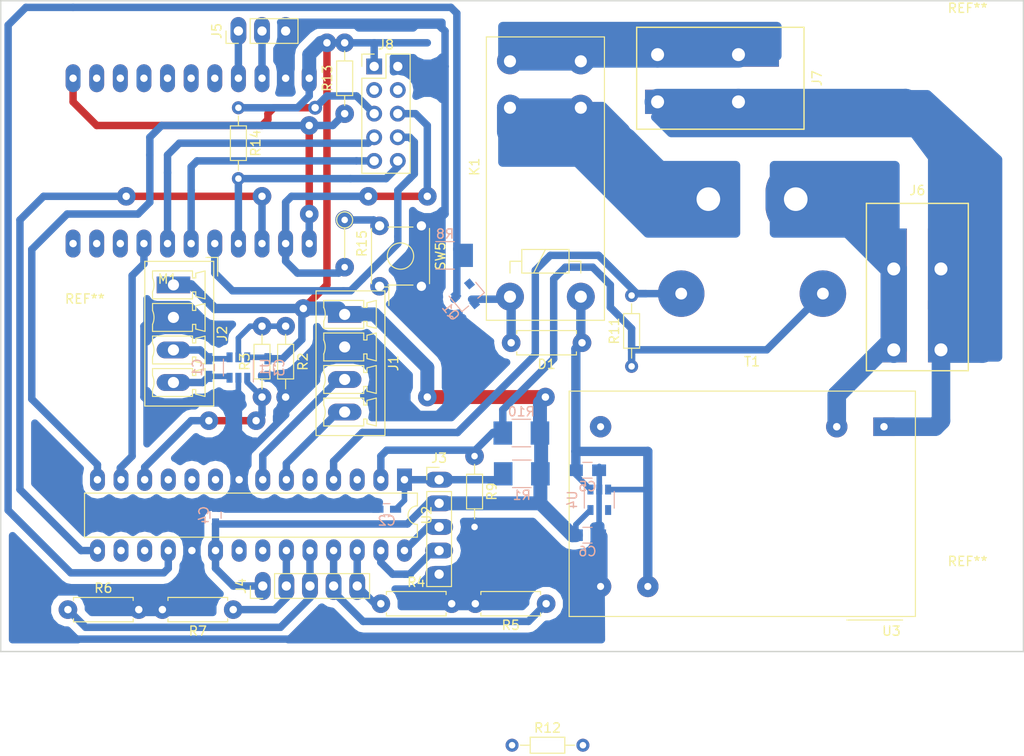
<source format=kicad_pcb>
(kicad_pcb (version 20171130) (host pcbnew 5.1.4)

  (general
    (thickness 1.6)
    (drawings 4)
    (tracks 371)
    (zones 0)
    (modules 42)
    (nets 37)
  )

  (page A4)
  (layers
    (0 F.Cu signal)
    (31 B.Cu signal)
    (32 B.Adhes user)
    (33 F.Adhes user)
    (34 B.Paste user)
    (35 F.Paste user)
    (36 B.SilkS user)
    (37 F.SilkS user)
    (38 B.Mask user)
    (39 F.Mask user)
    (40 Dwgs.User user)
    (41 Cmts.User user)
    (42 Eco1.User user)
    (43 Eco2.User user)
    (44 Edge.Cuts user)
    (45 Margin user)
    (46 B.CrtYd user)
    (47 F.CrtYd user)
    (48 B.Fab user hide)
    (49 F.Fab user hide)
  )

  (setup
    (last_trace_width 0.6)
    (user_trace_width 0.6)
    (user_trace_width 0.8)
    (user_trace_width 1)
    (user_trace_width 1.5)
    (user_trace_width 2)
    (user_trace_width 2.8)
    (user_trace_width 3)
    (trace_clearance 0.2)
    (zone_clearance 2.2)
    (zone_45_only no)
    (trace_min 0.6)
    (via_size 1.5)
    (via_drill 0.8)
    (via_min_size 1.5)
    (via_min_drill 0.8)
    (user_via 1.5 0.8)
    (user_via 2 0.8)
    (uvia_size 0.3)
    (uvia_drill 0.1)
    (uvias_allowed no)
    (uvia_min_size 0.2)
    (uvia_min_drill 0.1)
    (edge_width 0.15)
    (segment_width 0.2)
    (pcb_text_width 0.3)
    (pcb_text_size 1.5 1.5)
    (mod_edge_width 0.15)
    (mod_text_size 1 1)
    (mod_text_width 0.15)
    (pad_size 2 2)
    (pad_drill 1)
    (pad_to_mask_clearance 0.2)
    (aux_axis_origin 0 0)
    (visible_elements 7FFFFFFF)
    (pcbplotparams
      (layerselection 0x01000_80000000)
      (usegerberextensions false)
      (usegerberattributes false)
      (usegerberadvancedattributes false)
      (creategerberjobfile false)
      (excludeedgelayer false)
      (linewidth 0.200000)
      (plotframeref false)
      (viasonmask false)
      (mode 1)
      (useauxorigin false)
      (hpglpennumber 1)
      (hpglpenspeed 20)
      (hpglpendiameter 15.000000)
      (psnegative false)
      (psa4output false)
      (plotreference true)
      (plotvalue true)
      (plotinvisibletext false)
      (padsonsilk false)
      (subtractmaskfromsilk false)
      (outputformat 1)
      (mirror false)
      (drillshape 0)
      (scaleselection 1)
      (outputdirectory ""))
  )

  (net 0 "")
  (net 1 "Net-(C1-Pad1)")
  (net 2 "Net-(C1-Pad2)")
  (net 3 GND)
  (net 4 MCLR)
  (net 5 +3V3)
  (net 6 +5V)
  (net 7 "Net-(D1-Pad2)")
  (net 8 "Net-(J3-Pad3)")
  (net 9 "Net-(J3-Pad4)")
  (net 10 /BT1)
  (net 11 /BT2)
  (net 12 /BT3)
  (net 13 /BT4)
  (net 14 /RXD)
  (net 15 /TXD)
  (net 16 SCL)
  (net 17 SDA)
  (net 18 /MISO)
  (net 19 /MOSI)
  (net 20 /CLK)
  (net 21 /CS)
  (net 22 DATA_READY)
  (net 23 "Net-(R2-Pad1)")
  (net 24 "Net-(R3-Pad1)")
  (net 25 CUR_REF)
  (net 26 CUR_SENSE)
  (net 27 "Net-(J1-Pad3)")
  (net 28 "Net-(J1-Pad4)")
  (net 29 /AC1)
  (net 30 /AC2)
  (net 31 /ACL)
  (net 32 /ACm)
  (net 33 "Net-(R15-Pad1)")
  (net 34 /LCD_RST)
  (net 35 /REL)
  (net 36 /C_D)

  (net_class Default "Ceci est la Netclass par défaut"
    (clearance 0.2)
    (trace_width 0.6)
    (via_dia 1.5)
    (via_drill 0.8)
    (uvia_dia 0.3)
    (uvia_drill 0.1)
    (add_net +3V3)
    (add_net +5V)
    (add_net /BT1)
    (add_net /BT2)
    (add_net /BT3)
    (add_net /BT4)
    (add_net /CLK)
    (add_net /CS)
    (add_net /C_D)
    (add_net /LCD_RST)
    (add_net /MISO)
    (add_net /MOSI)
    (add_net /REL)
    (add_net /RXD)
    (add_net /TXD)
    (add_net CUR_REF)
    (add_net CUR_SENSE)
    (add_net DATA_READY)
    (add_net GND)
    (add_net MCLR)
    (add_net "Net-(C1-Pad1)")
    (add_net "Net-(C1-Pad2)")
    (add_net "Net-(D1-Pad2)")
    (add_net "Net-(J1-Pad3)")
    (add_net "Net-(J1-Pad4)")
    (add_net "Net-(J3-Pad3)")
    (add_net "Net-(J3-Pad4)")
    (add_net "Net-(R15-Pad1)")
    (add_net "Net-(R2-Pad1)")
    (add_net "Net-(R3-Pad1)")
    (add_net SCL)
    (add_net SDA)
  )

  (net_class AC ""
    (clearance 2.2)
    (trace_width 1)
    (via_dia 1.5)
    (via_drill 0.8)
    (uvia_dia 0.3)
    (uvia_drill 0.1)
    (add_net /AC1)
    (add_net /AC2)
    (add_net /ACL)
    (add_net /ACm)
  )

  (module Mounting_Holes:MountingHole_3.2mm_M3 (layer F.Cu) (tedit 56D1B4CB) (tstamp 5C16E830)
    (at 59.055 81.28)
    (descr "Mounting Hole 3.2mm, no annular, M3")
    (tags "mounting hole 3.2mm no annular m3")
    (fp_text reference REF** (at 0 -4.2) (layer F.SilkS)
      (effects (font (size 1 1) (thickness 0.15)))
    )
    (fp_text value MountingHole_3.2mm_M3 (at 0 4.2) (layer F.Fab)
      (effects (font (size 1 1) (thickness 0.15)))
    )
    (fp_circle (center 0 0) (end 3.2 0) (layer Cmts.User) (width 0.15))
    (fp_circle (center 0 0) (end 3.45 0) (layer F.CrtYd) (width 0.05))
    (pad 1 np_thru_hole circle (at 0 0) (size 3.2 3.2) (drill 3.2) (layers *.Cu *.Mask))
  )

  (module Mounting_Holes:MountingHole_3.2mm_M3 (layer F.Cu) (tedit 56D1B4CB) (tstamp 5C16E828)
    (at 154 109.5)
    (descr "Mounting Hole 3.2mm, no annular, M3")
    (tags "mounting hole 3.2mm no annular m3")
    (fp_text reference REF** (at 0 -4.2) (layer F.SilkS)
      (effects (font (size 1 1) (thickness 0.15)))
    )
    (fp_text value MountingHole_3.2mm_M3 (at 0 4.2) (layer F.Fab)
      (effects (font (size 1 1) (thickness 0.15)))
    )
    (fp_circle (center 0 0) (end 3.2 0) (layer Cmts.User) (width 0.15))
    (fp_circle (center 0 0) (end 3.45 0) (layer F.CrtYd) (width 0.05))
    (pad 1 np_thru_hole circle (at 0 0) (size 3.2 3.2) (drill 3.2) (layers *.Cu *.Mask))
  )

  (module Capacitors_SMD:C_0603_HandSoldering (layer B.Cu) (tedit 58AA848B) (tstamp 5C000890)
    (at 72.39 84.455 270)
    (descr "Capacitor SMD 0603, hand soldering")
    (tags "capacitor 0603")
    (path /5BD81967)
    (attr smd)
    (fp_text reference C1 (at 0 1.25 270) (layer B.SilkS)
      (effects (font (size 1 1) (thickness 0.15)) (justify mirror))
    )
    (fp_text value 100nF (at 0 -1.5 270) (layer B.Fab)
      (effects (font (size 1 1) (thickness 0.15)) (justify mirror))
    )
    (fp_text user %R (at 0 1.25 270) (layer B.Fab)
      (effects (font (size 1 1) (thickness 0.15)) (justify mirror))
    )
    (fp_line (start -0.8 -0.4) (end -0.8 0.4) (layer B.Fab) (width 0.1))
    (fp_line (start 0.8 -0.4) (end -0.8 -0.4) (layer B.Fab) (width 0.1))
    (fp_line (start 0.8 0.4) (end 0.8 -0.4) (layer B.Fab) (width 0.1))
    (fp_line (start -0.8 0.4) (end 0.8 0.4) (layer B.Fab) (width 0.1))
    (fp_line (start -0.35 0.6) (end 0.35 0.6) (layer B.SilkS) (width 0.12))
    (fp_line (start 0.35 -0.6) (end -0.35 -0.6) (layer B.SilkS) (width 0.12))
    (fp_line (start -1.8 0.65) (end 1.8 0.65) (layer B.CrtYd) (width 0.05))
    (fp_line (start -1.8 0.65) (end -1.8 -0.65) (layer B.CrtYd) (width 0.05))
    (fp_line (start 1.8 -0.65) (end 1.8 0.65) (layer B.CrtYd) (width 0.05))
    (fp_line (start 1.8 -0.65) (end -1.8 -0.65) (layer B.CrtYd) (width 0.05))
    (pad 1 smd rect (at -0.95 0 270) (size 1.2 0.75) (layers B.Cu B.Paste B.Mask)
      (net 1 "Net-(C1-Pad1)"))
    (pad 2 smd rect (at 0.95 0 270) (size 1.2 0.75) (layers B.Cu B.Paste B.Mask)
      (net 2 "Net-(C1-Pad2)"))
    (model Capacitors_SMD.3dshapes/C_0603.wrl
      (at (xyz 0 0 0))
      (scale (xyz 1 1 1))
      (rotate (xyz 0 0 0))
    )
  )

  (module Capacitors_SMD:C_0603_HandSoldering (layer B.Cu) (tedit 58AA848B) (tstamp 5C000896)
    (at 91.52 99.695)
    (descr "Capacitor SMD 0603, hand soldering")
    (tags "capacitor 0603")
    (path /5BD043F6)
    (attr smd)
    (fp_text reference C2 (at 0 1.25) (layer B.SilkS)
      (effects (font (size 1 1) (thickness 0.15)) (justify mirror))
    )
    (fp_text value 100nF (at 0 -1.5) (layer B.Fab)
      (effects (font (size 1 1) (thickness 0.15)) (justify mirror))
    )
    (fp_text user %R (at 0 1.25) (layer B.Fab)
      (effects (font (size 1 1) (thickness 0.15)) (justify mirror))
    )
    (fp_line (start -0.8 -0.4) (end -0.8 0.4) (layer B.Fab) (width 0.1))
    (fp_line (start 0.8 -0.4) (end -0.8 -0.4) (layer B.Fab) (width 0.1))
    (fp_line (start 0.8 0.4) (end 0.8 -0.4) (layer B.Fab) (width 0.1))
    (fp_line (start -0.8 0.4) (end 0.8 0.4) (layer B.Fab) (width 0.1))
    (fp_line (start -0.35 0.6) (end 0.35 0.6) (layer B.SilkS) (width 0.12))
    (fp_line (start 0.35 -0.6) (end -0.35 -0.6) (layer B.SilkS) (width 0.12))
    (fp_line (start -1.8 0.65) (end 1.8 0.65) (layer B.CrtYd) (width 0.05))
    (fp_line (start -1.8 0.65) (end -1.8 -0.65) (layer B.CrtYd) (width 0.05))
    (fp_line (start 1.8 -0.65) (end 1.8 0.65) (layer B.CrtYd) (width 0.05))
    (fp_line (start 1.8 -0.65) (end -1.8 -0.65) (layer B.CrtYd) (width 0.05))
    (pad 1 smd rect (at -0.95 0) (size 1.2 0.75) (layers B.Cu B.Paste B.Mask)
      (net 3 GND))
    (pad 2 smd rect (at 0.95 0) (size 1.2 0.75) (layers B.Cu B.Paste B.Mask)
      (net 4 MCLR))
    (model Capacitors_SMD.3dshapes/C_0603.wrl
      (at (xyz 0 0 0))
      (scale (xyz 1 1 1))
      (rotate (xyz 0 0 0))
    )
  )

  (module Capacitors_SMD:C_0603_HandSoldering (layer B.Cu) (tedit 58AA848B) (tstamp 5C00089C)
    (at 78.74 84.455 90)
    (descr "Capacitor SMD 0603, hand soldering")
    (tags "capacitor 0603")
    (path /5BD87F7D)
    (attr smd)
    (fp_text reference C3 (at 0 1.25 90) (layer B.SilkS)
      (effects (font (size 1 1) (thickness 0.15)) (justify mirror))
    )
    (fp_text value 100nF (at 0 -1.5 90) (layer B.Fab)
      (effects (font (size 1 1) (thickness 0.15)) (justify mirror))
    )
    (fp_text user %R (at 0 1.25 90) (layer B.Fab)
      (effects (font (size 1 1) (thickness 0.15)) (justify mirror))
    )
    (fp_line (start -0.8 -0.4) (end -0.8 0.4) (layer B.Fab) (width 0.1))
    (fp_line (start 0.8 -0.4) (end -0.8 -0.4) (layer B.Fab) (width 0.1))
    (fp_line (start 0.8 0.4) (end 0.8 -0.4) (layer B.Fab) (width 0.1))
    (fp_line (start -0.8 0.4) (end 0.8 0.4) (layer B.Fab) (width 0.1))
    (fp_line (start -0.35 0.6) (end 0.35 0.6) (layer B.SilkS) (width 0.12))
    (fp_line (start 0.35 -0.6) (end -0.35 -0.6) (layer B.SilkS) (width 0.12))
    (fp_line (start -1.8 0.65) (end 1.8 0.65) (layer B.CrtYd) (width 0.05))
    (fp_line (start -1.8 0.65) (end -1.8 -0.65) (layer B.CrtYd) (width 0.05))
    (fp_line (start 1.8 -0.65) (end 1.8 0.65) (layer B.CrtYd) (width 0.05))
    (fp_line (start 1.8 -0.65) (end -1.8 -0.65) (layer B.CrtYd) (width 0.05))
    (pad 1 smd rect (at -0.95 0 90) (size 1.2 0.75) (layers B.Cu B.Paste B.Mask)
      (net 3 GND))
    (pad 2 smd rect (at 0.95 0 90) (size 1.2 0.75) (layers B.Cu B.Paste B.Mask)
      (net 5 +3V3))
    (model Capacitors_SMD.3dshapes/C_0603.wrl
      (at (xyz 0 0 0))
      (scale (xyz 1 1 1))
      (rotate (xyz 0 0 0))
    )
  )

  (module Capacitors_SMD:C_0603_HandSoldering (layer B.Cu) (tedit 58AA848B) (tstamp 5C0008A2)
    (at 73.105 100.33 270)
    (descr "Capacitor SMD 0603, hand soldering")
    (tags "capacitor 0603")
    (path /5BCF7E03)
    (attr smd)
    (fp_text reference C4 (at 0 1.25 270) (layer B.SilkS)
      (effects (font (size 1 1) (thickness 0.15)) (justify mirror))
    )
    (fp_text value 100nF (at 0 -1.5 270) (layer B.Fab)
      (effects (font (size 1 1) (thickness 0.15)) (justify mirror))
    )
    (fp_text user %R (at 0 1.25 270) (layer B.Fab)
      (effects (font (size 1 1) (thickness 0.15)) (justify mirror))
    )
    (fp_line (start -0.8 -0.4) (end -0.8 0.4) (layer B.Fab) (width 0.1))
    (fp_line (start 0.8 -0.4) (end -0.8 -0.4) (layer B.Fab) (width 0.1))
    (fp_line (start 0.8 0.4) (end 0.8 -0.4) (layer B.Fab) (width 0.1))
    (fp_line (start -0.8 0.4) (end 0.8 0.4) (layer B.Fab) (width 0.1))
    (fp_line (start -0.35 0.6) (end 0.35 0.6) (layer B.SilkS) (width 0.12))
    (fp_line (start 0.35 -0.6) (end -0.35 -0.6) (layer B.SilkS) (width 0.12))
    (fp_line (start -1.8 0.65) (end 1.8 0.65) (layer B.CrtYd) (width 0.05))
    (fp_line (start -1.8 0.65) (end -1.8 -0.65) (layer B.CrtYd) (width 0.05))
    (fp_line (start 1.8 -0.65) (end 1.8 0.65) (layer B.CrtYd) (width 0.05))
    (fp_line (start 1.8 -0.65) (end -1.8 -0.65) (layer B.CrtYd) (width 0.05))
    (pad 1 smd rect (at -0.95 0 270) (size 1.2 0.75) (layers B.Cu B.Paste B.Mask)
      (net 3 GND))
    (pad 2 smd rect (at 0.95 0 270) (size 1.2 0.75) (layers B.Cu B.Paste B.Mask)
      (net 5 +3V3))
    (model Capacitors_SMD.3dshapes/C_0603.wrl
      (at (xyz 0 0 0))
      (scale (xyz 1 1 1))
      (rotate (xyz 0 0 0))
    )
  )

  (module Capacitors_SMD:C_0805_HandSoldering (layer B.Cu) (tedit 58AA84A8) (tstamp 5C0008A8)
    (at 113.11 95.504)
    (descr "Capacitor SMD 0805, hand soldering")
    (tags "capacitor 0805")
    (path /5BDCFE68)
    (attr smd)
    (fp_text reference C5 (at 0 1.75) (layer B.SilkS)
      (effects (font (size 1 1) (thickness 0.15)) (justify mirror))
    )
    (fp_text value 1µ (at 0 -1.75) (layer B.Fab)
      (effects (font (size 1 1) (thickness 0.15)) (justify mirror))
    )
    (fp_text user %R (at 0 1.75) (layer B.Fab)
      (effects (font (size 1 1) (thickness 0.15)) (justify mirror))
    )
    (fp_line (start -1 -0.62) (end -1 0.62) (layer B.Fab) (width 0.1))
    (fp_line (start 1 -0.62) (end -1 -0.62) (layer B.Fab) (width 0.1))
    (fp_line (start 1 0.62) (end 1 -0.62) (layer B.Fab) (width 0.1))
    (fp_line (start -1 0.62) (end 1 0.62) (layer B.Fab) (width 0.1))
    (fp_line (start 0.5 0.85) (end -0.5 0.85) (layer B.SilkS) (width 0.12))
    (fp_line (start -0.5 -0.85) (end 0.5 -0.85) (layer B.SilkS) (width 0.12))
    (fp_line (start -2.25 0.88) (end 2.25 0.88) (layer B.CrtYd) (width 0.05))
    (fp_line (start -2.25 0.88) (end -2.25 -0.87) (layer B.CrtYd) (width 0.05))
    (fp_line (start 2.25 -0.87) (end 2.25 0.88) (layer B.CrtYd) (width 0.05))
    (fp_line (start 2.25 -0.87) (end -2.25 -0.87) (layer B.CrtYd) (width 0.05))
    (pad 1 smd rect (at -1.25 0) (size 1.5 1.25) (layers B.Cu B.Paste B.Mask)
      (net 6 +5V))
    (pad 2 smd rect (at 1.25 0) (size 1.5 1.25) (layers B.Cu B.Paste B.Mask)
      (net 3 GND))
    (model Capacitors_SMD.3dshapes/C_0805.wrl
      (at (xyz 0 0 0))
      (scale (xyz 1 1 1))
      (rotate (xyz 0 0 0))
    )
  )

  (module Capacitors_SMD:C_0805_HandSoldering (layer B.Cu) (tedit 5C1002AB) (tstamp 5C0008AE)
    (at 113.11 102.489)
    (descr "Capacitor SMD 0805, hand soldering")
    (tags "capacitor 0805")
    (path /5BDD250E)
    (attr smd)
    (fp_text reference C6 (at 0 1.75) (layer B.SilkS)
      (effects (font (size 1 1) (thickness 0.15)) (justify mirror))
    )
    (fp_text value 1µ (at 0 -1.75) (layer B.Fab)
      (effects (font (size 1 1) (thickness 0.15)) (justify mirror))
    )
    (fp_text user %R (at 0 1.75) (layer B.Fab)
      (effects (font (size 1 1) (thickness 0.15)) (justify mirror))
    )
    (fp_line (start -1 -0.62) (end -1 0.62) (layer B.Fab) (width 0.1))
    (fp_line (start 1 -0.62) (end -1 -0.62) (layer B.Fab) (width 0.1))
    (fp_line (start 1 0.62) (end 1 -0.62) (layer B.Fab) (width 0.1))
    (fp_line (start -1 0.62) (end 1 0.62) (layer B.Fab) (width 0.1))
    (fp_line (start 0.5 0.85) (end -0.5 0.85) (layer B.SilkS) (width 0.12))
    (fp_line (start -0.5 -0.85) (end 0.5 -0.85) (layer B.SilkS) (width 0.12))
    (fp_line (start -2.25 0.88) (end 2.25 0.88) (layer B.CrtYd) (width 0.05))
    (fp_line (start -2.25 0.88) (end -2.25 -0.87) (layer B.CrtYd) (width 0.05))
    (fp_line (start 2.25 -0.87) (end 2.25 0.88) (layer B.CrtYd) (width 0.05))
    (fp_line (start 2.25 -0.87) (end -2.25 -0.87) (layer B.CrtYd) (width 0.05))
    (pad 1 smd rect (at -1.25 0) (size 1.5 1.25) (layers B.Cu B.Paste B.Mask)
      (net 5 +3V3) (clearance 0.8))
    (pad 2 smd rect (at 1.25 0) (size 1.5 1.25) (layers B.Cu B.Paste B.Mask)
      (net 3 GND))
    (model Capacitors_SMD.3dshapes/C_0805.wrl
      (at (xyz 0 0 0))
      (scale (xyz 1 1 1))
      (rotate (xyz 0 0 0))
    )
  )

  (module Resistors_THT:R_Axial_DIN0207_L6.3mm_D2.5mm_P7.62mm_Horizontal (layer F.Cu) (tedit 5C083C12) (tstamp 5C0008B4)
    (at 112.522 81.788 180)
    (descr "Resistor, Axial_DIN0207 series, Axial, Horizontal, pin pitch=7.62mm, 0.25W = 1/4W, length*diameter=6.3*2.5mm^2, http://cdn-reichelt.de/documents/datenblatt/B400/1_4W%23YAG.pdf")
    (tags "Resistor Axial_DIN0207 series Axial Horizontal pin pitch 7.62mm 0.25W = 1/4W length 6.3mm diameter 2.5mm")
    (path /5BCE8142)
    (fp_text reference D1 (at 3.81 -2.31 180) (layer F.SilkS)
      (effects (font (size 1 1) (thickness 0.15)))
    )
    (fp_text value 1N4004 (at 3.81 2.31 180) (layer F.Fab)
      (effects (font (size 1 1) (thickness 0.15)))
    )
    (fp_line (start 0.66 -1.25) (end 0.66 1.25) (layer F.Fab) (width 0.1))
    (fp_line (start 0.66 1.25) (end 6.96 1.25) (layer F.Fab) (width 0.1))
    (fp_line (start 6.96 1.25) (end 6.96 -1.25) (layer F.Fab) (width 0.1))
    (fp_line (start 6.96 -1.25) (end 0.66 -1.25) (layer F.Fab) (width 0.1))
    (fp_line (start 0 0) (end 0.66 0) (layer F.Fab) (width 0.1))
    (fp_line (start 7.62 0) (end 6.96 0) (layer F.Fab) (width 0.1))
    (fp_line (start 0.6 -0.98) (end 0.6 -1.31) (layer F.SilkS) (width 0.12))
    (fp_line (start 0.6 -1.31) (end 7.02 -1.31) (layer F.SilkS) (width 0.12))
    (fp_line (start 7.02 -1.31) (end 7.02 -0.98) (layer F.SilkS) (width 0.12))
    (fp_line (start 0.6 0.98) (end 0.6 1.31) (layer F.SilkS) (width 0.12))
    (fp_line (start 0.6 1.31) (end 7.02 1.31) (layer F.SilkS) (width 0.12))
    (fp_line (start 7.02 1.31) (end 7.02 0.98) (layer F.SilkS) (width 0.12))
    (fp_line (start -1.05 -1.6) (end -1.05 1.6) (layer F.CrtYd) (width 0.05))
    (fp_line (start -1.05 1.6) (end 8.7 1.6) (layer F.CrtYd) (width 0.05))
    (fp_line (start 8.7 1.6) (end 8.7 -1.6) (layer F.CrtYd) (width 0.05))
    (fp_line (start 8.7 -1.6) (end -1.05 -1.6) (layer F.CrtYd) (width 0.05))
    (pad 1 thru_hole circle (at 0 0 180) (size 2 2) (drill 0.8) (layers *.Cu *.Mask)
      (net 6 +5V))
    (pad 2 thru_hole oval (at 7.62 0 180) (size 2 2) (drill 0.8) (layers *.Cu *.Mask)
      (net 7 "Net-(D1-Pad2)"))
    (model ${KISYS3DMOD}/Resistors_THT.3dshapes/R_Axial_DIN0207_L6.3mm_D2.5mm_P7.62mm_Horizontal.wrl
      (at (xyz 0 0 0))
      (scale (xyz 0.393701 0.393701 0.393701))
      (rotate (xyz 0 0 0))
    )
  )

  (module Connectors_Phoenix:PhoenixContact_MCV-G_04x3.50mm_Vertical (layer F.Cu) (tedit 59566E60) (tstamp 5C0008BC)
    (at 86.995 78.74 270)
    (descr "Generic Phoenix Contact connector footprint for series: MCV-G; number of pins: 04; pin pitch: 3.50mm; Vertical || order number: 1843622 8A 160V")
    (tags "phoenix_contact connector MCV_01x04_G_3.5mm")
    (path /5BD69704)
    (fp_text reference J1 (at 5.25 -5.25 270) (layer F.SilkS)
      (effects (font (size 1 1) (thickness 0.15)))
    )
    (fp_text value Conn_01x04 (at 5.25 4 270) (layer F.Fab)
      (effects (font (size 1 1) (thickness 0.15)))
    )
    (fp_arc (start 0 3.95) (end -0.75 2.25) (angle 47.6) (layer F.SilkS) (width 0.12))
    (fp_arc (start 3.5 3.95) (end 2.75 2.25) (angle 47.6) (layer F.SilkS) (width 0.12))
    (fp_arc (start 7 3.95) (end 6.25 2.25) (angle 47.6) (layer F.SilkS) (width 0.12))
    (fp_arc (start 10.5 3.95) (end 9.75 2.25) (angle 47.6) (layer F.SilkS) (width 0.12))
    (fp_line (start -2.53 -4.33) (end -2.53 3.08) (layer F.SilkS) (width 0.12))
    (fp_line (start -2.53 3.08) (end 13.03 3.08) (layer F.SilkS) (width 0.12))
    (fp_line (start 13.03 3.08) (end 13.03 -4.33) (layer F.SilkS) (width 0.12))
    (fp_line (start 13.03 -4.33) (end -2.53 -4.33) (layer F.SilkS) (width 0.12))
    (fp_line (start -2.45 -4.25) (end -2.45 3) (layer F.Fab) (width 0.1))
    (fp_line (start -2.45 3) (end 12.95 3) (layer F.Fab) (width 0.1))
    (fp_line (start 12.95 3) (end 12.95 -4.25) (layer F.Fab) (width 0.1))
    (fp_line (start 12.95 -4.25) (end -2.45 -4.25) (layer F.Fab) (width 0.1))
    (fp_line (start -0.75 2.25) (end -1.5 2.25) (layer F.SilkS) (width 0.12))
    (fp_line (start -1.5 2.25) (end -1.5 -2.05) (layer F.SilkS) (width 0.12))
    (fp_line (start -1.5 -2.05) (end -0.75 -2.05) (layer F.SilkS) (width 0.12))
    (fp_line (start -0.75 -2.05) (end -0.75 -2.4) (layer F.SilkS) (width 0.12))
    (fp_line (start -0.75 -2.4) (end -1.25 -2.4) (layer F.SilkS) (width 0.12))
    (fp_line (start -1.25 -2.4) (end -1.5 -3.4) (layer F.SilkS) (width 0.12))
    (fp_line (start -1.5 -3.4) (end 1.5 -3.4) (layer F.SilkS) (width 0.12))
    (fp_line (start 1.5 -3.4) (end 1.25 -2.4) (layer F.SilkS) (width 0.12))
    (fp_line (start 1.25 -2.4) (end 0.75 -2.4) (layer F.SilkS) (width 0.12))
    (fp_line (start 0.75 -2.4) (end 0.75 -2.05) (layer F.SilkS) (width 0.12))
    (fp_line (start 0.75 -2.05) (end 1.5 -2.05) (layer F.SilkS) (width 0.12))
    (fp_line (start 1.5 -2.05) (end 1.5 2.25) (layer F.SilkS) (width 0.12))
    (fp_line (start 1.5 2.25) (end 0.75 2.25) (layer F.SilkS) (width 0.12))
    (fp_line (start 2.75 2.25) (end 2 2.25) (layer F.SilkS) (width 0.12))
    (fp_line (start 2 2.25) (end 2 -2.05) (layer F.SilkS) (width 0.12))
    (fp_line (start 2 -2.05) (end 2.75 -2.05) (layer F.SilkS) (width 0.12))
    (fp_line (start 2.75 -2.05) (end 2.75 -2.4) (layer F.SilkS) (width 0.12))
    (fp_line (start 2.75 -2.4) (end 2.25 -2.4) (layer F.SilkS) (width 0.12))
    (fp_line (start 2.25 -2.4) (end 2 -3.4) (layer F.SilkS) (width 0.12))
    (fp_line (start 2 -3.4) (end 5 -3.4) (layer F.SilkS) (width 0.12))
    (fp_line (start 5 -3.4) (end 4.75 -2.4) (layer F.SilkS) (width 0.12))
    (fp_line (start 4.75 -2.4) (end 4.25 -2.4) (layer F.SilkS) (width 0.12))
    (fp_line (start 4.25 -2.4) (end 4.25 -2.05) (layer F.SilkS) (width 0.12))
    (fp_line (start 4.25 -2.05) (end 5 -2.05) (layer F.SilkS) (width 0.12))
    (fp_line (start 5 -2.05) (end 5 2.25) (layer F.SilkS) (width 0.12))
    (fp_line (start 5 2.25) (end 4.25 2.25) (layer F.SilkS) (width 0.12))
    (fp_line (start 6.25 2.25) (end 5.5 2.25) (layer F.SilkS) (width 0.12))
    (fp_line (start 5.5 2.25) (end 5.5 -2.05) (layer F.SilkS) (width 0.12))
    (fp_line (start 5.5 -2.05) (end 6.25 -2.05) (layer F.SilkS) (width 0.12))
    (fp_line (start 6.25 -2.05) (end 6.25 -2.4) (layer F.SilkS) (width 0.12))
    (fp_line (start 6.25 -2.4) (end 5.75 -2.4) (layer F.SilkS) (width 0.12))
    (fp_line (start 5.75 -2.4) (end 5.5 -3.4) (layer F.SilkS) (width 0.12))
    (fp_line (start 5.5 -3.4) (end 8.5 -3.4) (layer F.SilkS) (width 0.12))
    (fp_line (start 8.5 -3.4) (end 8.25 -2.4) (layer F.SilkS) (width 0.12))
    (fp_line (start 8.25 -2.4) (end 7.75 -2.4) (layer F.SilkS) (width 0.12))
    (fp_line (start 7.75 -2.4) (end 7.75 -2.05) (layer F.SilkS) (width 0.12))
    (fp_line (start 7.75 -2.05) (end 8.5 -2.05) (layer F.SilkS) (width 0.12))
    (fp_line (start 8.5 -2.05) (end 8.5 2.25) (layer F.SilkS) (width 0.12))
    (fp_line (start 8.5 2.25) (end 7.75 2.25) (layer F.SilkS) (width 0.12))
    (fp_line (start 9.75 2.25) (end 9 2.25) (layer F.SilkS) (width 0.12))
    (fp_line (start 9 2.25) (end 9 -2.05) (layer F.SilkS) (width 0.12))
    (fp_line (start 9 -2.05) (end 9.75 -2.05) (layer F.SilkS) (width 0.12))
    (fp_line (start 9.75 -2.05) (end 9.75 -2.4) (layer F.SilkS) (width 0.12))
    (fp_line (start 9.75 -2.4) (end 9.25 -2.4) (layer F.SilkS) (width 0.12))
    (fp_line (start 9.25 -2.4) (end 9 -3.4) (layer F.SilkS) (width 0.12))
    (fp_line (start 9 -3.4) (end 12 -3.4) (layer F.SilkS) (width 0.12))
    (fp_line (start 12 -3.4) (end 11.75 -2.4) (layer F.SilkS) (width 0.12))
    (fp_line (start 11.75 -2.4) (end 11.25 -2.4) (layer F.SilkS) (width 0.12))
    (fp_line (start 11.25 -2.4) (end 11.25 -2.05) (layer F.SilkS) (width 0.12))
    (fp_line (start 11.25 -2.05) (end 12 -2.05) (layer F.SilkS) (width 0.12))
    (fp_line (start 12 -2.05) (end 12 2.25) (layer F.SilkS) (width 0.12))
    (fp_line (start 12 2.25) (end 11.25 2.25) (layer F.SilkS) (width 0.12))
    (fp_line (start -2.95 -4.75) (end -2.95 3.5) (layer F.CrtYd) (width 0.05))
    (fp_line (start -2.95 3.5) (end 13.45 3.5) (layer F.CrtYd) (width 0.05))
    (fp_line (start 13.45 3.5) (end 13.45 -4.75) (layer F.CrtYd) (width 0.05))
    (fp_line (start 13.45 -4.75) (end -2.95 -4.75) (layer F.CrtYd) (width 0.05))
    (fp_line (start -2.95 -3.5) (end -2.95 -4.75) (layer F.SilkS) (width 0.12))
    (fp_line (start -2.95 -4.75) (end -0.95 -4.75) (layer F.SilkS) (width 0.12))
    (fp_line (start -2.95 -3.5) (end -2.95 -4.75) (layer F.Fab) (width 0.1))
    (fp_line (start -2.95 -4.75) (end -0.95 -4.75) (layer F.Fab) (width 0.1))
    (fp_text user %R (at 5.25 -3 270) (layer F.Fab)
      (effects (font (size 1 1) (thickness 0.15)))
    )
    (pad 1 thru_hole rect (at 0 0 270) (size 1.8 3.6) (drill 1.2) (layers *.Cu *.Mask)
      (net 5 +3V3))
    (pad 2 thru_hole oval (at 3.5 0 270) (size 1.8 3.6) (drill 1.2) (layers *.Cu *.Mask)
      (net 3 GND))
    (pad 3 thru_hole oval (at 7 0 270) (size 1.8 3.6) (drill 1.2) (layers *.Cu *.Mask)
      (net 27 "Net-(J1-Pad3)"))
    (pad 4 thru_hole oval (at 10.5 0 270) (size 1.8 3.6) (drill 1.2) (layers *.Cu *.Mask)
      (net 28 "Net-(J1-Pad4)"))
    (model ${KISYS3DMOD}/Connectors_Phoenix.3dshapes/PhoenixContact_MCV-G_04x3.50mm_Vertical.wrl
      (at (xyz 0 0 0))
      (scale (xyz 1 1 1))
      (rotate (xyz 0 0 0))
    )
  )

  (module Connectors_Phoenix:PhoenixContact_MCV-G_04x3.50mm_Vertical (layer F.Cu) (tedit 59566E60) (tstamp 5C0008C4)
    (at 68.58 75.565 270)
    (descr "Generic Phoenix Contact connector footprint for series: MCV-G; number of pins: 04; pin pitch: 3.50mm; Vertical || order number: 1843622 8A 160V")
    (tags "phoenix_contact connector MCV_01x04_G_3.5mm")
    (path /5BD6A6CC)
    (fp_text reference J2 (at 5.25 -5.25 270) (layer F.SilkS)
      (effects (font (size 1 1) (thickness 0.15)))
    )
    (fp_text value Conn_01x04 (at 5.25 4 270) (layer F.Fab)
      (effects (font (size 1 1) (thickness 0.15)))
    )
    (fp_arc (start 0 3.95) (end -0.75 2.25) (angle 47.6) (layer F.SilkS) (width 0.12))
    (fp_arc (start 3.5 3.95) (end 2.75 2.25) (angle 47.6) (layer F.SilkS) (width 0.12))
    (fp_arc (start 7 3.95) (end 6.25 2.25) (angle 47.6) (layer F.SilkS) (width 0.12))
    (fp_arc (start 10.5 3.95) (end 9.75 2.25) (angle 47.6) (layer F.SilkS) (width 0.12))
    (fp_line (start -2.53 -4.33) (end -2.53 3.08) (layer F.SilkS) (width 0.12))
    (fp_line (start -2.53 3.08) (end 13.03 3.08) (layer F.SilkS) (width 0.12))
    (fp_line (start 13.03 3.08) (end 13.03 -4.33) (layer F.SilkS) (width 0.12))
    (fp_line (start 13.03 -4.33) (end -2.53 -4.33) (layer F.SilkS) (width 0.12))
    (fp_line (start -2.45 -4.25) (end -2.45 3) (layer F.Fab) (width 0.1))
    (fp_line (start -2.45 3) (end 12.95 3) (layer F.Fab) (width 0.1))
    (fp_line (start 12.95 3) (end 12.95 -4.25) (layer F.Fab) (width 0.1))
    (fp_line (start 12.95 -4.25) (end -2.45 -4.25) (layer F.Fab) (width 0.1))
    (fp_line (start -0.75 2.25) (end -1.5 2.25) (layer F.SilkS) (width 0.12))
    (fp_line (start -1.5 2.25) (end -1.5 -2.05) (layer F.SilkS) (width 0.12))
    (fp_line (start -1.5 -2.05) (end -0.75 -2.05) (layer F.SilkS) (width 0.12))
    (fp_line (start -0.75 -2.05) (end -0.75 -2.4) (layer F.SilkS) (width 0.12))
    (fp_line (start -0.75 -2.4) (end -1.25 -2.4) (layer F.SilkS) (width 0.12))
    (fp_line (start -1.25 -2.4) (end -1.5 -3.4) (layer F.SilkS) (width 0.12))
    (fp_line (start -1.5 -3.4) (end 1.5 -3.4) (layer F.SilkS) (width 0.12))
    (fp_line (start 1.5 -3.4) (end 1.25 -2.4) (layer F.SilkS) (width 0.12))
    (fp_line (start 1.25 -2.4) (end 0.75 -2.4) (layer F.SilkS) (width 0.12))
    (fp_line (start 0.75 -2.4) (end 0.75 -2.05) (layer F.SilkS) (width 0.12))
    (fp_line (start 0.75 -2.05) (end 1.5 -2.05) (layer F.SilkS) (width 0.12))
    (fp_line (start 1.5 -2.05) (end 1.5 2.25) (layer F.SilkS) (width 0.12))
    (fp_line (start 1.5 2.25) (end 0.75 2.25) (layer F.SilkS) (width 0.12))
    (fp_line (start 2.75 2.25) (end 2 2.25) (layer F.SilkS) (width 0.12))
    (fp_line (start 2 2.25) (end 2 -2.05) (layer F.SilkS) (width 0.12))
    (fp_line (start 2 -2.05) (end 2.75 -2.05) (layer F.SilkS) (width 0.12))
    (fp_line (start 2.75 -2.05) (end 2.75 -2.4) (layer F.SilkS) (width 0.12))
    (fp_line (start 2.75 -2.4) (end 2.25 -2.4) (layer F.SilkS) (width 0.12))
    (fp_line (start 2.25 -2.4) (end 2 -3.4) (layer F.SilkS) (width 0.12))
    (fp_line (start 2 -3.4) (end 5 -3.4) (layer F.SilkS) (width 0.12))
    (fp_line (start 5 -3.4) (end 4.75 -2.4) (layer F.SilkS) (width 0.12))
    (fp_line (start 4.75 -2.4) (end 4.25 -2.4) (layer F.SilkS) (width 0.12))
    (fp_line (start 4.25 -2.4) (end 4.25 -2.05) (layer F.SilkS) (width 0.12))
    (fp_line (start 4.25 -2.05) (end 5 -2.05) (layer F.SilkS) (width 0.12))
    (fp_line (start 5 -2.05) (end 5 2.25) (layer F.SilkS) (width 0.12))
    (fp_line (start 5 2.25) (end 4.25 2.25) (layer F.SilkS) (width 0.12))
    (fp_line (start 6.25 2.25) (end 5.5 2.25) (layer F.SilkS) (width 0.12))
    (fp_line (start 5.5 2.25) (end 5.5 -2.05) (layer F.SilkS) (width 0.12))
    (fp_line (start 5.5 -2.05) (end 6.25 -2.05) (layer F.SilkS) (width 0.12))
    (fp_line (start 6.25 -2.05) (end 6.25 -2.4) (layer F.SilkS) (width 0.12))
    (fp_line (start 6.25 -2.4) (end 5.75 -2.4) (layer F.SilkS) (width 0.12))
    (fp_line (start 5.75 -2.4) (end 5.5 -3.4) (layer F.SilkS) (width 0.12))
    (fp_line (start 5.5 -3.4) (end 8.5 -3.4) (layer F.SilkS) (width 0.12))
    (fp_line (start 8.5 -3.4) (end 8.25 -2.4) (layer F.SilkS) (width 0.12))
    (fp_line (start 8.25 -2.4) (end 7.75 -2.4) (layer F.SilkS) (width 0.12))
    (fp_line (start 7.75 -2.4) (end 7.75 -2.05) (layer F.SilkS) (width 0.12))
    (fp_line (start 7.75 -2.05) (end 8.5 -2.05) (layer F.SilkS) (width 0.12))
    (fp_line (start 8.5 -2.05) (end 8.5 2.25) (layer F.SilkS) (width 0.12))
    (fp_line (start 8.5 2.25) (end 7.75 2.25) (layer F.SilkS) (width 0.12))
    (fp_line (start 9.75 2.25) (end 9 2.25) (layer F.SilkS) (width 0.12))
    (fp_line (start 9 2.25) (end 9 -2.05) (layer F.SilkS) (width 0.12))
    (fp_line (start 9 -2.05) (end 9.75 -2.05) (layer F.SilkS) (width 0.12))
    (fp_line (start 9.75 -2.05) (end 9.75 -2.4) (layer F.SilkS) (width 0.12))
    (fp_line (start 9.75 -2.4) (end 9.25 -2.4) (layer F.SilkS) (width 0.12))
    (fp_line (start 9.25 -2.4) (end 9 -3.4) (layer F.SilkS) (width 0.12))
    (fp_line (start 9 -3.4) (end 12 -3.4) (layer F.SilkS) (width 0.12))
    (fp_line (start 12 -3.4) (end 11.75 -2.4) (layer F.SilkS) (width 0.12))
    (fp_line (start 11.75 -2.4) (end 11.25 -2.4) (layer F.SilkS) (width 0.12))
    (fp_line (start 11.25 -2.4) (end 11.25 -2.05) (layer F.SilkS) (width 0.12))
    (fp_line (start 11.25 -2.05) (end 12 -2.05) (layer F.SilkS) (width 0.12))
    (fp_line (start 12 -2.05) (end 12 2.25) (layer F.SilkS) (width 0.12))
    (fp_line (start 12 2.25) (end 11.25 2.25) (layer F.SilkS) (width 0.12))
    (fp_line (start -2.95 -4.75) (end -2.95 3.5) (layer F.CrtYd) (width 0.05))
    (fp_line (start -2.95 3.5) (end 13.45 3.5) (layer F.CrtYd) (width 0.05))
    (fp_line (start 13.45 3.5) (end 13.45 -4.75) (layer F.CrtYd) (width 0.05))
    (fp_line (start 13.45 -4.75) (end -2.95 -4.75) (layer F.CrtYd) (width 0.05))
    (fp_line (start -2.95 -3.5) (end -2.95 -4.75) (layer F.SilkS) (width 0.12))
    (fp_line (start -2.95 -4.75) (end -0.95 -4.75) (layer F.SilkS) (width 0.12))
    (fp_line (start -2.95 -3.5) (end -2.95 -4.75) (layer F.Fab) (width 0.1))
    (fp_line (start -2.95 -4.75) (end -0.95 -4.75) (layer F.Fab) (width 0.1))
    (fp_text user %R (at 5.25 -3 270) (layer F.Fab)
      (effects (font (size 1 1) (thickness 0.15)))
    )
    (pad 1 thru_hole rect (at 0 0 270) (size 1.8 3.6) (drill 1.2) (layers *.Cu *.Mask)
      (net 5 +3V3))
    (pad 2 thru_hole oval (at 3.5 0 270) (size 1.8 3.6) (drill 1.2) (layers *.Cu *.Mask)
      (net 3 GND))
    (pad 3 thru_hole oval (at 7 0 270) (size 1.8 3.6) (drill 1.2) (layers *.Cu *.Mask)
      (net 1 "Net-(C1-Pad1)"))
    (pad 4 thru_hole oval (at 10.5 0 270) (size 1.8 3.6) (drill 1.2) (layers *.Cu *.Mask)
      (net 2 "Net-(C1-Pad2)"))
    (model ${KISYS3DMOD}/Connectors_Phoenix.3dshapes/PhoenixContact_MCV-G_04x3.50mm_Vertical.wrl
      (at (xyz 0 0 0))
      (scale (xyz 1 1 1))
      (rotate (xyz 0 0 0))
    )
  )

  (module Pin_Headers:Pin_Header_Straight_1x05_Pitch2.54mm (layer F.Cu) (tedit 5C083E36) (tstamp 5C0008CD)
    (at 97.155 96.52)
    (descr "Through hole straight pin header, 1x05, 2.54mm pitch, single row")
    (tags "Through hole pin header THT 1x05 2.54mm single row")
    (path /5BD53C80)
    (fp_text reference J3 (at 0 -2.33) (layer F.SilkS)
      (effects (font (size 1 1) (thickness 0.15)))
    )
    (fp_text value Conn_01x05 (at 0 12.49) (layer F.Fab)
      (effects (font (size 1 1) (thickness 0.15)))
    )
    (fp_line (start -0.635 -1.27) (end 1.27 -1.27) (layer F.Fab) (width 0.1))
    (fp_line (start 1.27 -1.27) (end 1.27 11.43) (layer F.Fab) (width 0.1))
    (fp_line (start 1.27 11.43) (end -1.27 11.43) (layer F.Fab) (width 0.1))
    (fp_line (start -1.27 11.43) (end -1.27 -0.635) (layer F.Fab) (width 0.1))
    (fp_line (start -1.27 -0.635) (end -0.635 -1.27) (layer F.Fab) (width 0.1))
    (fp_line (start -1.33 11.49) (end 1.33 11.49) (layer F.SilkS) (width 0.12))
    (fp_line (start -1.33 1.27) (end -1.33 11.49) (layer F.SilkS) (width 0.12))
    (fp_line (start 1.33 1.27) (end 1.33 11.49) (layer F.SilkS) (width 0.12))
    (fp_line (start -1.33 1.27) (end 1.33 1.27) (layer F.SilkS) (width 0.12))
    (fp_line (start -1.33 0) (end -1.33 -1.33) (layer F.SilkS) (width 0.12))
    (fp_line (start -1.33 -1.33) (end 0 -1.33) (layer F.SilkS) (width 0.12))
    (fp_line (start -1.8 -1.8) (end -1.8 11.95) (layer F.CrtYd) (width 0.05))
    (fp_line (start -1.8 11.95) (end 1.8 11.95) (layer F.CrtYd) (width 0.05))
    (fp_line (start 1.8 11.95) (end 1.8 -1.8) (layer F.CrtYd) (width 0.05))
    (fp_line (start 1.8 -1.8) (end -1.8 -1.8) (layer F.CrtYd) (width 0.05))
    (fp_text user %R (at 0 5.08 90) (layer F.Fab)
      (effects (font (size 1 1) (thickness 0.15)))
    )
    (pad 1 thru_hole oval (at 0 0) (size 3 1.7) (drill 1) (layers *.Cu *.Mask)
      (net 4 MCLR))
    (pad 2 thru_hole oval (at 0 2.54) (size 3 1.7) (drill 1) (layers *.Cu *.Mask)
      (net 5 +3V3))
    (pad 3 thru_hole oval (at 0 5.08) (size 3 1.7) (drill 1) (layers *.Cu *.Mask)
      (net 8 "Net-(J3-Pad3)"))
    (pad 4 thru_hole oval (at 0 7.62) (size 3 1.7) (drill 1) (layers *.Cu *.Mask)
      (net 9 "Net-(J3-Pad4)"))
    (pad 5 thru_hole oval (at 0 10.16) (size 3 1.7) (drill 1) (layers *.Cu *.Mask)
      (net 3 GND))
    (model ${KISYS3DMOD}/Pin_Headers.3dshapes/Pin_Header_Straight_1x05_Pitch2.54mm.wrl
      (at (xyz 0 0 0))
      (scale (xyz 1 1 1))
      (rotate (xyz 0 0 0))
    )
  )

  (module Pin_Headers:Pin_Header_Straight_1x05_Pitch2.54mm (layer F.Cu) (tedit 5C083DF5) (tstamp 5C0008D6)
    (at 78.185 107.95 90)
    (descr "Through hole straight pin header, 1x05, 2.54mm pitch, single row")
    (tags "Through hole pin header THT 1x05 2.54mm single row")
    (path /5BE22569)
    (fp_text reference J4 (at 0 -2.33 90) (layer F.SilkS)
      (effects (font (size 1 1) (thickness 0.15)))
    )
    (fp_text value Conn_01x05 (at 0 12.49 90) (layer F.Fab)
      (effects (font (size 1 1) (thickness 0.15)))
    )
    (fp_line (start -0.635 -1.27) (end 1.27 -1.27) (layer F.Fab) (width 0.1))
    (fp_line (start 1.27 -1.27) (end 1.27 11.43) (layer F.Fab) (width 0.1))
    (fp_line (start 1.27 11.43) (end -1.27 11.43) (layer F.Fab) (width 0.1))
    (fp_line (start -1.27 11.43) (end -1.27 -0.635) (layer F.Fab) (width 0.1))
    (fp_line (start -1.27 -0.635) (end -0.635 -1.27) (layer F.Fab) (width 0.1))
    (fp_line (start -1.33 11.49) (end 1.33 11.49) (layer F.SilkS) (width 0.12))
    (fp_line (start -1.33 1.27) (end -1.33 11.49) (layer F.SilkS) (width 0.12))
    (fp_line (start 1.33 1.27) (end 1.33 11.49) (layer F.SilkS) (width 0.12))
    (fp_line (start -1.33 1.27) (end 1.33 1.27) (layer F.SilkS) (width 0.12))
    (fp_line (start -1.33 0) (end -1.33 -1.33) (layer F.SilkS) (width 0.12))
    (fp_line (start -1.33 -1.33) (end 0 -1.33) (layer F.SilkS) (width 0.12))
    (fp_line (start -1.8 -1.8) (end -1.8 11.95) (layer F.CrtYd) (width 0.05))
    (fp_line (start -1.8 11.95) (end 1.8 11.95) (layer F.CrtYd) (width 0.05))
    (fp_line (start 1.8 11.95) (end 1.8 -1.8) (layer F.CrtYd) (width 0.05))
    (fp_line (start 1.8 -1.8) (end -1.8 -1.8) (layer F.CrtYd) (width 0.05))
    (fp_text user %R (at 0 5.08 180) (layer F.Fab)
      (effects (font (size 1 1) (thickness 0.15)))
    )
    (pad 1 thru_hole oval (at 0 0 90) (size 3 1.7) (drill 1) (layers *.Cu *.Mask)
      (net 5 +3V3))
    (pad 2 thru_hole oval (at 0 2.54 90) (size 3 1.7) (drill 1) (layers *.Cu *.Mask)
      (net 10 /BT1))
    (pad 3 thru_hole oval (at 0 5.08 90) (size 3 1.7) (drill 1) (layers *.Cu *.Mask)
      (net 11 /BT2))
    (pad 4 thru_hole oval (at 0 7.62 90) (size 3 1.7) (drill 1) (layers *.Cu *.Mask)
      (net 12 /BT3))
    (pad 5 thru_hole oval (at 0 10.16 90) (size 3 1.7) (drill 1) (layers *.Cu *.Mask)
      (net 13 /BT4))
    (model ${KISYS3DMOD}/Pin_Headers.3dshapes/Pin_Header_Straight_1x05_Pitch2.54mm.wrl
      (at (xyz 0 0 0))
      (scale (xyz 1 1 1))
      (rotate (xyz 0 0 0))
    )
  )

  (module Pin_Headers:Pin_Header_Straight_1x03_Pitch2.54mm (layer F.Cu) (tedit 5C083DA0) (tstamp 5C0008DD)
    (at 75.565 48.26 90)
    (descr "Through hole straight pin header, 1x03, 2.54mm pitch, single row")
    (tags "Through hole pin header THT 1x03 2.54mm single row")
    (path /5BCE5500)
    (fp_text reference J5 (at 0 -2.33 90) (layer F.SilkS)
      (effects (font (size 1 1) (thickness 0.15)))
    )
    (fp_text value Conn_01x03 (at 0 7.41 90) (layer F.Fab)
      (effects (font (size 1 1) (thickness 0.15)))
    )
    (fp_line (start -0.635 -1.27) (end 1.27 -1.27) (layer F.Fab) (width 0.1))
    (fp_line (start 1.27 -1.27) (end 1.27 6.35) (layer F.Fab) (width 0.1))
    (fp_line (start 1.27 6.35) (end -1.27 6.35) (layer F.Fab) (width 0.1))
    (fp_line (start -1.27 6.35) (end -1.27 -0.635) (layer F.Fab) (width 0.1))
    (fp_line (start -1.27 -0.635) (end -0.635 -1.27) (layer F.Fab) (width 0.1))
    (fp_line (start -1.33 6.41) (end 1.33 6.41) (layer F.SilkS) (width 0.12))
    (fp_line (start -1.33 1.27) (end -1.33 6.41) (layer F.SilkS) (width 0.12))
    (fp_line (start 1.33 1.27) (end 1.33 6.41) (layer F.SilkS) (width 0.12))
    (fp_line (start -1.33 1.27) (end 1.33 1.27) (layer F.SilkS) (width 0.12))
    (fp_line (start -1.33 0) (end -1.33 -1.33) (layer F.SilkS) (width 0.12))
    (fp_line (start -1.33 -1.33) (end 0 -1.33) (layer F.SilkS) (width 0.12))
    (fp_line (start -1.8 -1.8) (end -1.8 6.85) (layer F.CrtYd) (width 0.05))
    (fp_line (start -1.8 6.85) (end 1.8 6.85) (layer F.CrtYd) (width 0.05))
    (fp_line (start 1.8 6.85) (end 1.8 -1.8) (layer F.CrtYd) (width 0.05))
    (fp_line (start 1.8 -1.8) (end -1.8 -1.8) (layer F.CrtYd) (width 0.05))
    (fp_text user %R (at 0 2.54 180) (layer F.Fab)
      (effects (font (size 1 1) (thickness 0.15)))
    )
    (pad 1 thru_hole oval (at 0 0 90) (size 3 1.7) (drill 1) (layers *.Cu *.Mask)
      (net 14 /RXD))
    (pad 2 thru_hole oval (at 0 2.54 90) (size 3 1.7) (drill 1) (layers *.Cu *.Mask)
      (net 15 /TXD))
    (pad 3 thru_hole oval (at 0 5.08 90) (size 3 1.7) (drill 1) (layers *.Cu *.Mask)
      (net 3 GND))
    (model ${KISYS3DMOD}/Pin_Headers.3dshapes/Pin_Header_Straight_1x03_Pitch2.54mm.wrl
      (at (xyz 0 0 0))
      (scale (xyz 1 1 1))
      (rotate (xyz 0 0 0))
    )
  )

  (module Pin_Headers:Pin_Header_Straight_2x05_Pitch2.54mm (layer F.Cu) (tedit 59650532) (tstamp 5C0008F7)
    (at 90.17 52.07)
    (descr "Through hole straight pin header, 2x05, 2.54mm pitch, double rows")
    (tags "Through hole pin header THT 2x05 2.54mm double row")
    (path /5BCE0CD8)
    (fp_text reference J8 (at 1.27 -2.33) (layer F.SilkS)
      (effects (font (size 1 1) (thickness 0.15)))
    )
    (fp_text value UEXT (at 1.27 12.49) (layer F.Fab)
      (effects (font (size 1 1) (thickness 0.15)))
    )
    (fp_line (start 0 -1.27) (end 3.81 -1.27) (layer F.Fab) (width 0.1))
    (fp_line (start 3.81 -1.27) (end 3.81 11.43) (layer F.Fab) (width 0.1))
    (fp_line (start 3.81 11.43) (end -1.27 11.43) (layer F.Fab) (width 0.1))
    (fp_line (start -1.27 11.43) (end -1.27 0) (layer F.Fab) (width 0.1))
    (fp_line (start -1.27 0) (end 0 -1.27) (layer F.Fab) (width 0.1))
    (fp_line (start -1.33 11.49) (end 3.87 11.49) (layer F.SilkS) (width 0.12))
    (fp_line (start -1.33 1.27) (end -1.33 11.49) (layer F.SilkS) (width 0.12))
    (fp_line (start 3.87 -1.33) (end 3.87 11.49) (layer F.SilkS) (width 0.12))
    (fp_line (start -1.33 1.27) (end 1.27 1.27) (layer F.SilkS) (width 0.12))
    (fp_line (start 1.27 1.27) (end 1.27 -1.33) (layer F.SilkS) (width 0.12))
    (fp_line (start 1.27 -1.33) (end 3.87 -1.33) (layer F.SilkS) (width 0.12))
    (fp_line (start -1.33 0) (end -1.33 -1.33) (layer F.SilkS) (width 0.12))
    (fp_line (start -1.33 -1.33) (end 0 -1.33) (layer F.SilkS) (width 0.12))
    (fp_line (start -1.8 -1.8) (end -1.8 11.95) (layer F.CrtYd) (width 0.05))
    (fp_line (start -1.8 11.95) (end 4.35 11.95) (layer F.CrtYd) (width 0.05))
    (fp_line (start 4.35 11.95) (end 4.35 -1.8) (layer F.CrtYd) (width 0.05))
    (fp_line (start 4.35 -1.8) (end -1.8 -1.8) (layer F.CrtYd) (width 0.05))
    (fp_text user %R (at 1.27 5.08 90) (layer F.Fab)
      (effects (font (size 1 1) (thickness 0.15)))
    )
    (pad 1 thru_hole rect (at 0 0) (size 1.7 1.7) (drill 1) (layers *.Cu *.Mask)
      (net 5 +3V3))
    (pad 2 thru_hole oval (at 2.54 0) (size 1.7 1.7) (drill 1) (layers *.Cu *.Mask)
      (net 3 GND))
    (pad 3 thru_hole oval (at 0 2.54) (size 1.7 1.7) (drill 1) (layers *.Cu *.Mask))
    (pad 4 thru_hole oval (at 2.54 2.54) (size 1.7 1.7) (drill 1) (layers *.Cu *.Mask))
    (pad 5 thru_hole oval (at 0 5.08) (size 1.7 1.7) (drill 1) (layers *.Cu *.Mask)
      (net 34 /LCD_RST))
    (pad 6 thru_hole oval (at 2.54 5.08) (size 1.7 1.7) (drill 1) (layers *.Cu *.Mask)
      (net 36 /C_D))
    (pad 7 thru_hole oval (at 0 7.62) (size 1.7 1.7) (drill 1) (layers *.Cu *.Mask)
      (net 18 /MISO))
    (pad 8 thru_hole oval (at 2.54 7.62) (size 1.7 1.7) (drill 1) (layers *.Cu *.Mask)
      (net 19 /MOSI))
    (pad 9 thru_hole oval (at 0 10.16) (size 1.7 1.7) (drill 1) (layers *.Cu *.Mask)
      (net 20 /CLK))
    (pad 10 thru_hole oval (at 2.54 10.16) (size 1.7 1.7) (drill 1) (layers *.Cu *.Mask)
      (net 21 /CS))
    (model ${KISYS3DMOD}/Pin_Headers.3dshapes/Pin_Header_Straight_2x05_Pitch2.54mm.wrl
      (at (xyz 0 0 0))
      (scale (xyz 1 1 1))
      (rotate (xyz 0 0 0))
    )
  )

  (module Relays_THT:Relay_SPST_Schrack-RT1-16A-FormA_RM5mm (layer F.Cu) (tedit 5C101375) (tstamp 5C000901)
    (at 104.775 76.835 90)
    (descr "Relay SPST Schrack-RT1 RM5mm 16A 250V AC Form A http://image.schrack.com/datenblaetter/h_rt114012--_de.pdf")
    (tags "Relay SPST Schrack-RT1 RM5mm 16A 250V AC Relay")
    (path /5BCE7397)
    (fp_text reference K1 (at 13.97 -3.81 90) (layer F.SilkS)
      (effects (font (size 1 1) (thickness 0.15)))
    )
    (fp_text value "G2RL-1A-E 5DC " (at 12.192 11.43 90) (layer F.Fab)
      (effects (font (size 1 1) (thickness 0.15)))
    )
    (fp_line (start 0 1.8) (end 0 5.8) (layer F.Fab) (width 0.12))
    (fp_line (start -2.5 -2.5) (end 27.5 -2.5) (layer F.Fab) (width 0.12))
    (fp_line (start 27.5 -2.5) (end 27.5 10.1) (layer F.Fab) (width 0.12))
    (fp_line (start 27.5 10.1) (end -2.5 10.1) (layer F.Fab) (width 0.12))
    (fp_line (start -2.5 10.1) (end -2.5 -2.5) (layer F.Fab) (width 0.12))
    (fp_text user %R (at 12.065 3.81 90) (layer F.Fab)
      (effects (font (size 1 1) (thickness 0.15)))
    )
    (fp_line (start 28.2 -2.78) (end 28.2 10.42) (layer F.CrtYd) (width 0.05))
    (fp_line (start -2.8 -2.78) (end 28.2 -2.78) (layer F.CrtYd) (width 0.05))
    (fp_line (start -2.8 10.42) (end -2.8 -2.78) (layer F.CrtYd) (width 0.05))
    (fp_line (start 28.2 10.42) (end -2.8 10.42) (layer F.CrtYd) (width 0.05))
    (fp_line (start 2.54 2.54) (end 5.08 3.81) (layer F.SilkS) (width 0.12))
    (fp_line (start 3.81 6.35) (end 3.81 7.62) (layer F.SilkS) (width 0.12))
    (fp_line (start 3.81 7.62) (end 2.54 7.62) (layer F.SilkS) (width 0.12))
    (fp_line (start 2.54 0) (end 3.81 0) (layer F.SilkS) (width 0.12))
    (fp_line (start 3.81 0) (end 3.81 1.27) (layer F.SilkS) (width 0.12))
    (fp_line (start 3.81 1.27) (end 5.08 1.27) (layer F.SilkS) (width 0.12))
    (fp_line (start 5.08 1.27) (end 5.08 6.35) (layer F.SilkS) (width 0.12))
    (fp_line (start 5.08 6.35) (end 2.54 6.35) (layer F.SilkS) (width 0.12))
    (fp_line (start 2.54 6.35) (end 2.54 1.27) (layer F.SilkS) (width 0.12))
    (fp_line (start 2.54 1.27) (end 3.81 1.27) (layer F.SilkS) (width 0.12))
    (fp_line (start -2.54 -2.54) (end 27.94 -2.54) (layer F.SilkS) (width 0.12))
    (fp_line (start 27.94 -2.54) (end 27.94 10.16) (layer F.SilkS) (width 0.12))
    (fp_line (start 27.94 10.16) (end -2.54 10.16) (layer F.SilkS) (width 0.12))
    (fp_line (start -2.54 10.16) (end -2.54 -2.54) (layer F.SilkS) (width 0.12))
    (pad A1 thru_hole circle (at 0 0 90) (size 3 3) (drill 1.3) (layers *.Cu *.Mask)
      (net 7 "Net-(D1-Pad2)"))
    (pad A2 thru_hole circle (at 0 7.62 90) (size 3 3) (drill 1.3) (layers *.Cu *.Mask)
      (net 6 +5V))
    (pad 11 thru_hole circle (at 20.32 0 90) (size 2.8 2.8) (drill 1.3) (layers *.Cu *.Mask)
      (net 32 /ACm))
    (pad 14 thru_hole circle (at 25.32 7.62 90) (size 2.8 2.8) (drill 1.3) (layers *.Cu *.Mask)
      (net 31 /ACL))
    (pad 11 thru_hole circle (at 20.32 7.62 90) (size 2.8 2.8) (drill 1.3) (layers *.Cu *.Mask)
      (net 32 /ACm))
    (pad 14 thru_hole circle (at 25.32 0 90) (size 2.8 2.8) (drill 1.3) (layers *.Cu *.Mask)
      (net 31 /ACL))
    (model ${KISYS3DMOD}/Relays_THT.3dshapes/Relay_SPST_Schrack-RT1-16A-FormA_RM5mm.wrl
      (at (xyz 0 0 0))
      (scale (xyz 1 1 1))
      (rotate (xyz 0 0 0))
    )
  )

  (module local:ESP8266-DEV (layer F.Cu) (tedit 5C0005DC) (tstamp 5C00091F)
    (at 67.945 62.23 180)
    (path /5BCDF2A3)
    (fp_text reference M1 (at 0 -12.7 180) (layer F.SilkS)
      (effects (font (size 1 1) (thickness 0.15)))
    )
    (fp_text value ESP8266-DEV (at 0 12.7 180) (layer F.Fab)
      (effects (font (size 1 1) (thickness 0.15)))
    )
    (fp_line (start -16.51 -11.43) (end 16.51 -11.43) (layer F.CrtYd) (width 0.15))
    (fp_line (start 16.51 -11.43) (end 16.51 11.43) (layer F.CrtYd) (width 0.15))
    (fp_line (start 16.51 11.43) (end -16.51 11.43) (layer F.CrtYd) (width 0.15))
    (fp_line (start -16.51 11.43) (end -16.51 -11.43) (layer F.CrtYd) (width 0.15))
    (pad 1 thru_hole oval (at -15.24 8.89 180) (size 1.6 3) (drill 0.8) (layers *.Cu *.Mask)
      (net 5 +3V3))
    (pad 2 thru_hole oval (at -12.7 8.89 180) (size 1.6 3) (drill 0.8) (layers *.Cu *.Mask)
      (net 3 GND))
    (pad 3 thru_hole oval (at -10.16 8.89 180) (size 1.6 3) (drill 0.8) (layers *.Cu *.Mask)
      (net 15 /TXD))
    (pad 4 thru_hole oval (at -7.62 8.89 180) (size 1.6 3) (drill 0.8) (layers *.Cu *.Mask)
      (net 14 /RXD))
    (pad 5 thru_hole oval (at -5.08 8.89 180) (size 1.6 3) (drill 0.8) (layers *.Cu *.Mask))
    (pad 6 thru_hole oval (at -2.54 8.89 180) (size 1.6 3) (drill 0.8) (layers *.Cu *.Mask))
    (pad 7 thru_hole oval (at 0 8.89 180) (size 1.6 3) (drill 0.8) (layers *.Cu *.Mask))
    (pad 8 thru_hole oval (at 2.54 8.89 180) (size 1.6 3) (drill 0.8) (layers *.Cu *.Mask))
    (pad 9 thru_hole oval (at 5.08 8.89 180) (size 1.6 3) (drill 0.8) (layers *.Cu *.Mask))
    (pad 10 thru_hole oval (at 7.62 8.89 180) (size 1.6 3) (drill 0.8) (layers *.Cu *.Mask))
    (pad 11 thru_hole oval (at 10.16 8.89 180) (size 1.6 3) (drill 0.8) (layers *.Cu *.Mask)
      (net 34 /LCD_RST))
    (pad 12 thru_hole oval (at 10.16 -8.89 180) (size 1.6 3) (drill 0.8) (layers *.Cu *.Mask))
    (pad 13 thru_hole oval (at 7.62 -8.89 180) (size 1.6 3) (drill 0.8) (layers *.Cu *.Mask))
    (pad 14 thru_hole oval (at 5.08 -8.89 180) (size 1.6 3) (drill 0.8) (layers *.Cu *.Mask))
    (pad 15 thru_hole oval (at 2.54 -8.89 180) (size 1.6 3) (drill 0.8) (layers *.Cu *.Mask)
      (net 22 DATA_READY))
    (pad 16 thru_hole oval (at 0 -8.89 180) (size 1.6 3) (drill 0.8) (layers *.Cu *.Mask)
      (net 18 /MISO))
    (pad 17 thru_hole oval (at -2.54 -8.89 180) (size 1.6 3) (drill 0.8) (layers *.Cu *.Mask)
      (net 20 /CLK))
    (pad 18 thru_hole oval (at -5.08 -8.89 180) (size 1.6 3) (drill 0.8) (layers *.Cu *.Mask)
      (net 19 /MOSI))
    (pad 19 thru_hole oval (at -7.62 -8.89 180) (size 1.6 3) (drill 0.8) (layers *.Cu *.Mask)
      (net 21 /CS))
    (pad 20 thru_hole oval (at -10.16 -8.89 180) (size 1.6 3) (drill 0.8) (layers *.Cu *.Mask)
      (net 17 SDA))
    (pad 21 thru_hole oval (at -12.7 -8.89 180) (size 1.6 3) (drill 0.8) (layers *.Cu *.Mask)
      (net 36 /C_D))
    (pad 22 thru_hole oval (at -15.24 -8.89 180) (size 1.6 3) (drill 0.8) (layers *.Cu *.Mask)
      (net 16 SCL))
  )

  (module TO_SOT_Packages_SMD:SOT-23 (layer B.Cu) (tedit 58CE4E7E) (tstamp 5C000926)
    (at 100.33 76.835 310)
    (descr "SOT-23, Standard")
    (tags SOT-23)
    (path /5BCE9635)
    (attr smd)
    (fp_text reference Q1 (at 0 2.5 310) (layer B.SilkS)
      (effects (font (size 1 1) (thickness 0.15)) (justify mirror))
    )
    (fp_text value "ZXMN3A01FTA " (at 0 -2.5 310) (layer B.Fab)
      (effects (font (size 1 1) (thickness 0.15)) (justify mirror))
    )
    (fp_text user %R (at 0 0 220) (layer B.Fab)
      (effects (font (size 0.5 0.5) (thickness 0.075)) (justify mirror))
    )
    (fp_line (start -0.7 0.95) (end -0.7 -1.5) (layer B.Fab) (width 0.1))
    (fp_line (start -0.15 1.52) (end 0.7 1.52) (layer B.Fab) (width 0.1))
    (fp_line (start -0.7 0.95) (end -0.15 1.52) (layer B.Fab) (width 0.1))
    (fp_line (start 0.7 1.52) (end 0.7 -1.52) (layer B.Fab) (width 0.1))
    (fp_line (start -0.7 -1.52) (end 0.7 -1.52) (layer B.Fab) (width 0.1))
    (fp_line (start 0.76 -1.58) (end 0.76 -0.65) (layer B.SilkS) (width 0.12))
    (fp_line (start 0.76 1.58) (end 0.76 0.65) (layer B.SilkS) (width 0.12))
    (fp_line (start -1.7 1.75) (end 1.7 1.75) (layer B.CrtYd) (width 0.05))
    (fp_line (start 1.7 1.75) (end 1.7 -1.75) (layer B.CrtYd) (width 0.05))
    (fp_line (start 1.7 -1.75) (end -1.7 -1.75) (layer B.CrtYd) (width 0.05))
    (fp_line (start -1.7 -1.75) (end -1.7 1.75) (layer B.CrtYd) (width 0.05))
    (fp_line (start 0.76 1.58) (end -1.4 1.58) (layer B.SilkS) (width 0.12))
    (fp_line (start 0.76 -1.58) (end -0.7 -1.58) (layer B.SilkS) (width 0.12))
    (pad 1 smd rect (at -1 0.95 310) (size 0.9 0.8) (layers B.Cu B.Paste B.Mask)
      (net 35 /REL))
    (pad 2 smd rect (at -1 -0.95 310) (size 0.9 0.8) (layers B.Cu B.Paste B.Mask)
      (net 3 GND))
    (pad 3 smd rect (at 1 0 310) (size 0.9 0.8) (layers B.Cu B.Paste B.Mask)
      (net 7 "Net-(D1-Pad2)"))
    (model ${KISYS3DMOD}/TO_SOT_Packages_SMD.3dshapes/SOT-23.wrl
      (at (xyz 0 0 0))
      (scale (xyz 1 1 1))
      (rotate (xyz 0 0 0))
    )
  )

  (module Resistors_SMD:R_1210_HandSoldering (layer B.Cu) (tedit 58E0A804) (tstamp 5C00092C)
    (at 106.045 95.885)
    (descr "Resistor SMD 1210, hand soldering")
    (tags "resistor 1210")
    (path /5BD01774)
    (attr smd)
    (fp_text reference R1 (at 0 2.3) (layer B.SilkS)
      (effects (font (size 1 1) (thickness 0.15)) (justify mirror))
    )
    (fp_text value 10K (at 0 -2.4) (layer B.Fab)
      (effects (font (size 1 1) (thickness 0.15)) (justify mirror))
    )
    (fp_text user %R (at 0 0) (layer B.Fab)
      (effects (font (size 0.7 0.7) (thickness 0.105)) (justify mirror))
    )
    (fp_line (start -1.6 -1.25) (end -1.6 1.25) (layer B.Fab) (width 0.1))
    (fp_line (start 1.6 -1.25) (end -1.6 -1.25) (layer B.Fab) (width 0.1))
    (fp_line (start 1.6 1.25) (end 1.6 -1.25) (layer B.Fab) (width 0.1))
    (fp_line (start -1.6 1.25) (end 1.6 1.25) (layer B.Fab) (width 0.1))
    (fp_line (start 1 -1.48) (end -1 -1.48) (layer B.SilkS) (width 0.12))
    (fp_line (start -1 1.48) (end 1 1.48) (layer B.SilkS) (width 0.12))
    (fp_line (start -3.25 1.5) (end 3.25 1.5) (layer B.CrtYd) (width 0.05))
    (fp_line (start -3.25 1.5) (end -3.25 -1.5) (layer B.CrtYd) (width 0.05))
    (fp_line (start 3.25 -1.5) (end 3.25 1.5) (layer B.CrtYd) (width 0.05))
    (fp_line (start 3.25 -1.5) (end -3.25 -1.5) (layer B.CrtYd) (width 0.05))
    (pad 1 smd rect (at -2 0) (size 2 2.5) (layers B.Cu B.Paste B.Mask)
      (net 4 MCLR))
    (pad 2 smd rect (at 2 0) (size 2 2.5) (layers B.Cu B.Paste B.Mask)
      (net 5 +3V3))
    (model ${KISYS3DMOD}/Resistors_SMD.3dshapes/R_1210.wrl
      (at (xyz 0 0 0))
      (scale (xyz 1 1 1))
      (rotate (xyz 0 0 0))
    )
  )

  (module Resistors_THT:R_Axial_DIN0204_L3.6mm_D1.6mm_P7.62mm_Horizontal (layer F.Cu) (tedit 5C083CDE) (tstamp 5C000932)
    (at 80.645 80.01 270)
    (descr "Resistor, Axial_DIN0204 series, Axial, Horizontal, pin pitch=7.62mm, 0.16666666666666666W = 1/6W, length*diameter=3.6*1.6mm^2, http://cdn-reichelt.de/documents/datenblatt/B400/1_4W%23YAG.pdf")
    (tags "Resistor Axial_DIN0204 series Axial Horizontal pin pitch 7.62mm 0.16666666666666666W = 1/6W length 3.6mm diameter 1.6mm")
    (path /5BD97A4B)
    (fp_text reference R2 (at 3.81 -1.86 270) (layer F.SilkS)
      (effects (font (size 1 1) (thickness 0.15)))
    )
    (fp_text value 5.6K (at 3.81 1.86 270) (layer F.Fab)
      (effects (font (size 1 1) (thickness 0.15)))
    )
    (fp_line (start 2.01 -0.8) (end 2.01 0.8) (layer F.Fab) (width 0.1))
    (fp_line (start 2.01 0.8) (end 5.61 0.8) (layer F.Fab) (width 0.1))
    (fp_line (start 5.61 0.8) (end 5.61 -0.8) (layer F.Fab) (width 0.1))
    (fp_line (start 5.61 -0.8) (end 2.01 -0.8) (layer F.Fab) (width 0.1))
    (fp_line (start 0 0) (end 2.01 0) (layer F.Fab) (width 0.1))
    (fp_line (start 7.62 0) (end 5.61 0) (layer F.Fab) (width 0.1))
    (fp_line (start 1.95 -0.86) (end 1.95 0.86) (layer F.SilkS) (width 0.12))
    (fp_line (start 1.95 0.86) (end 5.67 0.86) (layer F.SilkS) (width 0.12))
    (fp_line (start 5.67 0.86) (end 5.67 -0.86) (layer F.SilkS) (width 0.12))
    (fp_line (start 5.67 -0.86) (end 1.95 -0.86) (layer F.SilkS) (width 0.12))
    (fp_line (start 0.88 0) (end 1.95 0) (layer F.SilkS) (width 0.12))
    (fp_line (start 6.74 0) (end 5.67 0) (layer F.SilkS) (width 0.12))
    (fp_line (start -0.95 -1.15) (end -0.95 1.15) (layer F.CrtYd) (width 0.05))
    (fp_line (start -0.95 1.15) (end 8.6 1.15) (layer F.CrtYd) (width 0.05))
    (fp_line (start 8.6 1.15) (end 8.6 -1.15) (layer F.CrtYd) (width 0.05))
    (fp_line (start 8.6 -1.15) (end -0.95 -1.15) (layer F.CrtYd) (width 0.05))
    (pad 1 thru_hole circle (at 0 0 270) (size 2 2) (drill 0.8) (layers *.Cu *.Mask)
      (net 23 "Net-(R2-Pad1)"))
    (pad 2 thru_hole circle (at 7.62 0 270) (size 2 2) (drill 0.8) (layers *.Cu *.Mask)
      (net 3 GND))
    (model ${KISYS3DMOD}/Resistors_THT.3dshapes/R_Axial_DIN0204_L3.6mm_D1.6mm_P7.62mm_Horizontal.wrl
      (at (xyz 0 0 0))
      (scale (xyz 0.393701 0.393701 0.393701))
      (rotate (xyz 0 0 0))
    )
  )

  (module Resistors_THT:R_Axial_DIN0204_L3.6mm_D1.6mm_P7.62mm_Horizontal (layer F.Cu) (tedit 5C083CE5) (tstamp 5C000938)
    (at 78.105 87.63 90)
    (descr "Resistor, Axial_DIN0204 series, Axial, Horizontal, pin pitch=7.62mm, 0.16666666666666666W = 1/6W, length*diameter=3.6*1.6mm^2, http://cdn-reichelt.de/documents/datenblatt/B400/1_4W%23YAG.pdf")
    (tags "Resistor Axial_DIN0204 series Axial Horizontal pin pitch 7.62mm 0.16666666666666666W = 1/6W length 3.6mm diameter 1.6mm")
    (path /5BD986E5)
    (fp_text reference R3 (at 3.81 -1.86 90) (layer F.SilkS)
      (effects (font (size 1 1) (thickness 0.15)))
    )
    (fp_text value 100K (at 3.81 1.86 90) (layer F.Fab)
      (effects (font (size 1 1) (thickness 0.15)))
    )
    (fp_line (start 2.01 -0.8) (end 2.01 0.8) (layer F.Fab) (width 0.1))
    (fp_line (start 2.01 0.8) (end 5.61 0.8) (layer F.Fab) (width 0.1))
    (fp_line (start 5.61 0.8) (end 5.61 -0.8) (layer F.Fab) (width 0.1))
    (fp_line (start 5.61 -0.8) (end 2.01 -0.8) (layer F.Fab) (width 0.1))
    (fp_line (start 0 0) (end 2.01 0) (layer F.Fab) (width 0.1))
    (fp_line (start 7.62 0) (end 5.61 0) (layer F.Fab) (width 0.1))
    (fp_line (start 1.95 -0.86) (end 1.95 0.86) (layer F.SilkS) (width 0.12))
    (fp_line (start 1.95 0.86) (end 5.67 0.86) (layer F.SilkS) (width 0.12))
    (fp_line (start 5.67 0.86) (end 5.67 -0.86) (layer F.SilkS) (width 0.12))
    (fp_line (start 5.67 -0.86) (end 1.95 -0.86) (layer F.SilkS) (width 0.12))
    (fp_line (start 0.88 0) (end 1.95 0) (layer F.SilkS) (width 0.12))
    (fp_line (start 6.74 0) (end 5.67 0) (layer F.SilkS) (width 0.12))
    (fp_line (start -0.95 -1.15) (end -0.95 1.15) (layer F.CrtYd) (width 0.05))
    (fp_line (start -0.95 1.15) (end 8.6 1.15) (layer F.CrtYd) (width 0.05))
    (fp_line (start 8.6 1.15) (end 8.6 -1.15) (layer F.CrtYd) (width 0.05))
    (fp_line (start 8.6 -1.15) (end -0.95 -1.15) (layer F.CrtYd) (width 0.05))
    (pad 1 thru_hole circle (at 0 0 90) (size 2 2) (drill 0.8) (layers *.Cu *.Mask)
      (net 24 "Net-(R3-Pad1)"))
    (pad 2 thru_hole circle (at 7.62 0 90) (size 2 2) (drill 0.8) (layers *.Cu *.Mask)
      (net 23 "Net-(R2-Pad1)"))
    (model ${KISYS3DMOD}/Resistors_THT.3dshapes/R_Axial_DIN0204_L3.6mm_D1.6mm_P7.62mm_Horizontal.wrl
      (at (xyz 0 0 0))
      (scale (xyz 0.393701 0.393701 0.393701))
      (rotate (xyz 0 0 0))
    )
  )

  (module Resistors_SMD:R_1210_HandSoldering (layer B.Cu) (tedit 58E0A804) (tstamp 5C000956)
    (at 97.79 72.39 180)
    (descr "Resistor SMD 1210, hand soldering")
    (tags "resistor 1210")
    (path /5BCEA562)
    (attr smd)
    (fp_text reference R8 (at 0 2.3 180) (layer B.SilkS)
      (effects (font (size 1 1) (thickness 0.15)) (justify mirror))
    )
    (fp_text value 10K (at 0 -2.4 180) (layer B.Fab)
      (effects (font (size 1 1) (thickness 0.15)) (justify mirror))
    )
    (fp_text user %R (at 0 0 180) (layer B.Fab)
      (effects (font (size 0.7 0.7) (thickness 0.105)) (justify mirror))
    )
    (fp_line (start -1.6 -1.25) (end -1.6 1.25) (layer B.Fab) (width 0.1))
    (fp_line (start 1.6 -1.25) (end -1.6 -1.25) (layer B.Fab) (width 0.1))
    (fp_line (start 1.6 1.25) (end 1.6 -1.25) (layer B.Fab) (width 0.1))
    (fp_line (start -1.6 1.25) (end 1.6 1.25) (layer B.Fab) (width 0.1))
    (fp_line (start 1 -1.48) (end -1 -1.48) (layer B.SilkS) (width 0.12))
    (fp_line (start -1 1.48) (end 1 1.48) (layer B.SilkS) (width 0.12))
    (fp_line (start -3.25 1.5) (end 3.25 1.5) (layer B.CrtYd) (width 0.05))
    (fp_line (start -3.25 1.5) (end -3.25 -1.5) (layer B.CrtYd) (width 0.05))
    (fp_line (start 3.25 -1.5) (end 3.25 1.5) (layer B.CrtYd) (width 0.05))
    (fp_line (start 3.25 -1.5) (end -3.25 -1.5) (layer B.CrtYd) (width 0.05))
    (pad 1 smd rect (at -2 0 180) (size 2 2.5) (layers B.Cu B.Paste B.Mask)
      (net 35 /REL))
    (pad 2 smd rect (at 2 0 180) (size 2 2.5) (layers B.Cu B.Paste B.Mask)
      (net 3 GND))
    (model ${KISYS3DMOD}/Resistors_SMD.3dshapes/R_1210.wrl
      (at (xyz 0 0 0))
      (scale (xyz 1 1 1))
      (rotate (xyz 0 0 0))
    )
  )

  (module Resistors_THT:R_Axial_DIN0204_L3.6mm_D1.6mm_P7.62mm_Horizontal (layer F.Cu) (tedit 5C083C3B) (tstamp 5C00095C)
    (at 100.965 93.98 270)
    (descr "Resistor, Axial_DIN0204 series, Axial, Horizontal, pin pitch=7.62mm, 0.16666666666666666W = 1/6W, length*diameter=3.6*1.6mm^2, http://cdn-reichelt.de/documents/datenblatt/B400/1_4W%23YAG.pdf")
    (tags "Resistor Axial_DIN0204 series Axial Horizontal pin pitch 7.62mm 0.16666666666666666W = 1/6W length 3.6mm diameter 1.6mm")
    (path /5BD1B4DA)
    (fp_text reference R9 (at 3.81 -1.86 270) (layer F.SilkS)
      (effects (font (size 1 1) (thickness 0.15)))
    )
    (fp_text value 4.7k (at 3.81 1.86 270) (layer F.Fab)
      (effects (font (size 1 1) (thickness 0.15)))
    )
    (fp_line (start 2.01 -0.8) (end 2.01 0.8) (layer F.Fab) (width 0.1))
    (fp_line (start 2.01 0.8) (end 5.61 0.8) (layer F.Fab) (width 0.1))
    (fp_line (start 5.61 0.8) (end 5.61 -0.8) (layer F.Fab) (width 0.1))
    (fp_line (start 5.61 -0.8) (end 2.01 -0.8) (layer F.Fab) (width 0.1))
    (fp_line (start 0 0) (end 2.01 0) (layer F.Fab) (width 0.1))
    (fp_line (start 7.62 0) (end 5.61 0) (layer F.Fab) (width 0.1))
    (fp_line (start 1.95 -0.86) (end 1.95 0.86) (layer F.SilkS) (width 0.12))
    (fp_line (start 1.95 0.86) (end 5.67 0.86) (layer F.SilkS) (width 0.12))
    (fp_line (start 5.67 0.86) (end 5.67 -0.86) (layer F.SilkS) (width 0.12))
    (fp_line (start 5.67 -0.86) (end 1.95 -0.86) (layer F.SilkS) (width 0.12))
    (fp_line (start 0.88 0) (end 1.95 0) (layer F.SilkS) (width 0.12))
    (fp_line (start 6.74 0) (end 5.67 0) (layer F.SilkS) (width 0.12))
    (fp_line (start -0.95 -1.15) (end -0.95 1.15) (layer F.CrtYd) (width 0.05))
    (fp_line (start -0.95 1.15) (end 8.6 1.15) (layer F.CrtYd) (width 0.05))
    (fp_line (start 8.6 1.15) (end 8.6 -1.15) (layer F.CrtYd) (width 0.05))
    (fp_line (start 8.6 -1.15) (end -0.95 -1.15) (layer F.CrtYd) (width 0.05))
    (pad 1 thru_hole circle (at 0 0 270) (size 2 2) (drill 0.7) (layers *.Cu *.Mask)
      (net 25 CUR_REF))
    (pad 2 thru_hole oval (at 7.62 0 270) (size 2 2) (drill 0.7) (layers *.Cu *.Mask)
      (net 3 GND))
    (model ${KISYS3DMOD}/Resistors_THT.3dshapes/R_Axial_DIN0204_L3.6mm_D1.6mm_P7.62mm_Horizontal.wrl
      (at (xyz 0 0 0))
      (scale (xyz 0.393701 0.393701 0.393701))
      (rotate (xyz 0 0 0))
    )
  )

  (module Resistors_SMD:R_1210_HandSoldering (layer B.Cu) (tedit 58E0A804) (tstamp 5C000962)
    (at 106 91.5 180)
    (descr "Resistor SMD 1210, hand soldering")
    (tags "resistor 1210")
    (path /5BD1AC20)
    (attr smd)
    (fp_text reference R10 (at 0 2.3 180) (layer B.SilkS)
      (effects (font (size 1 1) (thickness 0.15)) (justify mirror))
    )
    (fp_text value 10k (at 0 -2.4 180) (layer B.Fab)
      (effects (font (size 1 1) (thickness 0.15)) (justify mirror))
    )
    (fp_text user %R (at 0 0 180) (layer B.Fab)
      (effects (font (size 0.7 0.7) (thickness 0.105)) (justify mirror))
    )
    (fp_line (start -1.6 -1.25) (end -1.6 1.25) (layer B.Fab) (width 0.1))
    (fp_line (start 1.6 -1.25) (end -1.6 -1.25) (layer B.Fab) (width 0.1))
    (fp_line (start 1.6 1.25) (end 1.6 -1.25) (layer B.Fab) (width 0.1))
    (fp_line (start -1.6 1.25) (end 1.6 1.25) (layer B.Fab) (width 0.1))
    (fp_line (start 1 -1.48) (end -1 -1.48) (layer B.SilkS) (width 0.12))
    (fp_line (start -1 1.48) (end 1 1.48) (layer B.SilkS) (width 0.12))
    (fp_line (start -3.25 1.5) (end 3.25 1.5) (layer B.CrtYd) (width 0.05))
    (fp_line (start -3.25 1.5) (end -3.25 -1.5) (layer B.CrtYd) (width 0.05))
    (fp_line (start 3.25 -1.5) (end 3.25 1.5) (layer B.CrtYd) (width 0.05))
    (fp_line (start 3.25 -1.5) (end -3.25 -1.5) (layer B.CrtYd) (width 0.05))
    (pad 1 smd rect (at -2 0 180) (size 2 2.5) (layers B.Cu B.Paste B.Mask)
      (net 5 +3V3))
    (pad 2 smd rect (at 2 0 180) (size 2 2.5) (layers B.Cu B.Paste B.Mask)
      (net 25 CUR_REF))
    (model ${KISYS3DMOD}/Resistors_SMD.3dshapes/R_1210.wrl
      (at (xyz 0 0 0))
      (scale (xyz 1 1 1))
      (rotate (xyz 0 0 0))
    )
  )

  (module Resistors_THT:R_Axial_DIN0204_L3.6mm_D1.6mm_P7.62mm_Horizontal (layer F.Cu) (tedit 5874F706) (tstamp 5C000968)
    (at 117.856 84.328 90)
    (descr "Resistor, Axial_DIN0204 series, Axial, Horizontal, pin pitch=7.62mm, 0.16666666666666666W = 1/6W, length*diameter=3.6*1.6mm^2, http://cdn-reichelt.de/documents/datenblatt/B400/1_4W%23YAG.pdf")
    (tags "Resistor Axial_DIN0204 series Axial Horizontal pin pitch 7.62mm 0.16666666666666666W = 1/6W length 3.6mm diameter 1.6mm")
    (path /5BD19B61)
    (fp_text reference R11 (at 3.81 -1.86 90) (layer F.SilkS)
      (effects (font (size 1 1) (thickness 0.15)))
    )
    (fp_text value 18 (at 3.81 1.86 90) (layer F.Fab)
      (effects (font (size 1 1) (thickness 0.15)))
    )
    (fp_line (start 2.01 -0.8) (end 2.01 0.8) (layer F.Fab) (width 0.1))
    (fp_line (start 2.01 0.8) (end 5.61 0.8) (layer F.Fab) (width 0.1))
    (fp_line (start 5.61 0.8) (end 5.61 -0.8) (layer F.Fab) (width 0.1))
    (fp_line (start 5.61 -0.8) (end 2.01 -0.8) (layer F.Fab) (width 0.1))
    (fp_line (start 0 0) (end 2.01 0) (layer F.Fab) (width 0.1))
    (fp_line (start 7.62 0) (end 5.61 0) (layer F.Fab) (width 0.1))
    (fp_line (start 1.95 -0.86) (end 1.95 0.86) (layer F.SilkS) (width 0.12))
    (fp_line (start 1.95 0.86) (end 5.67 0.86) (layer F.SilkS) (width 0.12))
    (fp_line (start 5.67 0.86) (end 5.67 -0.86) (layer F.SilkS) (width 0.12))
    (fp_line (start 5.67 -0.86) (end 1.95 -0.86) (layer F.SilkS) (width 0.12))
    (fp_line (start 0.88 0) (end 1.95 0) (layer F.SilkS) (width 0.12))
    (fp_line (start 6.74 0) (end 5.67 0) (layer F.SilkS) (width 0.12))
    (fp_line (start -0.95 -1.15) (end -0.95 1.15) (layer F.CrtYd) (width 0.05))
    (fp_line (start -0.95 1.15) (end 8.6 1.15) (layer F.CrtYd) (width 0.05))
    (fp_line (start 8.6 1.15) (end 8.6 -1.15) (layer F.CrtYd) (width 0.05))
    (fp_line (start 8.6 -1.15) (end -0.95 -1.15) (layer F.CrtYd) (width 0.05))
    (pad 1 thru_hole circle (at 0 0 90) (size 1.4 1.4) (drill 0.7) (layers *.Cu *.Mask)
      (net 25 CUR_REF))
    (pad 2 thru_hole oval (at 7.62 0 90) (size 1.4 1.4) (drill 0.7) (layers *.Cu *.Mask)
      (net 26 CUR_SENSE))
    (model ${KISYS3DMOD}/Resistors_THT.3dshapes/R_Axial_DIN0204_L3.6mm_D1.6mm_P7.62mm_Horizontal.wrl
      (at (xyz 0 0 0))
      (scale (xyz 0.393701 0.393701 0.393701))
      (rotate (xyz 0 0 0))
    )
  )

  (module Resistors_THT:R_Axial_DIN0204_L3.6mm_D1.6mm_P7.62mm_Horizontal (layer F.Cu) (tedit 5C083D2C) (tstamp 5C000974)
    (at 86.995 57.15 90)
    (descr "Resistor, Axial_DIN0204 series, Axial, Horizontal, pin pitch=7.62mm, 0.16666666666666666W = 1/6W, length*diameter=3.6*1.6mm^2, http://cdn-reichelt.de/documents/datenblatt/B400/1_4W%23YAG.pdf")
    (tags "Resistor Axial_DIN0204 series Axial Horizontal pin pitch 7.62mm 0.16666666666666666W = 1/6W length 3.6mm diameter 1.6mm")
    (path /5BCE1BE4)
    (fp_text reference R13 (at 3.81 -1.86 90) (layer F.SilkS)
      (effects (font (size 1 1) (thickness 0.15)))
    )
    (fp_text value 2.2K (at 3.81 1.86 90) (layer F.Fab)
      (effects (font (size 1 1) (thickness 0.15)))
    )
    (fp_line (start 2.01 -0.8) (end 2.01 0.8) (layer F.Fab) (width 0.1))
    (fp_line (start 2.01 0.8) (end 5.61 0.8) (layer F.Fab) (width 0.1))
    (fp_line (start 5.61 0.8) (end 5.61 -0.8) (layer F.Fab) (width 0.1))
    (fp_line (start 5.61 -0.8) (end 2.01 -0.8) (layer F.Fab) (width 0.1))
    (fp_line (start 0 0) (end 2.01 0) (layer F.Fab) (width 0.1))
    (fp_line (start 7.62 0) (end 5.61 0) (layer F.Fab) (width 0.1))
    (fp_line (start 1.95 -0.86) (end 1.95 0.86) (layer F.SilkS) (width 0.12))
    (fp_line (start 1.95 0.86) (end 5.67 0.86) (layer F.SilkS) (width 0.12))
    (fp_line (start 5.67 0.86) (end 5.67 -0.86) (layer F.SilkS) (width 0.12))
    (fp_line (start 5.67 -0.86) (end 1.95 -0.86) (layer F.SilkS) (width 0.12))
    (fp_line (start 0.88 0) (end 1.95 0) (layer F.SilkS) (width 0.12))
    (fp_line (start 6.74 0) (end 5.67 0) (layer F.SilkS) (width 0.12))
    (fp_line (start -0.95 -1.15) (end -0.95 1.15) (layer F.CrtYd) (width 0.05))
    (fp_line (start -0.95 1.15) (end 8.6 1.15) (layer F.CrtYd) (width 0.05))
    (fp_line (start 8.6 1.15) (end 8.6 -1.15) (layer F.CrtYd) (width 0.05))
    (fp_line (start 8.6 -1.15) (end -0.95 -1.15) (layer F.CrtYd) (width 0.05))
    (pad 1 thru_hole circle (at 0 0 90) (size 2 2) (drill 0.8) (layers *.Cu *.Mask)
      (net 16 SCL))
    (pad 2 thru_hole circle (at 7.62 0 90) (size 2 2) (drill 0.8) (layers *.Cu *.Mask)
      (net 5 +3V3))
    (model ${KISYS3DMOD}/Resistors_THT.3dshapes/R_Axial_DIN0204_L3.6mm_D1.6mm_P7.62mm_Horizontal.wrl
      (at (xyz 0 0 0))
      (scale (xyz 0.393701 0.393701 0.393701))
      (rotate (xyz 0 0 0))
    )
  )

  (module local:CSE187-LP (layer F.Cu) (tedit 5BFFFAF9) (tstamp 5C00097C)
    (at 130.81 71.12 180)
    (path /5BD1482F)
    (fp_text reference T1 (at 0 -12.7 180) (layer F.SilkS)
      (effects (font (size 1 1) (thickness 0.15)))
    )
    (fp_text value Transformer_1P_1S (at 0 12.7 180) (layer F.Fab)
      (effects (font (size 1 1) (thickness 0.15)))
    )
    (fp_line (start -11.43 -11.43) (end 11.43 -11.43) (layer F.CrtYd) (width 0.15))
    (fp_line (start 11.43 -11.43) (end 11.43 11.43) (layer F.CrtYd) (width 0.15))
    (fp_line (start 11.43 11.43) (end -11.43 11.43) (layer F.CrtYd) (width 0.15))
    (fp_line (start -11.43 11.43) (end -11.43 -11.43) (layer F.CrtYd) (width 0.15))
    (pad 1 thru_hole oval (at -4.699 4.7752 180) (size 6.5 8) (drill 2.54) (layers *.Cu *.Mask)
      (net 30 /AC2))
    (pad 2 thru_hole oval (at 4.699 4.7752 180) (size 6.5 8) (drill 2.54) (layers *.Cu *.Mask)
      (net 32 /ACm))
    (pad 3 thru_hole circle (at 7.62 -5.3848 180) (size 5 5) (drill 1.27) (layers *.Cu *.Mask)
      (net 26 CUR_SENSE))
    (pad 4 thru_hole circle (at -7.62 -5.3848 180) (size 5 5) (drill 1.27) (layers *.Cu *.Mask)
      (net 25 CUR_REF))
  )

  (module TO_SOT_Packages_SMD:SOT-23-6 (layer B.Cu) (tedit 58CE4E7E) (tstamp 5C000986)
    (at 75.565 84.455 90)
    (descr "6-pin SOT-23 package")
    (tags SOT-23-6)
    (path /5BD7E5D2)
    (attr smd)
    (fp_text reference U1 (at 0 2.9 90) (layer B.SilkS)
      (effects (font (size 1 1) (thickness 0.15)) (justify mirror))
    )
    (fp_text value MAX4460ESA (at 0 -2.9 90) (layer B.Fab)
      (effects (font (size 1 1) (thickness 0.15)) (justify mirror))
    )
    (fp_text user %R (at 0 0) (layer B.Fab)
      (effects (font (size 0.5 0.5) (thickness 0.075)) (justify mirror))
    )
    (fp_line (start -0.9 -1.61) (end 0.9 -1.61) (layer B.SilkS) (width 0.12))
    (fp_line (start 0.9 1.61) (end -1.55 1.61) (layer B.SilkS) (width 0.12))
    (fp_line (start 1.9 1.8) (end -1.9 1.8) (layer B.CrtYd) (width 0.05))
    (fp_line (start 1.9 -1.8) (end 1.9 1.8) (layer B.CrtYd) (width 0.05))
    (fp_line (start -1.9 -1.8) (end 1.9 -1.8) (layer B.CrtYd) (width 0.05))
    (fp_line (start -1.9 1.8) (end -1.9 -1.8) (layer B.CrtYd) (width 0.05))
    (fp_line (start -0.9 0.9) (end -0.25 1.55) (layer B.Fab) (width 0.1))
    (fp_line (start 0.9 1.55) (end -0.25 1.55) (layer B.Fab) (width 0.1))
    (fp_line (start -0.9 0.9) (end -0.9 -1.55) (layer B.Fab) (width 0.1))
    (fp_line (start 0.9 -1.55) (end -0.9 -1.55) (layer B.Fab) (width 0.1))
    (fp_line (start 0.9 1.55) (end 0.9 -1.55) (layer B.Fab) (width 0.1))
    (pad 1 smd rect (at -1.1 0.95 90) (size 1.06 0.65) (layers B.Cu B.Paste B.Mask)
      (net 24 "Net-(R3-Pad1)"))
    (pad 2 smd rect (at -1.1 0 90) (size 1.06 0.65) (layers B.Cu B.Paste B.Mask)
      (net 3 GND))
    (pad 3 smd rect (at -1.1 -0.95 90) (size 1.06 0.65) (layers B.Cu B.Paste B.Mask)
      (net 2 "Net-(C1-Pad2)"))
    (pad 4 smd rect (at 1.1 -0.95 90) (size 1.06 0.65) (layers B.Cu B.Paste B.Mask))
    (pad 6 smd rect (at 1.1 0.95 90) (size 1.06 0.65) (layers B.Cu B.Paste B.Mask)
      (net 1 "Net-(C1-Pad1)"))
    (pad 5 smd rect (at 1.1 0 90) (size 1.06 0.65) (layers B.Cu B.Paste B.Mask))
    (model ${KISYS3DMOD}/TO_SOT_Packages_SMD.3dshapes/SOT-23-6.wrl
      (at (xyz 0 0 0))
      (scale (xyz 1 1 1))
      (rotate (xyz 0 0 0))
    )
  )

  (module Housings_DIP:DIP-28_W7.62mm_LongPads (layer F.Cu) (tedit 58CC8E2F) (tstamp 5C0009A6)
    (at 93.425 96.52 270)
    (descr "28-lead dip package, row spacing 7.62 mm (300 mils), LongPads")
    (tags "DIL DIP PDIP 2.54mm 7.62mm 300mil LongPads")
    (path /5BCF46C6)
    (fp_text reference U2 (at 3.81 -2.39 270) (layer F.SilkS)
      (effects (font (size 1 1) (thickness 0.15)))
    )
    (fp_text value PIC18F25Q10 (at 3.81 35.41 270) (layer F.Fab)
      (effects (font (size 1 1) (thickness 0.15)))
    )
    (fp_text user %R (at 3.81 16.51 270) (layer F.Fab)
      (effects (font (size 1 1) (thickness 0.15)))
    )
    (fp_line (start 1.635 -1.27) (end 6.985 -1.27) (layer F.Fab) (width 0.1))
    (fp_line (start 6.985 -1.27) (end 6.985 34.29) (layer F.Fab) (width 0.1))
    (fp_line (start 6.985 34.29) (end 0.635 34.29) (layer F.Fab) (width 0.1))
    (fp_line (start 0.635 34.29) (end 0.635 -0.27) (layer F.Fab) (width 0.1))
    (fp_line (start 0.635 -0.27) (end 1.635 -1.27) (layer F.Fab) (width 0.1))
    (fp_line (start 2.81 -1.39) (end 1.44 -1.39) (layer F.SilkS) (width 0.12))
    (fp_line (start 1.44 -1.39) (end 1.44 34.41) (layer F.SilkS) (width 0.12))
    (fp_line (start 1.44 34.41) (end 6.18 34.41) (layer F.SilkS) (width 0.12))
    (fp_line (start 6.18 34.41) (end 6.18 -1.39) (layer F.SilkS) (width 0.12))
    (fp_line (start 6.18 -1.39) (end 4.81 -1.39) (layer F.SilkS) (width 0.12))
    (fp_line (start -1.5 -1.6) (end -1.5 34.6) (layer F.CrtYd) (width 0.05))
    (fp_line (start -1.5 34.6) (end 9.1 34.6) (layer F.CrtYd) (width 0.05))
    (fp_line (start 9.1 34.6) (end 9.1 -1.6) (layer F.CrtYd) (width 0.05))
    (fp_line (start 9.1 -1.6) (end -1.5 -1.6) (layer F.CrtYd) (width 0.05))
    (fp_arc (start 3.81 -1.39) (end 2.81 -1.39) (angle -180) (layer F.SilkS) (width 0.12))
    (pad 1 thru_hole rect (at 0 0 270) (size 2.4 1.6) (drill 0.8) (layers *.Cu *.Mask)
      (net 4 MCLR))
    (pad 15 thru_hole oval (at 7.62 33.02 270) (size 2.4 1.6) (drill 0.8) (layers *.Cu *.Mask)
      (net 17 SDA))
    (pad 2 thru_hole oval (at 0 2.54 270) (size 2.4 1.6) (drill 0.8) (layers *.Cu *.Mask)
      (net 25 CUR_REF))
    (pad 16 thru_hole oval (at 7.62 30.48 270) (size 2.4 1.6) (drill 0.8) (layers *.Cu *.Mask))
    (pad 3 thru_hole oval (at 0 5.08 270) (size 2.4 1.6) (drill 0.8) (layers *.Cu *.Mask))
    (pad 17 thru_hole oval (at 7.62 27.94 270) (size 2.4 1.6) (drill 0.8) (layers *.Cu *.Mask))
    (pad 4 thru_hole oval (at 0 7.62 270) (size 2.4 1.6) (drill 0.8) (layers *.Cu *.Mask)
      (net 26 CUR_SENSE))
    (pad 18 thru_hole oval (at 7.62 25.4 270) (size 2.4 1.6) (drill 0.8) (layers *.Cu *.Mask)
      (net 35 /REL))
    (pad 5 thru_hole oval (at 0 10.16 270) (size 2.4 1.6) (drill 0.8) (layers *.Cu *.Mask))
    (pad 19 thru_hole oval (at 7.62 22.86 270) (size 2.4 1.6) (drill 0.8) (layers *.Cu *.Mask)
      (net 3 GND))
    (pad 6 thru_hole oval (at 0 12.7 270) (size 2.4 1.6) (drill 0.8) (layers *.Cu *.Mask)
      (net 28 "Net-(J1-Pad4)"))
    (pad 20 thru_hole oval (at 7.62 20.32 270) (size 2.4 1.6) (drill 0.8) (layers *.Cu *.Mask)
      (net 5 +3V3))
    (pad 7 thru_hole oval (at 0 15.24 270) (size 2.4 1.6) (drill 0.8) (layers *.Cu *.Mask)
      (net 27 "Net-(J1-Pad3)"))
    (pad 21 thru_hole oval (at 7.62 17.78 270) (size 2.4 1.6) (drill 0.8) (layers *.Cu *.Mask))
    (pad 8 thru_hole oval (at 0 17.78 270) (size 2.4 1.6) (drill 0.8) (layers *.Cu *.Mask)
      (net 3 GND))
    (pad 22 thru_hole oval (at 7.62 15.24 270) (size 2.4 1.6) (drill 0.8) (layers *.Cu *.Mask))
    (pad 9 thru_hole oval (at 0 20.32 270) (size 2.4 1.6) (drill 0.8) (layers *.Cu *.Mask))
    (pad 23 thru_hole oval (at 7.62 12.7 270) (size 2.4 1.6) (drill 0.8) (layers *.Cu *.Mask)
      (net 10 /BT1))
    (pad 10 thru_hole oval (at 0 22.86 270) (size 2.4 1.6) (drill 0.8) (layers *.Cu *.Mask))
    (pad 24 thru_hole oval (at 7.62 10.16 270) (size 2.4 1.6) (drill 0.8) (layers *.Cu *.Mask)
      (net 11 /BT2))
    (pad 11 thru_hole oval (at 0 25.4 270) (size 2.4 1.6) (drill 0.8) (layers *.Cu *.Mask))
    (pad 25 thru_hole oval (at 7.62 7.62 270) (size 2.4 1.6) (drill 0.8) (layers *.Cu *.Mask)
      (net 12 /BT3))
    (pad 12 thru_hole oval (at 0 27.94 270) (size 2.4 1.6) (drill 0.8) (layers *.Cu *.Mask)
      (net 24 "Net-(R3-Pad1)"))
    (pad 26 thru_hole oval (at 7.62 5.08 270) (size 2.4 1.6) (drill 0.8) (layers *.Cu *.Mask)
      (net 13 /BT4))
    (pad 13 thru_hole oval (at 0 30.48 270) (size 2.4 1.6) (drill 0.8) (layers *.Cu *.Mask)
      (net 22 DATA_READY))
    (pad 27 thru_hole oval (at 7.62 2.54 270) (size 2.4 1.6) (drill 0.8) (layers *.Cu *.Mask)
      (net 9 "Net-(J3-Pad4)"))
    (pad 14 thru_hole oval (at 0 33.02 270) (size 2.4 1.6) (drill 0.8) (layers *.Cu *.Mask)
      (net 16 SCL))
    (pad 28 thru_hole oval (at 7.62 0 270) (size 2.4 1.6) (drill 0.8) (layers *.Cu *.Mask)
      (net 8 "Net-(J3-Pad3)"))
    (model ${KISYS3DMOD}/Housings_DIP.3dshapes/DIP-28_W7.62mm_LongPads.wrl
      (at (xyz 0 0 0))
      (scale (xyz 1 1 1))
      (rotate (xyz 0 0 0))
    )
  )

  (module TO_SOT_Packages_SMD:SOT-23-5 (layer B.Cu) (tedit 58CE4E7E) (tstamp 5C0009B8)
    (at 114.38 98.679 270)
    (descr "5-pin SOT23 package")
    (tags SOT-23-5)
    (path /5BDA7230)
    (attr smd)
    (fp_text reference U4 (at 0 2.9 270) (layer B.SilkS)
      (effects (font (size 1 1) (thickness 0.15)) (justify mirror))
    )
    (fp_text value MIC5504-3.3 (at 0 -2.9 270) (layer B.Fab)
      (effects (font (size 1 1) (thickness 0.15)) (justify mirror))
    )
    (fp_text user %R (at 0 0 180) (layer B.Fab)
      (effects (font (size 0.5 0.5) (thickness 0.075)) (justify mirror))
    )
    (fp_line (start -0.9 -1.61) (end 0.9 -1.61) (layer B.SilkS) (width 0.12))
    (fp_line (start 0.9 1.61) (end -1.55 1.61) (layer B.SilkS) (width 0.12))
    (fp_line (start -1.9 1.8) (end 1.9 1.8) (layer B.CrtYd) (width 0.05))
    (fp_line (start 1.9 1.8) (end 1.9 -1.8) (layer B.CrtYd) (width 0.05))
    (fp_line (start 1.9 -1.8) (end -1.9 -1.8) (layer B.CrtYd) (width 0.05))
    (fp_line (start -1.9 -1.8) (end -1.9 1.8) (layer B.CrtYd) (width 0.05))
    (fp_line (start -0.9 0.9) (end -0.25 1.55) (layer B.Fab) (width 0.1))
    (fp_line (start 0.9 1.55) (end -0.25 1.55) (layer B.Fab) (width 0.1))
    (fp_line (start -0.9 0.9) (end -0.9 -1.55) (layer B.Fab) (width 0.1))
    (fp_line (start 0.9 -1.55) (end -0.9 -1.55) (layer B.Fab) (width 0.1))
    (fp_line (start 0.9 1.55) (end 0.9 -1.55) (layer B.Fab) (width 0.1))
    (pad 1 smd rect (at -1.1 0.95 270) (size 1.06 0.65) (layers B.Cu B.Paste B.Mask)
      (net 6 +5V))
    (pad 2 smd rect (at -1.1 0 270) (size 1.06 0.65) (layers B.Cu B.Paste B.Mask)
      (net 3 GND))
    (pad 3 smd rect (at -1.1 -0.95 270) (size 1.06 0.65) (layers B.Cu B.Paste B.Mask)
      (net 6 +5V))
    (pad 4 smd rect (at 1.1 -0.95 270) (size 1.06 0.65) (layers B.Cu B.Paste B.Mask))
    (pad 5 smd rect (at 1.1 0.95 270) (size 1.06 0.65) (layers B.Cu B.Paste B.Mask)
      (net 5 +3V3))
    (model ${KISYS3DMOD}/TO_SOT_Packages_SMD.3dshapes/SOT-23-5.wrl
      (at (xyz 0 0 0))
      (scale (xyz 1 1 1))
      (rotate (xyz 0 0 0))
    )
  )

  (module Resistors_THT:R_Axial_DIN0207_L6.3mm_D2.5mm_P7.62mm_Horizontal (layer F.Cu) (tedit 5C083C64) (tstamp 5C000944)
    (at 108.665 109.855 180)
    (descr "Resistor, Axial_DIN0207 series, Axial, Horizontal, pin pitch=7.62mm, 0.25W = 1/4W, length*diameter=6.3*2.5mm^2, http://cdn-reichelt.de/documents/datenblatt/B400/1_4W%23YAG.pdf")
    (tags "Resistor Axial_DIN0207 series Axial Horizontal pin pitch 7.62mm 0.25W = 1/4W length 6.3mm diameter 2.5mm")
    (path /5BE464B0)
    (fp_text reference R5 (at 3.81 -2.31 180) (layer F.SilkS)
      (effects (font (size 1 1) (thickness 0.15)))
    )
    (fp_text value 10K (at 3.81 2.31 180) (layer F.Fab)
      (effects (font (size 1 1) (thickness 0.15)))
    )
    (fp_line (start 0.66 -1.25) (end 0.66 1.25) (layer F.Fab) (width 0.1))
    (fp_line (start 0.66 1.25) (end 6.96 1.25) (layer F.Fab) (width 0.1))
    (fp_line (start 6.96 1.25) (end 6.96 -1.25) (layer F.Fab) (width 0.1))
    (fp_line (start 6.96 -1.25) (end 0.66 -1.25) (layer F.Fab) (width 0.1))
    (fp_line (start 0 0) (end 0.66 0) (layer F.Fab) (width 0.1))
    (fp_line (start 7.62 0) (end 6.96 0) (layer F.Fab) (width 0.1))
    (fp_line (start 0.6 -0.98) (end 0.6 -1.31) (layer F.SilkS) (width 0.12))
    (fp_line (start 0.6 -1.31) (end 7.02 -1.31) (layer F.SilkS) (width 0.12))
    (fp_line (start 7.02 -1.31) (end 7.02 -0.98) (layer F.SilkS) (width 0.12))
    (fp_line (start 0.6 0.98) (end 0.6 1.31) (layer F.SilkS) (width 0.12))
    (fp_line (start 0.6 1.31) (end 7.02 1.31) (layer F.SilkS) (width 0.12))
    (fp_line (start 7.02 1.31) (end 7.02 0.98) (layer F.SilkS) (width 0.12))
    (fp_line (start -1.05 -1.6) (end -1.05 1.6) (layer F.CrtYd) (width 0.05))
    (fp_line (start -1.05 1.6) (end 8.7 1.6) (layer F.CrtYd) (width 0.05))
    (fp_line (start 8.7 1.6) (end 8.7 -1.6) (layer F.CrtYd) (width 0.05))
    (fp_line (start 8.7 -1.6) (end -1.05 -1.6) (layer F.CrtYd) (width 0.05))
    (pad 1 thru_hole circle (at 0 0 180) (size 2 2) (drill 0.8) (layers *.Cu *.Mask)
      (net 12 /BT3))
    (pad 2 thru_hole circle (at 7.62 0 180) (size 2 2) (drill 0.8) (layers *.Cu *.Mask)
      (net 3 GND))
    (model ${KISYS3DMOD}/Resistors_THT.3dshapes/R_Axial_DIN0207_L6.3mm_D2.5mm_P7.62mm_Horizontal.wrl
      (at (xyz 0 0 0))
      (scale (xyz 0.393701 0.393701 0.393701))
      (rotate (xyz 0 0 0))
    )
  )

  (module Resistors_THT:R_Axial_DIN0207_L6.3mm_D2.5mm_P7.62mm_Horizontal (layer F.Cu) (tedit 5C083C77) (tstamp 5C00093E)
    (at 90.885 109.855)
    (descr "Resistor, Axial_DIN0207 series, Axial, Horizontal, pin pitch=7.62mm, 0.25W = 1/4W, length*diameter=6.3*2.5mm^2, http://cdn-reichelt.de/documents/datenblatt/B400/1_4W%23YAG.pdf")
    (tags "Resistor Axial_DIN0207 series Axial Horizontal pin pitch 7.62mm 0.25W = 1/4W length 6.3mm diameter 2.5mm")
    (path /5BE46537)
    (fp_text reference R4 (at 3.81 -2.31) (layer F.SilkS)
      (effects (font (size 1 1) (thickness 0.15)))
    )
    (fp_text value 10K (at 3.81 2.31) (layer F.Fab)
      (effects (font (size 1 1) (thickness 0.15)))
    )
    (fp_line (start 0.66 -1.25) (end 0.66 1.25) (layer F.Fab) (width 0.1))
    (fp_line (start 0.66 1.25) (end 6.96 1.25) (layer F.Fab) (width 0.1))
    (fp_line (start 6.96 1.25) (end 6.96 -1.25) (layer F.Fab) (width 0.1))
    (fp_line (start 6.96 -1.25) (end 0.66 -1.25) (layer F.Fab) (width 0.1))
    (fp_line (start 0 0) (end 0.66 0) (layer F.Fab) (width 0.1))
    (fp_line (start 7.62 0) (end 6.96 0) (layer F.Fab) (width 0.1))
    (fp_line (start 0.6 -0.98) (end 0.6 -1.31) (layer F.SilkS) (width 0.12))
    (fp_line (start 0.6 -1.31) (end 7.02 -1.31) (layer F.SilkS) (width 0.12))
    (fp_line (start 7.02 -1.31) (end 7.02 -0.98) (layer F.SilkS) (width 0.12))
    (fp_line (start 0.6 0.98) (end 0.6 1.31) (layer F.SilkS) (width 0.12))
    (fp_line (start 0.6 1.31) (end 7.02 1.31) (layer F.SilkS) (width 0.12))
    (fp_line (start 7.02 1.31) (end 7.02 0.98) (layer F.SilkS) (width 0.12))
    (fp_line (start -1.05 -1.6) (end -1.05 1.6) (layer F.CrtYd) (width 0.05))
    (fp_line (start -1.05 1.6) (end 8.7 1.6) (layer F.CrtYd) (width 0.05))
    (fp_line (start 8.7 1.6) (end 8.7 -1.6) (layer F.CrtYd) (width 0.05))
    (fp_line (start 8.7 -1.6) (end -1.05 -1.6) (layer F.CrtYd) (width 0.05))
    (pad 1 thru_hole circle (at 0 0) (size 2 2) (drill 0.8) (layers *.Cu *.Mask)
      (net 13 /BT4))
    (pad 2 thru_hole circle (at 7.62 0) (size 2 2) (drill 0.8) (layers *.Cu *.Mask)
      (net 3 GND))
    (model ${KISYS3DMOD}/Resistors_THT.3dshapes/R_Axial_DIN0207_L6.3mm_D2.5mm_P7.62mm_Horizontal.wrl
      (at (xyz 0 0 0))
      (scale (xyz 0.393701 0.393701 0.393701))
      (rotate (xyz 0 0 0))
    )
  )

  (module Resistors_THT:R_Axial_DIN0207_L6.3mm_D2.5mm_P7.62mm_Horizontal (layer F.Cu) (tedit 5C083CAE) (tstamp 5C00094A)
    (at 57.23 110.49)
    (descr "Resistor, Axial_DIN0207 series, Axial, Horizontal, pin pitch=7.62mm, 0.25W = 1/4W, length*diameter=6.3*2.5mm^2, http://cdn-reichelt.de/documents/datenblatt/B400/1_4W%23YAG.pdf")
    (tags "Resistor Axial_DIN0207 series Axial Horizontal pin pitch 7.62mm 0.25W = 1/4W length 6.3mm diameter 2.5mm")
    (path /5BE45D58)
    (fp_text reference R6 (at 3.81 -2.31) (layer F.SilkS)
      (effects (font (size 1 1) (thickness 0.15)))
    )
    (fp_text value 10K (at 3.81 2.31) (layer F.Fab)
      (effects (font (size 1 1) (thickness 0.15)))
    )
    (fp_line (start 0.66 -1.25) (end 0.66 1.25) (layer F.Fab) (width 0.1))
    (fp_line (start 0.66 1.25) (end 6.96 1.25) (layer F.Fab) (width 0.1))
    (fp_line (start 6.96 1.25) (end 6.96 -1.25) (layer F.Fab) (width 0.1))
    (fp_line (start 6.96 -1.25) (end 0.66 -1.25) (layer F.Fab) (width 0.1))
    (fp_line (start 0 0) (end 0.66 0) (layer F.Fab) (width 0.1))
    (fp_line (start 7.62 0) (end 6.96 0) (layer F.Fab) (width 0.1))
    (fp_line (start 0.6 -0.98) (end 0.6 -1.31) (layer F.SilkS) (width 0.12))
    (fp_line (start 0.6 -1.31) (end 7.02 -1.31) (layer F.SilkS) (width 0.12))
    (fp_line (start 7.02 -1.31) (end 7.02 -0.98) (layer F.SilkS) (width 0.12))
    (fp_line (start 0.6 0.98) (end 0.6 1.31) (layer F.SilkS) (width 0.12))
    (fp_line (start 0.6 1.31) (end 7.02 1.31) (layer F.SilkS) (width 0.12))
    (fp_line (start 7.02 1.31) (end 7.02 0.98) (layer F.SilkS) (width 0.12))
    (fp_line (start -1.05 -1.6) (end -1.05 1.6) (layer F.CrtYd) (width 0.05))
    (fp_line (start -1.05 1.6) (end 8.7 1.6) (layer F.CrtYd) (width 0.05))
    (fp_line (start 8.7 1.6) (end 8.7 -1.6) (layer F.CrtYd) (width 0.05))
    (fp_line (start 8.7 -1.6) (end -1.05 -1.6) (layer F.CrtYd) (width 0.05))
    (pad 1 thru_hole circle (at 0 0) (size 2 2) (drill 0.8) (layers *.Cu *.Mask)
      (net 11 /BT2))
    (pad 2 thru_hole circle (at 7.62 0) (size 2 2) (drill 0.8) (layers *.Cu *.Mask)
      (net 3 GND))
    (model ${KISYS3DMOD}/Resistors_THT.3dshapes/R_Axial_DIN0207_L6.3mm_D2.5mm_P7.62mm_Horizontal.wrl
      (at (xyz 0 0 0))
      (scale (xyz 0.393701 0.393701 0.393701))
      (rotate (xyz 0 0 0))
    )
  )

  (module Resistors_THT:R_Axial_DIN0207_L6.3mm_D2.5mm_P7.62mm_Horizontal (layer F.Cu) (tedit 5C083C8D) (tstamp 5C000950)
    (at 75.01 110.49 180)
    (descr "Resistor, Axial_DIN0207 series, Axial, Horizontal, pin pitch=7.62mm, 0.25W = 1/4W, length*diameter=6.3*2.5mm^2, http://cdn-reichelt.de/documents/datenblatt/B400/1_4W%23YAG.pdf")
    (tags "Resistor Axial_DIN0207 series Axial Horizontal pin pitch 7.62mm 0.25W = 1/4W length 6.3mm diameter 2.5mm")
    (path /5BE4337C)
    (fp_text reference R7 (at 3.81 -2.31 180) (layer F.SilkS)
      (effects (font (size 1 1) (thickness 0.15)))
    )
    (fp_text value 10K (at 3.81 2.31 180) (layer F.Fab)
      (effects (font (size 1 1) (thickness 0.15)))
    )
    (fp_line (start 0.66 -1.25) (end 0.66 1.25) (layer F.Fab) (width 0.1))
    (fp_line (start 0.66 1.25) (end 6.96 1.25) (layer F.Fab) (width 0.1))
    (fp_line (start 6.96 1.25) (end 6.96 -1.25) (layer F.Fab) (width 0.1))
    (fp_line (start 6.96 -1.25) (end 0.66 -1.25) (layer F.Fab) (width 0.1))
    (fp_line (start 0 0) (end 0.66 0) (layer F.Fab) (width 0.1))
    (fp_line (start 7.62 0) (end 6.96 0) (layer F.Fab) (width 0.1))
    (fp_line (start 0.6 -0.98) (end 0.6 -1.31) (layer F.SilkS) (width 0.12))
    (fp_line (start 0.6 -1.31) (end 7.02 -1.31) (layer F.SilkS) (width 0.12))
    (fp_line (start 7.02 -1.31) (end 7.02 -0.98) (layer F.SilkS) (width 0.12))
    (fp_line (start 0.6 0.98) (end 0.6 1.31) (layer F.SilkS) (width 0.12))
    (fp_line (start 0.6 1.31) (end 7.02 1.31) (layer F.SilkS) (width 0.12))
    (fp_line (start 7.02 1.31) (end 7.02 0.98) (layer F.SilkS) (width 0.12))
    (fp_line (start -1.05 -1.6) (end -1.05 1.6) (layer F.CrtYd) (width 0.05))
    (fp_line (start -1.05 1.6) (end 8.7 1.6) (layer F.CrtYd) (width 0.05))
    (fp_line (start 8.7 1.6) (end 8.7 -1.6) (layer F.CrtYd) (width 0.05))
    (fp_line (start 8.7 -1.6) (end -1.05 -1.6) (layer F.CrtYd) (width 0.05))
    (pad 1 thru_hole circle (at 0 0 180) (size 2 2) (drill 0.8) (layers *.Cu *.Mask)
      (net 10 /BT1))
    (pad 2 thru_hole circle (at 7.62 0 180) (size 2 2) (drill 0.8) (layers *.Cu *.Mask)
      (net 3 GND))
    (model ${KISYS3DMOD}/Resistors_THT.3dshapes/R_Axial_DIN0207_L6.3mm_D2.5mm_P7.62mm_Horizontal.wrl
      (at (xyz 0 0 0))
      (scale (xyz 0.393701 0.393701 0.393701))
      (rotate (xyz 0 0 0))
    )
  )

  (module Mounting_Holes:MountingHole_3.2mm_M3 (layer F.Cu) (tedit 56D1B4CB) (tstamp 5C16E812)
    (at 154 50)
    (descr "Mounting Hole 3.2mm, no annular, M3")
    (tags "mounting hole 3.2mm no annular m3")
    (fp_text reference REF** (at 0 -4.2) (layer F.SilkS)
      (effects (font (size 1 1) (thickness 0.15)))
    )
    (fp_text value MountingHole_3.2mm_M3 (at 0 4.2) (layer F.Fab)
      (effects (font (size 1 1) (thickness 0.15)))
    )
    (fp_circle (center 0 0) (end 3.2 0) (layer Cmts.User) (width 0.15))
    (fp_circle (center 0 0) (end 3.45 0) (layer F.CrtYd) (width 0.05))
    (pad 1 np_thru_hole circle (at 0 0) (size 3.2 3.2) (drill 3.2) (layers *.Cu *.Mask))
  )

  (module local:ACDC-Conv_THTMeanWell-IRM-03-XX (layer F.Cu) (tedit 5C0FE571) (tstamp 5C0009AF)
    (at 145 108 180)
    (descr "ACDC-Converter, 2W, Meanwell, IRM-02, THT, https://www.meanwell.co.uk/media/productPDF/IRM-02-spec.pdf")
    (tags "ACDC-Converter 2W THT")
    (path /5BDB94A6)
    (fp_text reference U3 (at -0.8 -4.8 180) (layer F.SilkS)
      (effects (font (size 1 1) (thickness 0.15)))
    )
    (fp_text value IRM-03-5 (at 15.12 22.24 180) (layer F.Fab)
      (effects (font (size 1 1) (thickness 0.15)))
    )
    (fp_line (start -3.51 21.14) (end -3.51 -3.36) (layer F.CrtYd) (width 0.05))
    (fp_line (start -3.51 -3.36) (end 33.99 -3.36) (layer F.CrtYd) (width 0.05))
    (fp_line (start 33.99 21.14) (end 33.99 -3.36) (layer F.CrtYd) (width 0.05))
    (fp_line (start -3.51 21.14) (end 33.99 21.14) (layer F.CrtYd) (width 0.05))
    (fp_line (start -3.38 21.01) (end -3.38 -3.23) (layer F.SilkS) (width 0.12))
    (fp_line (start 33.86 -3.23) (end 33.86 21.01) (layer F.SilkS) (width 0.12))
    (fp_line (start -3.38 -3.23) (end 33.86 -3.23) (layer F.SilkS) (width 0.12))
    (fp_line (start -3.38 21.01) (end 33.86 21.01) (layer F.SilkS) (width 0.12))
    (fp_line (start -3.26 20.89) (end 33.74 20.89) (layer F.Fab) (width 0.1))
    (fp_line (start 33.74 20.89) (end 33.74 -3.11) (layer F.Fab) (width 0.1))
    (fp_line (start -3.26 20.89) (end -3.26 -3.11) (layer F.Fab) (width 0.1))
    (fp_line (start 1 -3.11) (end 33.74 -3.11) (layer F.Fab) (width 0.1))
    (fp_text user %R (at 14.03 7.47 180) (layer F.Fab)
      (effects (font (size 1 1) (thickness 0.15)))
    )
    (fp_line (start -1 -3.11) (end -3.26 -3.11) (layer F.Fab) (width 0.1))
    (fp_line (start 0 -2.11) (end -1 -3.11) (layer F.Fab) (width 0.1))
    (fp_line (start 1 -3.11) (end 0 -2.11) (layer F.Fab) (width 0.1))
    (fp_line (start -2 -3.61) (end 4 -3.61) (layer F.SilkS) (width 0.12))
    (pad 5 thru_hole circle (at 30.48 17.18 180) (size 2.3 2.3) (drill 0.76) (layers *.Cu *.Mask))
    (pad 1 thru_hole rect (at 0 17.18 180) (size 2.3 2) (drill 0.8) (layers *.Cu *.Mask)
      (net 29 /AC1))
    (pad 3 thru_hole circle (at 5.08 17.18 180) (size 2.3 2.3) (drill 0.8) (layers *.Cu *.Mask)
      (net 30 /AC2))
    (pad 14 thru_hole circle (at 30.48 0 180) (size 2.3 2.3) (drill 0.76) (layers *.Cu *.Mask)
      (net 3 GND))
    (pad 16 thru_hole circle (at 25.4 0 180) (size 2.3 2.3) (drill 0.76) (layers *.Cu *.Mask)
      (net 6 +5V))
    (model ${KISYS3DMOD}/Converters_DCDC_ACDC.3dshapes/ACDC-Conv_THTMeanWell-IRM-03-XX.wrl
      (at (xyz 0 0 0))
      (scale (xyz 1 1 1))
      (rotate (xyz 0 0 0))
    )
  )

  (module phoenix-local:1017491 (layer F.Cu) (tedit 5C101646) (tstamp 5C117EE0)
    (at 148.59 82.55 180)
    (path /5BCEED9D)
    (fp_text reference J6 (at 0 17.145 180) (layer F.SilkS)
      (effects (font (size 1 1) (thickness 0.15)))
    )
    (fp_text value AC_IN (at 0 -3.81 180) (layer F.Fab)
      (effects (font (size 1 1) (thickness 0.15)))
    )
    (fp_line (start -5.48 -2.25) (end 5.48 -2.25) (layer F.SilkS) (width 0.15))
    (fp_line (start 5.48 -2.25) (end 5.48 15.75) (layer F.SilkS) (width 0.15))
    (fp_line (start -5.48 15.75) (end 5.48 15.75) (layer F.SilkS) (width 0.15))
    (fp_line (start -5.48 -2.25) (end -5.48 15.75) (layer F.SilkS) (width 0.15))
    (pad 1 thru_hole rect (at -2.54 0 180) (size 2.8 6.7) (drill 1.4 (offset 0 2)) (layers *.Cu *.Mask)
      (net 29 /AC1))
    (pad 2 thru_hole rect (at 2.54 0 180) (size 2.8 6.7) (drill 1.4 (offset 0 2)) (layers *.Cu *.Mask)
      (net 30 /AC2))
    (pad 1 thru_hole rect (at -2.54 8.7 180) (size 2.8 8.7) (drill 1.4) (layers *.Cu *.Mask)
      (net 29 /AC1))
    (pad 2 thru_hole rect (at 2.54 8.7 180) (size 2.8 8.7) (drill 1.4) (layers *.Cu *.Mask)
      (net 30 /AC2))
  )

  (module phoenix-local:1017491 (layer F.Cu) (tedit 5C10154F) (tstamp 5C117EEC)
    (at 120.65 53.34 90)
    (path /5BCEF216)
    (fp_text reference J7 (at 0 17.145 90) (layer F.SilkS)
      (effects (font (size 1 1) (thickness 0.15)))
    )
    (fp_text value LOAD (at 0 -3.81 90) (layer F.Fab)
      (effects (font (size 1 1) (thickness 0.15)))
    )
    (fp_line (start -5.48 -2.25) (end 5.48 -2.25) (layer F.SilkS) (width 0.15))
    (fp_line (start 5.48 -2.25) (end 5.48 15.75) (layer F.SilkS) (width 0.15))
    (fp_line (start -5.48 15.75) (end 5.48 15.75) (layer F.SilkS) (width 0.15))
    (fp_line (start -5.48 -2.25) (end -5.48 15.75) (layer F.SilkS) (width 0.15))
    (pad 1 thru_hole rect (at -2.54 0 90) (size 2.6 6.7) (drill 1.4 (offset 0 2)) (layers *.Cu *.Mask)
      (net 29 /AC1))
    (pad 2 thru_hole rect (at 2.54 0 90) (size 2.6 6.7) (drill 1.4 (offset 0 2)) (layers *.Cu *.Mask)
      (net 31 /ACL))
    (pad 1 thru_hole rect (at -2.54 8.7 90) (size 2.6 8.7) (drill 1.4) (layers *.Cu *.Mask)
      (net 29 /AC1))
    (pad 2 thru_hole rect (at 2.54 8.7 90) (size 2.6 8.7) (drill 1.4) (layers *.Cu *.Mask)
      (net 31 /ACL))
  )

  (module Buttons_Switches_THT:SW_TH_Tactile_Omron_B3F-10xx (layer F.Cu) (tedit 5C110B19) (tstamp 5C10FFAA)
    (at 95.25 69.215 270)
    (descr SW_TH_Tactile_Omron_B3F-10xx_https://www.omron.com/ecb/products/pdf/en-b3f.pdf)
    (tags "Omron B3F-10xx")
    (path /5C11014E)
    (fp_text reference SW5 (at 3.25 -2.05 270) (layer F.SilkS)
      (effects (font (size 1 1) (thickness 0.15)))
    )
    (fp_text value SW_Push (at 3.2 6.5 270) (layer F.Fab)
      (effects (font (size 1 1) (thickness 0.15)))
    )
    (fp_line (start 0.25 -0.75) (end 0.25 5.25) (layer F.Fab) (width 0.1))
    (fp_line (start 6.25 -0.75) (end 6.25 5.25) (layer F.Fab) (width 0.1))
    (fp_line (start 0.25 -0.75) (end 6.25 -0.75) (layer F.Fab) (width 0.1))
    (fp_text user %R (at 3.25 2.25 270) (layer F.Fab)
      (effects (font (size 1 1) (thickness 0.15)))
    )
    (fp_line (start 7.65 -1.15) (end -1.1 -1.15) (layer F.CrtYd) (width 0.05))
    (fp_line (start 7.6 5.6) (end 7.6 -1.1) (layer F.CrtYd) (width 0.05))
    (fp_line (start -1.1 5.6) (end 7.6 5.6) (layer F.CrtYd) (width 0.05))
    (fp_line (start -1.1 -1.15) (end -1.1 5.6) (layer F.CrtYd) (width 0.05))
    (fp_circle (center 3.25 2.25) (end 4.25 3.25) (layer F.SilkS) (width 0.12))
    (fp_line (start 0.28 5.37) (end 6.22 5.37) (layer F.SilkS) (width 0.12))
    (fp_line (start 0.28 -0.87) (end 6.22 -0.87) (layer F.SilkS) (width 0.12))
    (fp_line (start 0.13 3.59) (end 0.13 0.91) (layer F.SilkS) (width 0.12))
    (fp_line (start 6.37 0.91) (end 6.37 3.59) (layer F.SilkS) (width 0.12))
    (fp_line (start 0.25 5.25) (end 6.25 5.25) (layer F.Fab) (width 0.1))
    (pad 4 thru_hole circle (at 6.5 4.5 270) (size 2 2) (drill 1) (layers *.Cu *.Mask))
    (pad 3 thru_hole circle (at 0 4.5 270) (size 2 2) (drill 1) (layers *.Cu *.Mask)
      (net 33 "Net-(R15-Pad1)"))
    (pad 2 thru_hole circle (at 6.5 0 270) (size 2 2) (drill 1) (layers *.Cu *.Mask)
      (net 3 GND))
    (pad 1 thru_hole circle (at 0 0 270) (size 2 2) (drill 1) (layers *.Cu *.Mask)
      (net 3 GND))
    (model ${KISYS3DMOD}/Buttons_Switches_THT.3dshapes/SW_TH_Tactile_Omron_B3F-10xx.wrl
      (at (xyz 0 0 0))
      (scale (xyz 1 1 1))
      (rotate (xyz 0 0 0))
    )
  )

  (module Resistors_THT:R_Axial_DIN0204_L3.6mm_D1.6mm_P7.62mm_Horizontal (layer F.Cu) (tedit 5874F706) (tstamp 5C11054B)
    (at 75.565 56.515 270)
    (descr "Resistor, Axial_DIN0204 series, Axial, Horizontal, pin pitch=7.62mm, 0.16666666666666666W = 1/6W, length*diameter=3.6*1.6mm^2, http://cdn-reichelt.de/documents/datenblatt/B400/1_4W%23YAG.pdf")
    (tags "Resistor Axial_DIN0204 series Axial Horizontal pin pitch 7.62mm 0.16666666666666666W = 1/6W length 3.6mm diameter 1.6mm")
    (path /5C0FE343)
    (fp_text reference R14 (at 3.81 -1.86 270) (layer F.SilkS)
      (effects (font (size 1 1) (thickness 0.15)))
    )
    (fp_text value 47K (at 3.81 1.86 270) (layer F.Fab)
      (effects (font (size 1 1) (thickness 0.15)))
    )
    (fp_line (start 2.01 -0.8) (end 2.01 0.8) (layer F.Fab) (width 0.1))
    (fp_line (start 2.01 0.8) (end 5.61 0.8) (layer F.Fab) (width 0.1))
    (fp_line (start 5.61 0.8) (end 5.61 -0.8) (layer F.Fab) (width 0.1))
    (fp_line (start 5.61 -0.8) (end 2.01 -0.8) (layer F.Fab) (width 0.1))
    (fp_line (start 0 0) (end 2.01 0) (layer F.Fab) (width 0.1))
    (fp_line (start 7.62 0) (end 5.61 0) (layer F.Fab) (width 0.1))
    (fp_line (start 1.95 -0.86) (end 1.95 0.86) (layer F.SilkS) (width 0.12))
    (fp_line (start 1.95 0.86) (end 5.67 0.86) (layer F.SilkS) (width 0.12))
    (fp_line (start 5.67 0.86) (end 5.67 -0.86) (layer F.SilkS) (width 0.12))
    (fp_line (start 5.67 -0.86) (end 1.95 -0.86) (layer F.SilkS) (width 0.12))
    (fp_line (start 0.88 0) (end 1.95 0) (layer F.SilkS) (width 0.12))
    (fp_line (start 6.74 0) (end 5.67 0) (layer F.SilkS) (width 0.12))
    (fp_line (start -0.95 -1.15) (end -0.95 1.15) (layer F.CrtYd) (width 0.05))
    (fp_line (start -0.95 1.15) (end 8.6 1.15) (layer F.CrtYd) (width 0.05))
    (fp_line (start 8.6 1.15) (end 8.6 -1.15) (layer F.CrtYd) (width 0.05))
    (fp_line (start 8.6 -1.15) (end -0.95 -1.15) (layer F.CrtYd) (width 0.05))
    (pad 1 thru_hole circle (at 0 0 270) (size 1.4 1.4) (drill 0.7) (layers *.Cu *.Mask)
      (net 5 +3V3))
    (pad 2 thru_hole oval (at 7.62 0 270) (size 1.4 1.4) (drill 0.7) (layers *.Cu *.Mask)
      (net 21 /CS))
    (model ${KISYS3DMOD}/Resistors_THT.3dshapes/R_Axial_DIN0204_L3.6mm_D1.6mm_P7.62mm_Horizontal.wrl
      (at (xyz 0 0 0))
      (scale (xyz 0.393701 0.393701 0.393701))
      (rotate (xyz 0 0 0))
    )
  )

  (module Resistors_THT:R_Axial_DIN0204_L3.6mm_D1.6mm_P5.08mm_Vertical (layer F.Cu) (tedit 5C110AC1) (tstamp 5C110AF2)
    (at 86.995 68.58 270)
    (descr "Resistor, Axial_DIN0204 series, Axial, Vertical, pin pitch=5.08mm, 0.16666666666666666W = 1/6W, length*diameter=3.6*1.6mm^2, http://cdn-reichelt.de/documents/datenblatt/B400/1_4W%23YAG.pdf")
    (tags "Resistor Axial_DIN0204 series Axial Vertical pin pitch 5.08mm 0.16666666666666666W = 1/6W length 3.6mm diameter 1.6mm")
    (path /5C1102AB)
    (fp_text reference R15 (at 2.54 -1.86 270) (layer F.SilkS)
      (effects (font (size 1 1) (thickness 0.15)))
    )
    (fp_text value 220 (at 2.54 1.86 270) (layer F.Fab)
      (effects (font (size 1 1) (thickness 0.15)))
    )
    (fp_circle (center 0 0) (end 0.8 0) (layer F.Fab) (width 0.1))
    (fp_circle (center 0 0) (end 0.86 0) (layer F.SilkS) (width 0.12))
    (fp_line (start 0 0) (end 5.08 0) (layer F.Fab) (width 0.1))
    (fp_line (start 0.86 0) (end 4.08 0) (layer F.SilkS) (width 0.12))
    (fp_line (start -1.15 -1.15) (end -1.15 1.15) (layer F.CrtYd) (width 0.05))
    (fp_line (start -1.15 1.15) (end 6.1 1.15) (layer F.CrtYd) (width 0.05))
    (fp_line (start 6.1 1.15) (end 6.1 -1.15) (layer F.CrtYd) (width 0.05))
    (fp_line (start 6.1 -1.15) (end -1.15 -1.15) (layer F.CrtYd) (width 0.05))
    (pad 1 thru_hole circle (at 0 0 270) (size 2 2) (drill 0.7) (layers *.Cu *.Mask)
      (net 33 "Net-(R15-Pad1)"))
    (pad 2 thru_hole circle (at 5.08 0 270) (size 2 2) (drill 0.7) (layers *.Cu *.Mask)
      (net 36 /C_D))
    (model ${KISYS3DMOD}/Resistors_THT.3dshapes/R_Axial_DIN0204_L3.6mm_D1.6mm_P5.08mm_Vertical.wrl
      (at (xyz 0 0 0))
      (scale (xyz 0.393701 0.393701 0.393701))
      (rotate (xyz 0 0 0))
    )
  )

  (module Resistors_THT:R_Axial_DIN0204_L3.6mm_D1.6mm_P7.62mm_Horizontal (layer F.Cu) (tedit 5874F706) (tstamp 5CED419A)
    (at 105 125.075001)
    (descr "Resistor, Axial_DIN0204 series, Axial, Horizontal, pin pitch=7.62mm, 0.16666666666666666W = 1/6W, length*diameter=3.6*1.6mm^2, http://cdn-reichelt.de/documents/datenblatt/B400/1_4W%23YAG.pdf")
    (tags "Resistor Axial_DIN0204 series Axial Horizontal pin pitch 7.62mm 0.16666666666666666W = 1/6W length 3.6mm diameter 1.6mm")
    (path /5BCE1F86)
    (fp_text reference R12 (at 3.81 -1.86) (layer F.SilkS)
      (effects (font (size 1 1) (thickness 0.15)))
    )
    (fp_text value NA (at 3.81 1.86) (layer F.Fab)
      (effects (font (size 1 1) (thickness 0.15)))
    )
    (fp_line (start 2.01 -0.8) (end 2.01 0.8) (layer F.Fab) (width 0.1))
    (fp_line (start 2.01 0.8) (end 5.61 0.8) (layer F.Fab) (width 0.1))
    (fp_line (start 5.61 0.8) (end 5.61 -0.8) (layer F.Fab) (width 0.1))
    (fp_line (start 5.61 -0.8) (end 2.01 -0.8) (layer F.Fab) (width 0.1))
    (fp_line (start 0 0) (end 2.01 0) (layer F.Fab) (width 0.1))
    (fp_line (start 7.62 0) (end 5.61 0) (layer F.Fab) (width 0.1))
    (fp_line (start 1.95 -0.86) (end 1.95 0.86) (layer F.SilkS) (width 0.12))
    (fp_line (start 1.95 0.86) (end 5.67 0.86) (layer F.SilkS) (width 0.12))
    (fp_line (start 5.67 0.86) (end 5.67 -0.86) (layer F.SilkS) (width 0.12))
    (fp_line (start 5.67 -0.86) (end 1.95 -0.86) (layer F.SilkS) (width 0.12))
    (fp_line (start 0.88 0) (end 1.95 0) (layer F.SilkS) (width 0.12))
    (fp_line (start 6.74 0) (end 5.67 0) (layer F.SilkS) (width 0.12))
    (fp_line (start -0.95 -1.15) (end -0.95 1.15) (layer F.CrtYd) (width 0.05))
    (fp_line (start -0.95 1.15) (end 8.6 1.15) (layer F.CrtYd) (width 0.05))
    (fp_line (start 8.6 1.15) (end 8.6 -1.15) (layer F.CrtYd) (width 0.05))
    (fp_line (start 8.6 -1.15) (end -0.95 -1.15) (layer F.CrtYd) (width 0.05))
    (pad 1 thru_hole circle (at 0 0) (size 1.4 1.4) (drill 0.7) (layers *.Cu *.Mask)
      (net 17 SDA))
    (pad 2 thru_hole oval (at 7.62 0) (size 1.4 1.4) (drill 0.7) (layers *.Cu *.Mask)
      (net 5 +3V3))
    (model ${KISYS3DMOD}/Resistors_THT.3dshapes/R_Axial_DIN0204_L3.6mm_D1.6mm_P7.62mm_Horizontal.wrl
      (at (xyz 0 0 0))
      (scale (xyz 0.393701 0.393701 0.393701))
      (rotate (xyz 0 0 0))
    )
  )

  (gr_line (start 50 115) (end 160 115) (angle 90) (layer Edge.Cuts) (width 0.15))
  (gr_line (start 50 115) (end 50 45) (angle 90) (layer Edge.Cuts) (width 0.15))
  (gr_line (start 160 45) (end 160 115) (angle 90) (layer Edge.Cuts) (width 0.15))
  (gr_line (start 50 45) (end 160 45) (angle 90) (layer Edge.Cuts) (width 0.15))

  (segment (start 68.58 82.565) (end 71.45 82.565) (width 0.8) (layer B.Cu) (net 1) (status 10))
  (segment (start 71.45 82.565) (end 72.39 83.505) (width 0.8) (layer B.Cu) (net 1) (status 20))
  (segment (start 72.39 83.505) (end 74.465 83.505) (width 0.6) (layer B.Cu) (net 1) (status 30))
  (segment (start 74.465 83.505) (end 74.615 83.355) (width 0.6) (layer B.Cu) (net 1) (tstamp 5C0164E9) (status 30))
  (segment (start 76.515 83.355) (end 78.59 83.355) (width 0.6) (layer B.Cu) (net 1) (status 30))
  (segment (start 68.58 86.065) (end 71.73 86.065) (width 0.8) (layer B.Cu) (net 2) (status 10))
  (segment (start 71.73 86.065) (end 72.39 85.405) (width 0.8) (layer B.Cu) (net 2) (status 20))
  (segment (start 72.39 85.405) (end 74.465 85.405) (width 0.6) (layer B.Cu) (net 2) (status 30))
  (segment (start 74.465 85.405) (end 74.615 85.555) (width 0.6) (layer B.Cu) (net 2) (tstamp 5C0164EC) (status 30))
  (segment (start 96.012 72.168) (end 96.012 69.723) (width 0.8) (layer B.Cu) (net 3) (status 10))
  (segment (start 97.79 67.945) (end 97.79 52.07) (width 0.8) (layer B.Cu) (net 3) (tstamp 5C16F077))
  (segment (start 97.79 67.945) (end 96.012 69.723) (width 0.8) (layer B.Cu) (net 3) (tstamp 5C16F06D))
  (segment (start 96.012 72.168) (end 95.79 72.39) (width 0.8) (layer B.Cu) (net 3) (tstamp 5C1105C9) (status 30))
  (segment (start 111.205 108.204) (end 111.409 108) (width 1.5) (layer B.Cu) (net 3))
  (segment (start 111.409 108) (end 114.52 108) (width 1.5) (layer B.Cu) (net 3) (tstamp 5C0FEA19) (status 20))
  (segment (start 114.36 102.489) (end 114.52 102.649) (width 1.5) (layer B.Cu) (net 3) (status 30))
  (segment (start 114.52 102.649) (end 114.52 108) (width 1.5) (layer B.Cu) (net 3) (tstamp 5C0FEA14) (status 30))
  (segment (start 95.25 78.105) (end 95.25 72.93) (width 0.8) (layer B.Cu) (net 3) (status 20))
  (segment (start 95.25 72.93) (end 95.79 72.39) (width 0.8) (layer B.Cu) (net 3) (tstamp 5C16F08C) (status 30))
  (segment (start 92.71 52.07) (end 97.79 52.07) (width 0.8) (layer B.Cu) (net 3) (status 10))
  (segment (start 97.79 48.26) (end 97.79 52.07) (width 0.8) (layer B.Cu) (net 3))
  (segment (start 97.155 47.625) (end 81.28 47.625) (width 0.8) (layer B.Cu) (net 3) (tstamp 5C016192) (status 20))
  (segment (start 97.79 48.26) (end 97.155 47.625) (width 0.8) (layer B.Cu) (net 3) (tstamp 5C01618E))
  (segment (start 54.69 108.585) (end 53.975 109.3) (width 0.8) (layer B.Cu) (net 3))
  (segment (start 111.205 106.68) (end 111.205 108.204) (width 0.8) (layer B.Cu) (net 3) (tstamp 5C017487))
  (segment (start 111.205 108.204) (end 111.205 112.395) (width 0.8) (layer B.Cu) (net 3) (tstamp 5C0FEA17))
  (segment (start 111.205 112.395) (end 109.935 113.665) (width 0.8) (layer B.Cu) (net 3) (tstamp 5C017488))
  (segment (start 109.935 113.665) (end 55.325 113.665) (width 0.8) (layer B.Cu) (net 3) (tstamp 5C01748A))
  (segment (start 110.56 106.035) (end 111.205 106.68) (width 0.8) (layer B.Cu) (net 3))
  (segment (start 54.69 108.585) (end 69.295 108.585) (width 0.8) (layer B.Cu) (net 3))
  (segment (start 53.975 112.315) (end 55.325 113.665) (width 0.8) (layer B.Cu) (net 3) (tstamp 5C16F068))
  (segment (start 53.975 109.3) (end 53.975 112.315) (width 0.8) (layer B.Cu) (net 3) (tstamp 5C16F067))
  (segment (start 110.56 106.035) (end 100.965 106.035) (width 0.8) (layer B.Cu) (net 3))
  (segment (start 100.965 106.035) (end 100.965 106.045) (width 0.8) (layer B.Cu) (net 3) (tstamp 5C16F021))
  (segment (start 100.965 101.6) (end 100.965 106.045) (width 0.8) (layer B.Cu) (net 3) (status 10))
  (segment (start 100.965 106.045) (end 100.965 109.775) (width 0.8) (layer B.Cu) (net 3) (tstamp 5C16F024) (status 20))
  (segment (start 100.965 109.775) (end 101.045 109.855) (width 0.8) (layer B.Cu) (net 3) (tstamp 5C16F01E) (status 30))
  (segment (start 97.155 106.68) (end 97.155 108.505) (width 0.8) (layer B.Cu) (net 3) (status 10))
  (segment (start 97.155 108.505) (end 98.505 109.855) (width 0.8) (layer B.Cu) (net 3) (tstamp 5C16EFF5) (status 20))
  (segment (start 114.36 97.599) (end 114.36 102.489) (width 0.6) (layer B.Cu) (net 3) (tstamp 5C001EA7) (status 30))
  (segment (start 75.565 88.9) (end 75.565 91.44) (width 0.8) (layer B.Cu) (net 3))
  (segment (start 75.565 91.44) (end 77.1525 93.0275) (width 0.8) (layer B.Cu) (net 3) (tstamp 5C16EBD1))
  (segment (start 66.04 88.265) (end 75.565 88.265) (width 0.8) (layer B.Cu) (net 3))
  (segment (start 75.565 88.265) (end 75.565 88.9) (width 0.8) (layer B.Cu) (net 3) (tstamp 5C16EBB9))
  (segment (start 65.405 80.01) (end 66.35 79.065) (width 0.8) (layer B.Cu) (net 3))
  (segment (start 66.35 79.065) (end 68.58 79.065) (width 0.8) (layer B.Cu) (net 3) (tstamp 5C16EB71) (status 20))
  (segment (start 65.405 87.63) (end 65.405 80.01) (width 0.8) (layer B.Cu) (net 3) (tstamp 5C01721E))
  (segment (start 66.04 88.265) (end 65.405 87.63) (width 0.8) (layer B.Cu) (net 3) (tstamp 5C017219))
  (segment (start 75.565 85.555) (end 75.565 88.9) (width 0.6) (layer B.Cu) (net 3) (status 10))
  (segment (start 80.645 87.63) (end 80.645 89.535) (width 0.8) (layer B.Cu) (net 3) (status 10))
  (segment (start 80.645 89.535) (end 77.1525 93.0275) (width 0.8) (layer B.Cu) (net 3) (tstamp 5C16EBAB))
  (segment (start 77.1525 93.0275) (end 75.645 94.535) (width 0.8) (layer B.Cu) (net 3) (tstamp 5C16EBD4))
  (segment (start 75.645 94.535) (end 75.645 96.52) (width 0.8) (layer B.Cu) (net 3) (tstamp 5C16EBAE) (status 20))
  (segment (start 80.645 87.63) (end 80.645 85.405) (width 0.8) (layer B.Cu) (net 3) (status 10))
  (segment (start 80.645 85.405) (end 80.645 85.725) (width 0.8) (layer B.Cu) (net 3) (tstamp 5C16EB4F))
  (segment (start 80.645 48.26) (end 81.28 47.625) (width 0.8) (layer B.Cu) (net 3) (tstamp 5C016197) (status 30))
  (segment (start 86.995 82.24) (end 89.74 82.24) (width 0.8) (layer B.Cu) (net 3) (status 10))
  (segment (start 89.74 82.24) (end 93.5 86) (width 0.8) (layer B.Cu) (net 3) (tstamp 5C16E8D0))
  (segment (start 95.25 78.105) (end 96.25 79.105) (width 0.8) (layer B.Cu) (net 3) (tstamp 5C018146))
  (segment (start 90.57 99.695) (end 73.42 99.695) (width 0.6) (layer B.Cu) (net 3) (status 30))
  (segment (start 73.42 99.695) (end 73.105 99.38) (width 0.6) (layer B.Cu) (net 3) (tstamp 5C017796) (status 30))
  (segment (start 101.045 109.855) (end 98.505 109.855) (width 0.8) (layer B.Cu) (net 3) (status 30))
  (segment (start 64.85 110.49) (end 67.39 110.49) (width 0.8) (layer B.Cu) (net 3) (status 30))
  (segment (start 81.6 85.405) (end 84.765 82.24) (width 0.8) (layer B.Cu) (net 3))
  (segment (start 84.765 82.24) (end 86.995 82.24) (width 0.8) (layer B.Cu) (net 3) (tstamp 5C0173A4) (status 20))
  (segment (start 114.36 102.489) (end 114.36 103.759) (width 0.8) (layer B.Cu) (net 3) (status 10))
  (segment (start 70.565 104.14) (end 70.565 107.315) (width 0.8) (layer B.Cu) (net 3) (status 10))
  (segment (start 70.565 107.315) (end 69.295 108.585) (width 0.8) (layer B.Cu) (net 3) (tstamp 5C01749F))
  (segment (start 69.295 108.585) (end 67.39 110.49) (width 0.8) (layer B.Cu) (net 3) (tstamp 5C01758A) (status 20))
  (segment (start 78.74 85.405) (end 80.645 85.405) (width 0.8) (layer B.Cu) (net 3) (status 10))
  (segment (start 80.645 85.405) (end 81.6 85.405) (width 0.8) (layer B.Cu) (net 3) (tstamp 5C16EB52))
  (segment (start 73.105 99.38) (end 71.515 99.38) (width 0.8) (layer B.Cu) (net 3) (status 10))
  (segment (start 71.515 99.38) (end 70.565 100.33) (width 0.8) (layer B.Cu) (net 3) (tstamp 5C0164FB))
  (segment (start 70.565 100.33) (end 70.565 104.14) (width 0.8) (layer B.Cu) (net 3) (tstamp 5C0164FC) (status 20))
  (segment (start 75.645 96.52) (end 75.645 97.79) (width 0.8) (layer B.Cu) (net 3) (status 10))
  (segment (start 75.645 97.79) (end 74.055 99.38) (width 0.8) (layer B.Cu) (net 3) (tstamp 5C0164F7))
  (segment (start 74.055 99.38) (end 73.105 99.38) (width 0.8) (layer B.Cu) (net 3) (tstamp 5C0164F8) (status 20))
  (segment (start 114.36 95.504) (end 114.38 95.484) (width 1) (layer B.Cu) (net 3) (status 30))
  (segment (start 114.38 97.579) (end 114.36 97.599) (width 0.6) (layer B.Cu) (net 3) (status 30))
  (segment (start 114.38 97.536) (end 114.38 95.088) (width 0.6) (layer B.Cu) (net 3) (status 30))
  (segment (start 80.645 53.34) (end 80.645 48.26) (width 0.8) (layer B.Cu) (net 3) (status 30))
  (segment (start 93.5 86) (end 93.5 88) (width 0.8) (layer B.Cu) (net 3) (tstamp 5C16E8D1))
  (segment (start 99.695 86.805) (end 99.695 79.105) (width 0.8) (layer B.Cu) (net 3) (tstamp 5C16E8D5) (status 20))
  (segment (start 97 89.5) (end 99.695 86.805) (width 0.8) (layer B.Cu) (net 3) (tstamp 5C16E8D4))
  (segment (start 95 89.5) (end 97 89.5) (width 0.8) (layer B.Cu) (net 3) (tstamp 5C16E8D3))
  (segment (start 93.5 88) (end 95 89.5) (width 0.8) (layer B.Cu) (net 3) (tstamp 5C16E8D2))
  (segment (start 96.25 79.105) (end 99.695 79.105) (width 0.8) (layer B.Cu) (net 3) (tstamp 5C018147) (status 20))
  (segment (start 97.155 96.52) (end 103.41 96.52) (width 0.8) (layer B.Cu) (net 4) (status 30))
  (segment (start 103.41 96.52) (end 104.045 95.885) (width 0.8) (layer B.Cu) (net 4) (tstamp 5C16F016) (status 30))
  (segment (start 93.425 96.52) (end 97.155 96.52) (width 0.8) (layer B.Cu) (net 4) (status 30))
  (segment (start 104.125 95.25) (end 103.49 95.885) (width 0.8) (layer B.Cu) (net 4) (status 30))
  (segment (start 93.425 96.52) (end 93.425 98.74) (width 0.6) (layer B.Cu) (net 4) (status 10))
  (segment (start 93.425 98.74) (end 92.47 99.695) (width 0.6) (layer B.Cu) (net 4) (tstamp 5C017793) (status 20))
  (segment (start 75.565 56.515) (end 81.915 56.515) (width 0.8) (layer B.Cu) (net 5))
  (segment (start 83.185 55.245) (end 83.185 53.34) (width 0.8) (layer B.Cu) (net 5) (tstamp 5C110954))
  (segment (start 81.915 56.515) (end 83.185 55.245) (width 0.8) (layer B.Cu) (net 5) (tstamp 5C110951))
  (segment (start 108.045 99.06) (end 111.474 102.489) (width 1.5) (layer B.Cu) (net 5) (status 20))
  (segment (start 111.474 102.489) (end 111.86 102.489) (width 1.5) (layer B.Cu) (net 5) (tstamp 5C0FEA11) (status 30))
  (segment (start 113.43 99.779) (end 111.86 101.349) (width 0.6) (layer B.Cu) (net 5) (status 10))
  (segment (start 111.86 101.349) (end 111.86 102.489) (width 0.6) (layer B.Cu) (net 5) (tstamp 5C0FEA0D) (status 20))
  (segment (start 108.045 95.885) (end 108.045 99.06) (width 1.5) (layer B.Cu) (net 5) (status 10))
  (segment (start 108.045 99.06) (end 97.155 99.06) (width 1.5) (layer B.Cu) (net 5) (tstamp 5C16F00E) (status 20))
  (segment (start 95.965 99.06) (end 93.745 101.28) (width 0.8) (layer B.Cu) (net 5) (status 10))
  (segment (start 93.745 101.28) (end 73.105 101.28) (width 0.8) (layer B.Cu) (net 5) (status 20))
  (segment (start 95.965 99.06) (end 97.155 99.06) (width 0.8) (layer B.Cu) (net 5) (tstamp 5C16F000) (status 30))
  (segment (start 86.995 78.74) (end 90.17 78.74) (width 1.5) (layer B.Cu) (net 5) (status 10))
  (segment (start 108 88.215) (end 108 91.5) (width 1.5) (layer B.Cu) (net 5) (tstamp 5C16EB64) (status 20))
  (segment (start 108.585 87.63) (end 108 88.215) (width 1.5) (layer B.Cu) (net 5) (tstamp 5C16EB63))
  (via (at 108.585 87.63) (size 2) (drill 0.8) (layers F.Cu B.Cu) (net 5))
  (segment (start 95.885 87.63) (end 108.585 87.63) (width 1.5) (layer F.Cu) (net 5) (tstamp 5C16EB60))
  (via (at 95.885 87.63) (size 2) (drill 0.8) (layers F.Cu B.Cu) (net 5))
  (segment (start 95.885 84.455) (end 95.885 87.63) (width 1.5) (layer B.Cu) (net 5) (tstamp 5C16EB5E))
  (segment (start 90.17 78.74) (end 90.932 79.502) (width 1.5) (layer B.Cu) (net 5) (tstamp 5C16EB5D))
  (segment (start 90.932 79.502) (end 95.885 84.455) (width 1.5) (layer B.Cu) (net 5) (tstamp 5C0FE442))
  (segment (start 78.59 83.355) (end 78.74 83.505) (width 0.6) (layer B.Cu) (net 5) (tstamp 5C16EB4C) (status 30))
  (segment (start 82.3925 81.4375) (end 82.3925 78.2625) (width 0.8) (layer B.Cu) (net 5))
  (segment (start 82.3925 78.2625) (end 82.55 78.105) (width 0.8) (layer B.Cu) (net 5) (tstamp 5C16EB28))
  (segment (start 80.325 83.505) (end 78.74 83.505) (width 0.8) (layer B.Cu) (net 5) (tstamp 5C16EB23) (status 20))
  (segment (start 82.3925 81.4375) (end 80.325 83.505) (width 0.8) (layer B.Cu) (net 5) (tstamp 5C16EB22))
  (segment (start 83.185 50.8) (end 83.185 53.34) (width 1.5) (layer B.Cu) (net 5) (tstamp 5C016180) (status 20))
  (segment (start 82.55 78.105) (end 85.09 75.565) (width 0.8) (layer F.Cu) (net 5) (tstamp 5C017D4C))
  (via (at 82.55 78.105) (size 2) (drill 0.8) (layers F.Cu B.Cu) (net 5))
  (segment (start 85.09 49.53) (end 85.09 75.565) (width 0.8) (layer F.Cu) (net 5) (tstamp 5C017D4B))
  (via (at 85.09 49.53) (size 2) (drill 0.8) (layers F.Cu B.Cu) (net 5))
  (segment (start 108.125 91.44) (end 108.125 95.25) (width 1.5) (layer B.Cu) (net 5) (status 30))
  (segment (start 86.995 78.74) (end 86.36 78.105) (width 0.8) (layer B.Cu) (net 5) (status 30))
  (segment (start 86.36 78.105) (end 82.55 78.105) (width 1.5) (layer B.Cu) (net 5) (tstamp 5C017399) (status 10))
  (segment (start 82.55 78.105) (end 73.025 78.105) (width 1) (layer B.Cu) (net 5) (tstamp 5C017D64))
  (segment (start 68.58 75.565) (end 70.485 75.565) (width 1) (layer B.Cu) (net 5) (status 10))
  (segment (start 70.485 75.565) (end 73.025 78.105) (width 1) (layer B.Cu) (net 5) (tstamp 5C016CF9))
  (segment (start 78.59 83.355) (end 78.74 83.505) (width 0.6) (layer B.Cu) (net 5) (tstamp 5C01681D) (status 30))
  (segment (start 73.105 104.14) (end 73.105 106.045) (width 0.8) (layer B.Cu) (net 5) (status 10))
  (segment (start 75.01 107.95) (end 78.185 107.95) (width 0.8) (layer B.Cu) (net 5) (tstamp 5C016545) (status 20))
  (segment (start 73.105 106.045) (end 75.01 107.95) (width 0.8) (layer B.Cu) (net 5) (tstamp 5C016543))
  (segment (start 73.105 101.28) (end 73.105 104.14) (width 0.8) (layer B.Cu) (net 5) (status 30))
  (segment (start 90.17 52.07) (end 90.17 49.53) (width 0.8) (layer B.Cu) (net 5) (status 10))
  (segment (start 85.09 49.53) (end 84.455 49.53) (width 1.5) (layer B.Cu) (net 5) (tstamp 5C017D48))
  (segment (start 84.455 49.53) (end 83.185 50.8) (width 1.5) (layer B.Cu) (net 5) (tstamp 5C01617A))
  (segment (start 108.125 91.44) (end 108.03 91.345) (width 1.5) (layer B.Cu) (net 5) (status 30))
  (segment (start 95.885 49.53) (end 90.17 49.53) (width 0.8) (layer B.Cu) (net 5) (status 10))
  (segment (start 86.995 49.53) (end 85.09 49.53) (width 0.8) (layer B.Cu) (net 5) (status 10))
  (segment (start 90.17 49.53) (end 86.995 49.53) (width 0.8) (layer B.Cu) (net 5) (tstamp 5C016188) (status 20))
  (segment (start 115.33 97.579) (end 119.6 97.579) (width 0.6) (layer B.Cu) (net 6) (status 10))
  (segment (start 119.557 97.536) (end 119.6 97.536) (width 0.6) (layer B.Cu) (net 6) (tstamp 5C0FEA55))
  (segment (start 119.6 97.579) (end 119.557 97.536) (width 0.6) (layer B.Cu) (net 6) (tstamp 5C0FEA52))
  (segment (start 111.86 95.504) (end 111.86 96.009) (width 0.6) (layer B.Cu) (net 6) (status 30))
  (segment (start 111.86 96.009) (end 113.43 97.579) (width 0.6) (layer B.Cu) (net 6) (tstamp 5C0FEA4B) (status 30))
  (segment (start 111.86 93.472) (end 111.86 82.45) (width 1) (layer B.Cu) (net 6) (status 20))
  (segment (start 111.86 82.45) (end 112.522 81.788) (width 1) (layer B.Cu) (net 6) (tstamp 5C0FEA09) (status 30))
  (segment (start 111.86 93.472) (end 119.6 93.472) (width 1) (layer B.Cu) (net 6))
  (segment (start 111.86 95.504) (end 111.86 93.472) (width 1) (layer B.Cu) (net 6) (status 10))
  (segment (start 115.33 97.579) (end 115.373 97.536) (width 0.6) (layer B.Cu) (net 6) (status 30))
  (segment (start 119.6 93.472) (end 119.6 97.536) (width 1) (layer B.Cu) (net 6) (tstamp 5C0FE9E8))
  (segment (start 119.6 97.536) (end 119.6 108) (width 1) (layer B.Cu) (net 6) (tstamp 5C0FEA56) (status 20))
  (segment (start 111.86 95.504) (end 111.84 95.484) (width 1) (layer B.Cu) (net 6) (status 30))
  (segment (start 112.522 81.788) (end 112.395 81.661) (width 1) (layer B.Cu) (net 6) (status 30))
  (segment (start 112.395 81.661) (end 112.395 76.835) (width 1) (layer B.Cu) (net 6) (tstamp 5C001D27) (status 30))
  (segment (start 100.645 77.105) (end 104.505 77.105) (width 0.8) (layer B.Cu) (net 7) (status 30))
  (segment (start 104.505 77.105) (end 104.775 76.835) (width 0.8) (layer B.Cu) (net 7) (tstamp 5C016259) (status 30))
  (segment (start 104.775 76.835) (end 104.902 76.962) (width 1) (layer B.Cu) (net 7) (status 30))
  (segment (start 104.902 76.962) (end 104.902 81.788) (width 1) (layer B.Cu) (net 7) (tstamp 5C001D49) (status 30))
  (segment (start 93.425 104.14) (end 95.965 101.6) (width 0.8) (layer B.Cu) (net 8) (status 30))
  (segment (start 95.965 101.6) (end 97.155 101.6) (width 0.8) (layer B.Cu) (net 8) (tstamp 5C16EFFC) (status 30))
  (segment (start 94.06 106.68) (end 94.06 106.6) (width 0.8) (layer B.Cu) (net 9))
  (segment (start 94.06 106.6) (end 96.52 104.14) (width 0.8) (layer B.Cu) (net 9) (tstamp 5C16EFF8) (status 20))
  (segment (start 96.52 104.14) (end 97.155 104.14) (width 0.8) (layer B.Cu) (net 9) (tstamp 5C16EFF9) (status 30))
  (segment (start 94.06 106.68) (end 93.425 106.68) (width 0.8) (layer B.Cu) (net 9) (tstamp 5C0173E4))
  (segment (start 92.155 106.68) (end 90.885 105.41) (width 0.8) (layer B.Cu) (net 9) (tstamp 5C016531))
  (segment (start 93.425 106.68) (end 92.155 106.68) (width 0.8) (layer B.Cu) (net 9) (tstamp 5C0173E7))
  (segment (start 90.885 105.41) (end 90.885 104.14) (width 0.8) (layer B.Cu) (net 9) (tstamp 5C016533) (status 20))
  (segment (start 94.06 106.68) (end 93.425 106.68) (width 0.8) (layer B.Cu) (net 9) (tstamp 5C0173DE))
  (segment (start 80.725 107.95) (end 80.725 109.22) (width 0.8) (layer B.Cu) (net 10) (status 30))
  (segment (start 79.455 110.49) (end 75.01 110.49) (width 0.8) (layer B.Cu) (net 10) (tstamp 5C01709E) (status 20))
  (segment (start 80.725 109.22) (end 79.455 110.49) (width 0.8) (layer B.Cu) (net 10) (tstamp 5C01709A) (status 10))
  (segment (start 80.725 104.14) (end 80.725 107.95) (width 0.8) (layer B.Cu) (net 10) (status 30))
  (segment (start 83.265 107.95) (end 83.265 109.22) (width 0.8) (layer B.Cu) (net 11) (status 30))
  (segment (start 59.135 112.395) (end 57.23 110.49) (width 0.8) (layer B.Cu) (net 11) (tstamp 5C017417) (status 20))
  (segment (start 80.09 112.395) (end 59.135 112.395) (width 0.8) (layer B.Cu) (net 11) (tstamp 5C017412))
  (segment (start 83.265 109.22) (end 80.09 112.395) (width 0.8) (layer B.Cu) (net 11) (tstamp 5C01740F) (status 10))
  (segment (start 83.265 104.14) (end 83.265 107.95) (width 0.8) (layer B.Cu) (net 11) (status 30))
  (segment (start 85.805 107.95) (end 85.805 108.585) (width 0.8) (layer B.Cu) (net 12) (status 30))
  (segment (start 85.805 108.585) (end 88.98 111.76) (width 0.8) (layer B.Cu) (net 12) (tstamp 5C017451) (status 10))
  (segment (start 106.76 111.76) (end 108.665 109.855) (width 0.8) (layer B.Cu) (net 12) (tstamp 5C01745D) (status 20))
  (segment (start 88.98 111.76) (end 106.76 111.76) (width 0.8) (layer B.Cu) (net 12) (tstamp 5C017454))
  (segment (start 85.805 104.14) (end 85.805 107.95) (width 0.8) (layer B.Cu) (net 12) (status 30))
  (segment (start 90.885 109.855) (end 90.25 109.855) (width 0.8) (layer B.Cu) (net 13) (status 30))
  (segment (start 90.25 109.855) (end 88.345 107.95) (width 0.8) (layer B.Cu) (net 13) (tstamp 5C01744D) (status 30))
  (segment (start 88.345 104.14) (end 88.345 107.95) (width 0.8) (layer B.Cu) (net 13) (status 30))
  (segment (start 75.565 48.26) (end 75.565 53.34) (width 0.8) (layer B.Cu) (net 14) (status 30))
  (segment (start 78.105 48.26) (end 78.105 53.34) (width 0.8) (layer B.Cu) (net 15) (status 30))
  (segment (start 83.185 58.42) (end 85.725 58.42) (width 0.8) (layer B.Cu) (net 16))
  (segment (start 85.725 58.42) (end 86.995 57.15) (width 0.8) (layer B.Cu) (net 16) (tstamp 5C11093B))
  (segment (start 83.185 58.42) (end 67.31 58.42) (width 0.8) (layer B.Cu) (net 16))
  (segment (start 86.36 57.785) (end 86.995 57.15) (width 0.8) (layer B.Cu) (net 16) (tstamp 5C110915))
  (segment (start 67.31 58.42) (end 66.04 59.69) (width 0.8) (layer B.Cu) (net 16) (tstamp 5C1108BD))
  (segment (start 66.04 59.69) (end 66.04 61.595) (width 0.8) (layer B.Cu) (net 16) (tstamp 5C1108C5))
  (segment (start 86.995 57.15) (end 86.36 57.785) (width 0.8) (layer B.Cu) (net 16))
  (via (at 83.185 58.42) (size 2) (drill 0.8) (layers F.Cu B.Cu) (net 16))
  (segment (start 83.185 58.42) (end 83.185 67.945) (width 0.8) (layer F.Cu) (net 16) (tstamp 5C0176BE))
  (via (at 83.185 67.945) (size 2) (drill 0.8) (layers F.Cu B.Cu) (net 16))
  (segment (start 66.04 66.675) (end 66.04 61.595) (width 0.8) (layer B.Cu) (net 16) (tstamp 5C01691F))
  (segment (start 64.77 67.945) (end 66.04 66.675) (width 0.8) (layer B.Cu) (net 16) (tstamp 5C01691E))
  (segment (start 57.15 67.945) (end 64.77 67.945) (width 0.8) (layer B.Cu) (net 16) (tstamp 5C01691D))
  (segment (start 53.34 71.755) (end 57.15 67.945) (width 0.8) (layer B.Cu) (net 16))
  (segment (start 60.405 94.905) (end 60.405 96.52) (width 0.8) (layer B.Cu) (net 16) (status 10))
  (segment (start 53.34 87.84) (end 53.34 71.755) (width 0.8) (layer B.Cu) (net 16) (tstamp 5C16E859))
  (segment (start 60.405 94.905) (end 53.34 87.84) (width 0.8) (layer B.Cu) (net 16) (tstamp 5C16E856))
  (segment (start 83.185 67.945) (end 83.185 71.12) (width 0.8) (layer B.Cu) (net 16) (tstamp 5C01612F) (status 20))
  (segment (start 63.5 66.04) (end 78.105 66.04) (width 0.8) (layer F.Cu) (net 17) (tstamp 5C01693D))
  (via (at 78.105 66.04) (size 2) (drill 0.8) (layers F.Cu B.Cu) (net 17))
  (via (at 63.5 66.04) (size 2) (drill 0.8) (layers F.Cu B.Cu) (net 17))
  (segment (start 63.5 66.04) (end 54.61 66.04) (width 0.8) (layer B.Cu) (net 17))
  (segment (start 58.64 104.14) (end 52.07 97.57) (width 0.8) (layer B.Cu) (net 17) (tstamp 5C16E865))
  (segment (start 52.07 68.58) (end 52.07 97.57) (width 0.8) (layer B.Cu) (net 17) (tstamp 5C01694A))
  (segment (start 54.61 66.04) (end 52.07 68.58) (width 0.8) (layer B.Cu) (net 17) (tstamp 5C1108FA))
  (segment (start 58.64 104.14) (end 60.405 104.14) (width 0.8) (layer B.Cu) (net 17) (status 10))
  (segment (start 78.105 66.04) (end 78.105 71.12) (width 0.8) (layer B.Cu) (net 17) (tstamp 5C016933) (status 20))
  (segment (start 90.17 59.69) (end 89.535 60.325) (width 0.8) (layer B.Cu) (net 18))
  (segment (start 69.215 60.325) (end 67.945 61.595) (width 0.8) (layer B.Cu) (net 18) (tstamp 5C1108CF))
  (segment (start 89.535 60.325) (end 69.215 60.325) (width 0.8) (layer B.Cu) (net 18) (tstamp 5C1108CA))
  (segment (start 67.945 61.595) (end 67.945 63.5) (width 0.8) (layer B.Cu) (net 18) (tstamp 5C1108D2))
  (segment (start 67.945 63.5) (end 67.945 71.12) (width 0.8) (layer B.Cu) (net 18) (tstamp 5C11055E) (status 20))
  (segment (start 88.9 74.93) (end 92.71 71.12) (width 0.8) (layer B.Cu) (net 19))
  (segment (start 92.71 71.12) (end 92.71 70.358) (width 0.8) (layer B.Cu) (net 19) (tstamp 5C110B0C))
  (segment (start 87.63 76.2) (end 86.868 76.2) (width 0.8) (layer B.Cu) (net 19) (tstamp 5C110B09))
  (segment (start 88.9 74.93) (end 87.63 76.2) (width 0.8) (layer B.Cu) (net 19) (tstamp 5C110B08))
  (segment (start 92.71 70.358) (end 92.71 65.405) (width 0.8) (layer B.Cu) (net 19) (tstamp 5C110A23))
  (segment (start 93.98 64.135) (end 92.71 65.405) (width 0.8) (layer B.Cu) (net 19))
  (segment (start 92.71 59.69) (end 93.98 59.69) (width 0.8) (layer B.Cu) (net 19) (tstamp 5C01610E) (status 10))
  (segment (start 94.488 60.198) (end 93.98 59.69) (width 0.8) (layer B.Cu) (net 19) (tstamp 5C01610D))
  (segment (start 94.488 63.627) (end 94.488 60.198) (width 0.8) (layer B.Cu) (net 19) (tstamp 5C16EBE7))
  (segment (start 93.98 64.135) (end 94.488 63.627) (width 0.8) (layer B.Cu) (net 19) (tstamp 5C16EBE4))
  (segment (start 73.025 71.12) (end 73.025 74.295) (width 0.8) (layer B.Cu) (net 19) (status 10))
  (segment (start 73.025 74.295) (end 74.93 76.2) (width 0.8) (layer B.Cu) (net 19) (tstamp 5C016108))
  (segment (start 74.93 76.2) (end 86.868 76.2) (width 0.8) (layer B.Cu) (net 19) (tstamp 5C016109))
  (segment (start 73.025 72.39) (end 73.025 71.12) (width 0.8) (layer B.Cu) (net 19) (tstamp 5C015EDD) (status 30))
  (segment (start 90.17 62.23) (end 88.265 62.23) (width 0.8) (layer B.Cu) (net 20))
  (segment (start 88.265 62.23) (end 88.265 62.23) (width 0.8) (layer B.Cu) (net 20) (tstamp 5C110560))
  (segment (start 70.485 62.865) (end 70.485 65.405) (width 0.8) (layer B.Cu) (net 20) (tstamp 5C110563))
  (segment (start 71.12 62.23) (end 70.485 62.865) (width 0.8) (layer B.Cu) (net 20) (tstamp 5C110562))
  (segment (start 88.265 62.23) (end 71.12 62.23) (width 0.8) (layer B.Cu) (net 20) (tstamp 5C110561))
  (segment (start 70.485 65.405) (end 70.485 71.12) (width 0.8) (layer B.Cu) (net 20) (tstamp 5C01769F) (status 20))
  (segment (start 87.63 64.135) (end 75.565 64.135) (width 0.8) (layer B.Cu) (net 21))
  (segment (start 92.71 62.23) (end 92.71 62.865) (width 0.8) (layer B.Cu) (net 21))
  (segment (start 92.71 62.865) (end 91.44 64.135) (width 0.8) (layer B.Cu) (net 21) (tstamp 5C1105D9))
  (segment (start 75.565 64.77) (end 75.565 71.12) (width 0.8) (layer B.Cu) (net 21) (tstamp 5C1105E9))
  (segment (start 91.44 64.135) (end 87.63 64.135) (width 0.8) (layer B.Cu) (net 21) (tstamp 5C1105DD))
  (segment (start 62.945 96.52) (end 62.865 96.44) (width 0.8) (layer B.Cu) (net 22) (status 30))
  (segment (start 62.865 96.44) (end 62.865 95.25) (width 0.8) (layer B.Cu) (net 22) (tstamp 5C16EB89) (status 10))
  (segment (start 64.135 93.98) (end 64.135 74.565) (width 0.8) (layer B.Cu) (net 22) (tstamp 5C16EB8B))
  (segment (start 62.865 95.25) (end 64.135 93.98) (width 0.8) (layer B.Cu) (net 22) (tstamp 5C16EB8A))
  (segment (start 65.405 71.12) (end 65.405 73.295) (width 0.8) (layer B.Cu) (net 22) (status 10))
  (segment (start 65.405 73.295) (end 64.135 74.565) (width 0.8) (layer B.Cu) (net 22))
  (segment (start 78.105 80.01) (end 80.645 80.01) (width 0.6) (layer B.Cu) (net 23) (status 30))
  (segment (start 75.565 83.355) (end 75.565 81.28) (width 0.6) (layer B.Cu) (net 23) (status 10))
  (segment (start 76.835 80.01) (end 78.105 80.01) (width 0.6) (layer B.Cu) (net 23) (tstamp 5C16EB46) (status 20))
  (segment (start 75.565 81.28) (end 76.835 80.01) (width 0.6) (layer B.Cu) (net 23) (tstamp 5C16EB45))
  (segment (start 78.105 87.63) (end 78.105 89.535) (width 0.8) (layer B.Cu) (net 24) (status 10))
  (segment (start 65.485 95.17) (end 65.485 96.52) (width 0.8) (layer B.Cu) (net 24) (tstamp 5C16EBC9) (status 20))
  (segment (start 70.485 90.17) (end 65.485 95.17) (width 0.8) (layer B.Cu) (net 24) (tstamp 5C16EBC8))
  (segment (start 72.39 90.17) (end 70.485 90.17) (width 0.8) (layer B.Cu) (net 24) (tstamp 5C16EBC7))
  (via (at 72.39 90.17) (size 2) (drill 0.8) (layers F.Cu B.Cu) (net 24))
  (segment (start 77.47 90.17) (end 72.39 90.17) (width 0.8) (layer F.Cu) (net 24) (tstamp 5C16EBC3))
  (via (at 77.47 90.17) (size 2) (drill 0.8) (layers F.Cu B.Cu) (net 24))
  (segment (start 78.105 89.535) (end 77.47 90.17) (width 0.8) (layer B.Cu) (net 24) (tstamp 5C16EBC1))
  (segment (start 76.515 85.555) (end 76.515 86.04) (width 0.6) (layer B.Cu) (net 24) (status 30))
  (segment (start 76.515 86.04) (end 78.105 87.63) (width 0.6) (layer B.Cu) (net 24) (tstamp 5C16EB54) (status 30))
  (segment (start 138.43 76.5048) (end 132.3848 82.55) (width 0.8) (layer B.Cu) (net 25) (status 10))
  (segment (start 132.3848 82.55) (end 117.856 82.55) (width 0.8) (layer B.Cu) (net 25) (tstamp 5C16F02F))
  (segment (start 109.474 74.93) (end 109.474 83.526) (width 0.8) (layer B.Cu) (net 25))
  (segment (start 115.57 75.565) (end 115.57 77.978) (width 0.8) (layer B.Cu) (net 25))
  (segment (start 113.665 73.66) (end 115.57 75.565) (width 0.8) (layer B.Cu) (net 25) (tstamp 5C01783C))
  (segment (start 110.744 73.66) (end 113.665 73.66) (width 0.8) (layer B.Cu) (net 25) (tstamp 5C01783B))
  (segment (start 109.474 74.93) (end 110.744 73.66) (width 0.8) (layer B.Cu) (net 25) (tstamp 5C01783A))
  (segment (start 117.856 80.264) (end 115.57 77.978) (width 0.8) (layer B.Cu) (net 25) (tstamp 5C017B79))
  (segment (start 117.856 82.55) (end 117.856 80.264) (width 0.8) (layer B.Cu) (net 25))
  (segment (start 104 89) (end 104 91.5) (width 0.8) (layer B.Cu) (net 25) (tstamp 5C16E8C9) (status 20))
  (segment (start 109.474 83.526) (end 104 89) (width 0.8) (layer B.Cu) (net 25) (tstamp 5C16E8C7))
  (segment (start 101.045 93.345) (end 102.95 91.44) (width 0.8) (layer B.Cu) (net 25) (status 10))
  (segment (start 102.95 91.44) (end 104.125 91.44) (width 0.8) (layer B.Cu) (net 25) (tstamp 5C01802D) (status 20))
  (segment (start 101.045 93.345) (end 91.52 93.345) (width 0.8) (layer B.Cu) (net 25) (status 10))
  (segment (start 117.856 84.328) (end 117.856 82.55) (width 0.8) (layer B.Cu) (net 25) (status 10))
  (segment (start 104.474 91.091) (end 104.125 91.44) (width 0.8) (layer B.Cu) (net 25) (tstamp 5C017A53) (status 30))
  (segment (start 90.885 96.52) (end 90.885 93.98) (width 0.8) (layer B.Cu) (net 25) (status 10))
  (segment (start 90.885 93.98) (end 91.52 93.345) (width 0.8) (layer B.Cu) (net 25) (tstamp 5C01782D))
  (segment (start 99.14 91.44) (end 88.9 91.44) (width 0.8) (layer B.Cu) (net 26))
  (segment (start 114.3 72.39) (end 109.11 72.39) (width 0.8) (layer B.Cu) (net 26))
  (segment (start 109.11 72.39) (end 107.5 74) (width 0.8) (layer B.Cu) (net 26) (tstamp 5C16E8C1))
  (segment (start 107.5 74) (end 107.5 83.08) (width 0.8) (layer B.Cu) (net 26) (tstamp 5C16E8C2))
  (segment (start 107.5 83.08) (end 99.14 91.44) (width 0.8) (layer B.Cu) (net 26) (tstamp 5C01781A))
  (segment (start 118.4148 76.5048) (end 114.3 72.39) (width 0.8) (layer B.Cu) (net 26) (tstamp 5C01780B) (status 10))
  (segment (start 85.805 94.535) (end 85.805 96.52) (width 0.8) (layer B.Cu) (net 26) (tstamp 5C0FEBF3) (status 20))
  (segment (start 88.9 91.44) (end 85.805 94.535) (width 0.8) (layer B.Cu) (net 26) (tstamp 5C0FEBEC))
  (segment (start 85.805 96.52) (end 85.805 95.695) (width 0.8) (layer B.Cu) (net 26) (status 30))
  (segment (start 119.38 76.5048) (end 118.0592 76.5048) (width 0.8) (layer B.Cu) (net 26) (status 20))
  (segment (start 118.0592 76.5048) (end 117.856 76.708) (width 0.8) (layer B.Cu) (net 26) (tstamp 5C017B69) (status 30))
  (segment (start 118.4148 76.5048) (end 119.38 76.5048) (width 0.8) (layer B.Cu) (net 26) (tstamp 5C0178E1) (status 10))
  (segment (start 119.38 76.5048) (end 123.19 76.5048) (width 0.8) (layer B.Cu) (net 26) (tstamp 5C017B67) (status 20))
  (segment (start 86.345 85.74) (end 78.185 93.9) (width 0.8) (layer B.Cu) (net 27) (status 10))
  (segment (start 78.185 93.9) (end 78.185 96.52) (width 0.8) (layer B.Cu) (net 27) (tstamp 5C16E977) (status 20))
  (segment (start 86.995 85.74) (end 86.345 85.74) (width 0.8) (layer B.Cu) (net 27) (status 30))
  (segment (start 86.995 89.24) (end 86.26 89.24) (width 0.8) (layer B.Cu) (net 28) (status 30))
  (segment (start 86.26 89.24) (end 80.725 94.775) (width 0.8) (layer B.Cu) (net 28) (tstamp 5C16E97A) (status 10))
  (segment (start 80.725 94.775) (end 80.725 96.52) (width 0.8) (layer B.Cu) (net 28) (tstamp 5C16E97B) (status 20))
  (segment (start 151.13 82.55) (end 151.13 90.17) (width 2) (layer B.Cu) (net 29))
  (segment (start 150.48 90.82) (end 145 90.82) (width 2) (layer B.Cu) (net 29) (tstamp 5C118190))
  (segment (start 151.13 90.17) (end 150.48 90.82) (width 2) (layer B.Cu) (net 29) (tstamp 5C11818F))
  (segment (start 151.13 59.69) (end 156.21 64.77) (width 2.8) (layer B.Cu) (net 29))
  (segment (start 155.575 82.55) (end 151.13 82.55) (width 2.8) (layer B.Cu) (net 29) (tstamp 5C11818B))
  (segment (start 156.21 81.915) (end 155.575 82.55) (width 2.8) (layer B.Cu) (net 29) (tstamp 5C11818A))
  (segment (start 156.21 64.77) (end 156.21 81.915) (width 2.8) (layer B.Cu) (net 29) (tstamp 5C118189))
  (segment (start 151.13 73.85) (end 151.13 82.55) (width 2.8) (layer B.Cu) (net 29))
  (segment (start 129.35 55.88) (end 147.32 55.88) (width 2.8) (layer B.Cu) (net 29))
  (segment (start 151.13 59.69) (end 151.13 73.85) (width 2.8) (layer B.Cu) (net 29) (tstamp 5C117F4C) (status 20))
  (segment (start 147.32 55.88) (end 151.13 59.69) (width 2.8) (layer B.Cu) (net 29) (tstamp 5C117F4B))
  (segment (start 120.65 55.88) (end 129.35 55.88) (width 2.8) (layer B.Cu) (net 29))
  (segment (start 135.509 66.3448) (end 138.624798 66.3448) (width 3) (layer B.Cu) (net 30))
  (segment (start 138.624798 66.3448) (end 146.05 73.770002) (width 2.8) (layer B.Cu) (net 30) (tstamp 5C117F82))
  (segment (start 146.05 73.770002) (end 146.05 82.55) (width 2.8) (layer B.Cu) (net 30) (tstamp 5C117F83))
  (segment (start 146.05 82.55) (end 146.05 81.28) (width 2) (layer B.Cu) (net 30) (status 10))
  (segment (start 139.92 87.41) (end 139.92 90.82) (width 2) (layer B.Cu) (net 30) (tstamp 5C117F5B))
  (segment (start 146.05 81.28) (end 139.92 87.41) (width 2) (layer B.Cu) (net 30) (tstamp 5C117F5A))
  (segment (start 146.05 73.85) (end 146.05 82.55) (width 2.8) (layer B.Cu) (net 30) (status 30))
  (segment (start 112.395 51.515) (end 113.11 50.8) (width 2.8) (layer B.Cu) (net 31))
  (segment (start 113.11 50.8) (end 120.65 50.8) (width 2.8) (layer B.Cu) (net 31) (tstamp 5C117F44))
  (segment (start 129.35 50.8) (end 120.65 50.8) (width 2.8) (layer B.Cu) (net 31))
  (segment (start 104.775 51.515) (end 112.395 51.515) (width 2) (layer B.Cu) (net 31) (status 30))
  (segment (start 104.775 56.515) (end 104.775 59.055) (width 2.8) (layer B.Cu) (net 32) (status 10))
  (segment (start 119.38 66.04) (end 126.111 66.3448) (width 2.8) (layer B.Cu) (net 32) (tstamp 5C0011DA) (status 20))
  (segment (start 112.395 59.055) (end 119.38 66.04) (width 2.8) (layer B.Cu) (net 32) (tstamp 5C0011D8))
  (segment (start 104.775 59.055) (end 112.395 59.055) (width 2.8) (layer B.Cu) (net 32) (tstamp 5C0011D6))
  (segment (start 104.775 56.515) (end 112.395 56.515) (width 2) (layer B.Cu) (net 32) (status 30))
  (segment (start 86.995 68.58) (end 90.115 68.58) (width 0.8) (layer B.Cu) (net 33))
  (segment (start 90.115 68.58) (end 90.75 69.215) (width 0.8) (layer B.Cu) (net 33) (tstamp 5C110B14))
  (segment (start 90.17 57.15) (end 88.265 55.245) (width 0.8) (layer B.Cu) (net 34))
  (segment (start 57.785 55.88) (end 57.785 53.34) (width 0.8) (layer F.Cu) (net 34) (tstamp 5CED46AA))
  (segment (start 60.325 58.42) (end 57.785 55.88) (width 0.8) (layer F.Cu) (net 34) (tstamp 5CED46A8))
  (segment (start 78.105 58.42) (end 60.325 58.42) (width 0.8) (layer F.Cu) (net 34) (tstamp 5CED46A6))
  (segment (start 78.74 57.785) (end 78.105 58.42) (width 0.8) (layer F.Cu) (net 34) (tstamp 5CED46A3))
  (segment (start 78.74 57.15) (end 78.74 57.785) (width 0.8) (layer F.Cu) (net 34) (tstamp 5CED46A2))
  (segment (start 79.375 56.515) (end 78.74 57.15) (width 0.8) (layer F.Cu) (net 34) (tstamp 5CED4697))
  (segment (start 83.82 56.515) (end 79.375 56.515) (width 0.8) (layer F.Cu) (net 34) (tstamp 5CED4696))
  (via (at 83.82 56.515) (size 1.5) (drill 0.8) (layers F.Cu B.Cu) (net 34))
  (segment (start 85.09 55.245) (end 83.82 56.515) (width 0.8) (layer B.Cu) (net 34) (tstamp 5CED4669))
  (segment (start 88.265 55.245) (end 85.09 55.245) (width 0.8) (layer B.Cu) (net 34) (tstamp 5CED4664))
  (segment (start 52.705 45.72) (end 50.8 47.625) (width 0.8) (layer B.Cu) (net 35) (tstamp 5C017EA4))
  (segment (start 50.8 99.8) (end 50.8 47.625) (width 0.8) (layer B.Cu) (net 35) (tstamp 5C16E871))
  (segment (start 98.425 45.72) (end 57.785 45.72) (width 0.8) (layer B.Cu) (net 35))
  (segment (start 57.785 45.72) (end 52.705 45.72) (width 0.8) (layer B.Cu) (net 35) (tstamp 5C018135))
  (segment (start 57.535 106.535) (end 50.8 99.8) (width 0.8) (layer B.Cu) (net 35) (tstamp 5C16E86D))
  (segment (start 98.425 45.72) (end 99.06 46.355) (width 0.8) (layer B.Cu) (net 35) (tstamp 5C016218))
  (segment (start 67.535 106.535) (end 57.535 106.535) (width 0.8) (layer B.Cu) (net 35))
  (segment (start 99.06 71.66) (end 99.06 71.755) (width 0.8) (layer B.Cu) (net 35) (tstamp 5C018140) (status 30))
  (segment (start 68.025 104.14) (end 68.025 106.045) (width 0.8) (layer B.Cu) (net 35) (status 10))
  (segment (start 68.025 106.045) (end 67.535 106.535) (width 0.8) (layer B.Cu) (net 35) (tstamp 5C01754A))
  (segment (start 99.06 46.355) (end 99.06 71.755) (width 0.8) (layer B.Cu) (net 35) (status 20))
  (segment (start 99.06 71.755) (end 99.06 76.79) (width 0.8) (layer B.Cu) (net 35) (tstamp 5C018144) (status 10))
  (segment (start 99.06 76.79) (end 98.745 77.105) (width 0.8) (layer B.Cu) (net 35) (tstamp 5C017DAE) (status 30))
  (segment (start 89.535 66.04) (end 81.28 66.04) (width 0.8) (layer B.Cu) (net 36))
  (segment (start 89.535 66.04) (end 95.885 66.04) (width 0.8) (layer F.Cu) (net 36) (tstamp 5C017C11))
  (via (at 89.535 66.04) (size 2) (drill 0.8) (layers F.Cu B.Cu) (net 36))
  (via (at 95.885 66.04) (size 2) (drill 0.8) (layers F.Cu B.Cu) (net 36))
  (segment (start 95.885 58.42) (end 95.885 66.04) (width 0.8) (layer B.Cu) (net 36) (tstamp 5CED45F4) (status 10))
  (segment (start 80.645 66.675) (end 80.645 71.12) (width 0.8) (layer B.Cu) (net 36) (tstamp 5CED45D6))
  (segment (start 81.28 66.04) (end 80.645 66.675) (width 0.8) (layer B.Cu) (net 36) (tstamp 5CED45D4))
  (segment (start 92.71 57.15) (end 94.615 57.15) (width 0.8) (layer B.Cu) (net 36))
  (segment (start 94.615 57.15) (end 95.885 58.42) (width 0.8) (layer B.Cu) (net 36) (tstamp 5CED45ED))
  (segment (start 80.645 71.12) (end 80.645 73.025) (width 0.8) (layer B.Cu) (net 36))
  (segment (start 81.915 74.295) (end 86.36 74.295) (width 0.8) (layer B.Cu) (net 36) (tstamp 5C110B10))
  (segment (start 80.645 73.025) (end 81.915 74.295) (width 0.8) (layer B.Cu) (net 36) (tstamp 5C110B0F))
  (segment (start 86.36 74.295) (end 86.995 73.66) (width 0.8) (layer B.Cu) (net 36) (tstamp 5C110B11))

  (zone (net 31) (net_name /ACL) (layer B.Cu) (tstamp 5C001292) (hatch edge 0.508)
    (connect_pads yes (clearance 2.2))
    (min_thickness 1)
    (fill yes (arc_segments 16) (thermal_gap 0.508) (thermal_bridge_width 0.508))
    (polygon
      (pts
        (xy 133.985 51.435) (xy 103.505 51.435) (xy 103.505 46.99) (xy 133.985 46.99)
      )
    )
    (filled_polygon
      (pts
        (xy 133.485 50.935) (xy 104.005 50.935) (xy 104.005 47.775) (xy 133.485 47.775)
      )
    )
  )
  (zone (net 30) (net_name /AC2) (layer B.Cu) (tstamp 5C0012EF) (hatch edge 0.508)
    (connect_pads yes (clearance 2.2))
    (min_thickness 1)
    (fill yes (arc_segments 16) (thermal_gap 0.508) (thermal_bridge_width 0.508))
    (polygon
      (pts
        (xy 146.685 70.485) (xy 132.715 70.485) (xy 132.715 62.23) (xy 146.685 62.23)
      )
    )
    (filled_polygon
      (pts
        (xy 146.185 69.985) (xy 133.215 69.985) (xy 133.215 62.73) (xy 146.185 62.73)
      )
    )
  )
  (zone (net 32) (net_name /ACm) (layer B.Cu) (tstamp 5C001331) (hatch edge 0.508)
    (connect_pads yes (clearance 2.2))
    (min_thickness 1)
    (fill yes (arc_segments 16) (thermal_gap 0.508) (thermal_bridge_width 0.508))
    (polygon
      (pts
        (xy 121.285 62.23) (xy 129.54 62.23) (xy 129.54 70.485) (xy 119.38 70.485) (xy 111.76 62.865)
        (xy 103.505 62.865) (xy 103.505 55.88) (xy 114.935 55.88)
      )
    )
    (filled_polygon
      (pts
        (xy 117.108841 58.760947) (xy 117.326703 59.099514) (xy 117.707803 59.359909) (xy 120.931447 62.583553) (xy 121.096854 62.69325)
        (xy 121.285 62.73) (xy 129.04 62.73) (xy 129.04 69.985) (xy 119.587106 69.985) (xy 112.113553 62.511447)
        (xy 111.948146 62.40175) (xy 111.76 62.365) (xy 104.005 62.365) (xy 104.005 56.38) (xy 114.727894 56.38)
      )
    )
  )
  (zone (net 3) (net_name GND) (layer B.Cu) (tstamp 5C0181F3) (hatch edge 0.508)
    (connect_pads yes (clearance 0.8))
    (min_thickness 0.8)
    (fill yes (arc_segments 16) (thermal_gap 0.4) (thermal_bridge_width 0.9))
    (polygon
      (pts
        (xy 99.695 78.74) (xy 112.395 88.9) (xy 112.395 100.965) (xy 114.935 100.965) (xy 115.015 114.935)
        (xy 50.165 114.935) (xy 50.165 45.085) (xy 99.695 45.085)
      )
    )
    (filled_polygon
      (pts
        (xy 110.095142 103.867858) (xy 110.224897 103.954558) (xy 110.232979 103.967117) (xy 110.633986 104.241114) (xy 110.662357 104.246859)
        (xy 110.727767 104.290565) (xy 111.474 104.439) (xy 111.86 104.439) (xy 112.37023 104.337509) (xy 112.61 104.337509)
        (xy 113.054693 104.253834) (xy 113.463117 103.991021) (xy 113.737114 103.590014) (xy 113.833509 103.114) (xy 113.833509 101.864)
        (xy 113.775359 101.554961) (xy 113.807734 101.522586) (xy 114.199693 101.448834) (xy 114.329975 101.365) (xy 114.424908 101.365)
        (xy 114.528986 101.436114) (xy 114.537702 101.437879) (xy 114.608065 113.725) (xy 80.924102 113.725) (xy 81.221371 113.526371)
        (xy 84.396371 110.351371) (xy 84.44018 110.285805) (xy 84.535 110.222449) (xy 85.020499 110.546849) (xy 85.624188 110.66693)
        (xy 87.848629 112.891371) (xy 88.367706 113.238207) (xy 88.98 113.36) (xy 106.76 113.36) (xy 107.372294 113.238207)
        (xy 107.891371 112.891371) (xy 108.727686 112.055056) (xy 109.100687 112.055381) (xy 109.909572 111.721157) (xy 110.528982 111.102827)
        (xy 110.864618 110.294527) (xy 110.865381 109.419313) (xy 110.531157 108.610428) (xy 109.912827 107.991018) (xy 109.104527 107.655382)
        (xy 108.229313 107.654619) (xy 107.420428 107.988843) (xy 106.801018 108.607173) (xy 106.465382 109.415473) (xy 106.465054 109.792204)
        (xy 106.097258 110.16) (xy 93.084735 110.16) (xy 93.085381 109.419313) (xy 92.751157 108.610428) (xy 92.421305 108.28)
        (xy 94.06 108.28) (xy 94.672293 108.158207) (xy 95.191371 107.811371) (xy 95.352463 107.570279) (xy 96.732742 106.19)
        (xy 97.857896 106.19) (xy 98.642397 106.033953) (xy 99.307465 105.589569) (xy 99.751849 104.924501) (xy 99.907896 104.14)
        (xy 99.751849 103.355499) (xy 99.427449 102.87) (xy 99.751849 102.384501) (xy 99.907896 101.6) (xy 99.790538 101.01)
        (xy 107.237284 101.01)
      )
    )
    (filled_polygon
      (pts
        (xy 66.136303 87.549924) (xy 66.817592 88.005147) (xy 67.621227 88.165) (xy 69.538773 88.165) (xy 70.342408 88.005147)
        (xy 70.851474 87.665) (xy 71.73 87.665) (xy 72.342294 87.543207) (xy 72.832196 87.215865) (xy 73.209693 87.144834)
        (xy 73.470191 86.977208) (xy 73.813986 87.212114) (xy 74.29 87.308509) (xy 74.94 87.308509) (xy 75.384693 87.224834)
        (xy 75.502626 87.148946) (xy 75.905067 87.551387) (xy 75.904619 88.065687) (xy 76.06797 88.461027) (xy 75.606018 88.922173)
        (xy 75.270382 89.730473) (xy 75.269619 90.605687) (xy 75.603843 91.414572) (xy 76.222173 92.033982) (xy 77.030473 92.369618)
        (xy 77.452272 92.369986) (xy 77.053629 92.768629) (xy 76.706793 93.287706) (xy 76.634728 93.65) (xy 76.585 93.9)
        (xy 76.585 94.936816) (xy 76.337241 95.307614) (xy 76.185 96.072981) (xy 76.185 96.967019) (xy 76.337241 97.732386)
        (xy 76.770786 98.381233) (xy 77.419633 98.814778) (xy 78.185 98.967019) (xy 78.950367 98.814778) (xy 79.455 98.477594)
        (xy 79.959633 98.814778) (xy 80.725 98.967019) (xy 81.490367 98.814778) (xy 81.995 98.477594) (xy 82.499633 98.814778)
        (xy 83.265 98.967019) (xy 84.030367 98.814778) (xy 84.535 98.477594) (xy 85.039633 98.814778) (xy 85.805 98.967019)
        (xy 86.570367 98.814778) (xy 87.075 98.477594) (xy 87.579633 98.814778) (xy 88.345 98.967019) (xy 89.110367 98.814778)
        (xy 89.615 98.477594) (xy 90.119633 98.814778) (xy 90.724439 98.935081) (xy 90.646491 99.32) (xy 90.646491 99.68)
        (xy 74.142051 99.68) (xy 73.956014 99.552886) (xy 73.48 99.456491) (xy 72.73 99.456491) (xy 72.285307 99.540166)
        (xy 71.876883 99.802979) (xy 71.602886 100.203986) (xy 71.506491 100.68) (xy 71.506491 101.272504) (xy 71.505 101.28)
        (xy 71.505 102.556816) (xy 71.257241 102.927614) (xy 71.105 103.692981) (xy 71.105 104.587019) (xy 71.257241 105.352386)
        (xy 71.505 105.723184) (xy 71.505 106.045) (xy 71.626793 106.657294) (xy 71.973629 107.176371) (xy 73.593114 108.795856)
        (xy 73.146018 109.242173) (xy 72.810382 110.050473) (xy 72.809733 110.795) (xy 59.797742 110.795) (xy 59.430056 110.427314)
        (xy 59.430381 110.054313) (xy 59.096157 109.245428) (xy 58.477827 108.626018) (xy 57.669527 108.290382) (xy 56.794313 108.289619)
        (xy 55.985428 108.623843) (xy 55.366018 109.242173) (xy 55.030382 110.050473) (xy 55.029619 110.925687) (xy 55.363843 111.734572)
        (xy 55.982173 112.353982) (xy 56.790473 112.689618) (xy 57.167204 112.689946) (xy 58.003629 113.526371) (xy 58.300898 113.725)
        (xy 51.275 113.725) (xy 51.275 102.537742) (xy 56.403629 107.666371) (xy 56.922707 108.013207) (xy 57.535 108.135)
        (xy 67.535 108.135) (xy 68.147294 108.013207) (xy 68.666371 107.666371) (xy 69.156371 107.176371) (xy 69.503207 106.657293)
        (xy 69.625 106.045) (xy 69.625 105.723184) (xy 69.872759 105.352386) (xy 70.025 104.587019) (xy 70.025 103.692981)
        (xy 69.872759 102.927614) (xy 69.439214 102.278767) (xy 68.790367 101.845222) (xy 68.025 101.692981) (xy 67.259633 101.845222)
        (xy 66.755 102.182406) (xy 66.250367 101.845222) (xy 65.485 101.692981) (xy 64.719633 101.845222) (xy 64.215 102.182406)
        (xy 63.710367 101.845222) (xy 62.945 101.692981) (xy 62.179633 101.845222) (xy 61.675 102.182406) (xy 61.170367 101.845222)
        (xy 60.405 101.692981) (xy 59.639633 101.845222) (xy 59.021192 102.25845) (xy 53.67 96.907258) (xy 53.67 90.432742)
        (xy 58.555189 95.317931) (xy 58.405 96.072981) (xy 58.405 96.967019) (xy 58.557241 97.732386) (xy 58.990786 98.381233)
        (xy 59.639633 98.814778) (xy 60.405 98.967019) (xy 61.170367 98.814778) (xy 61.675 98.477594) (xy 62.179633 98.814778)
        (xy 62.945 98.967019) (xy 63.710367 98.814778) (xy 64.215 98.477594) (xy 64.719633 98.814778) (xy 65.485 98.967019)
        (xy 66.250367 98.814778) (xy 66.755 98.477594) (xy 67.259633 98.814778) (xy 68.025 98.967019) (xy 68.790367 98.814778)
        (xy 69.295 98.477594) (xy 69.799633 98.814778) (xy 70.565 98.967019) (xy 71.330367 98.814778) (xy 71.835 98.477594)
        (xy 72.339633 98.814778) (xy 73.105 98.967019) (xy 73.870367 98.814778) (xy 74.519214 98.381233) (xy 74.952759 97.732386)
        (xy 75.105 96.967019) (xy 75.105 96.072981) (xy 74.952759 95.307614) (xy 74.519214 94.658767) (xy 73.870367 94.225222)
        (xy 73.105 94.072981) (xy 72.339633 94.225222) (xy 71.835 94.562406) (xy 71.330367 94.225222) (xy 70.565 94.072981)
        (xy 69.799633 94.225222) (xy 69.295 94.562406) (xy 68.790367 94.225222) (xy 68.708754 94.208988) (xy 71.013079 91.904663)
        (xy 71.142173 92.033982) (xy 71.950473 92.369618) (xy 72.825687 92.370381) (xy 73.634572 92.036157) (xy 74.253982 91.417827)
        (xy 74.589618 90.609527) (xy 74.590381 89.734313) (xy 74.256157 88.925428) (xy 73.637827 88.306018) (xy 72.829527 87.970382)
        (xy 71.954313 87.969619) (xy 71.145428 88.303843) (xy 70.878806 88.57) (xy 70.485 88.57) (xy 69.872706 88.691793)
        (xy 69.353629 89.038629) (xy 65.735 92.657258) (xy 65.735 86.949332)
      )
    )
    (filled_polygon
      (pts
        (xy 94.637173 67.903982) (xy 95.445473 68.239618) (xy 96.320687 68.240381) (xy 97.129572 67.906157) (xy 97.46 67.576305)
        (xy 97.46 75.797877) (xy 97.290472 76.004679) (xy 97.146534 76.468535) (xy 97.188108 76.888284) (xy 97.145 77.105)
        (xy 97.266793 77.717294) (xy 97.613629 78.236371) (xy 98.132706 78.583207) (xy 98.745 78.705) (xy 99.295 78.595598)
        (xy 99.295 78.74) (xy 99.326514 78.895622) (xy 99.445122 79.052348) (xy 102.68715 81.645971) (xy 102.658899 81.788)
        (xy 102.826364 82.629904) (xy 103.303264 83.343635) (xy 104.016995 83.820535) (xy 104.417131 83.900127) (xy 98.477258 89.84)
        (xy 89.934426 89.84) (xy 90.053773 89.24) (xy 89.89392 88.436365) (xy 89.438697 87.755076) (xy 89.041983 87.49)
        (xy 89.438697 87.224924) (xy 89.89392 86.543635) (xy 90.053773 85.74) (xy 89.89392 84.936365) (xy 89.438697 84.255076)
        (xy 88.757408 83.799853) (xy 87.953773 83.64) (xy 86.036227 83.64) (xy 85.232592 83.799853) (xy 84.551303 84.255076)
        (xy 84.09608 84.936365) (xy 83.936227 85.74) (xy 83.960455 85.861803) (xy 79.670017 90.152241) (xy 79.670381 89.734313)
        (xy 79.666988 89.7261) (xy 79.705 89.535) (xy 79.705 89.141349) (xy 79.968982 88.877827) (xy 80.304618 88.069527)
        (xy 80.305381 87.194313) (xy 79.971157 86.385428) (xy 79.352827 85.766018) (xy 78.544527 85.430382) (xy 78.063509 85.429963)
        (xy 78.063509 85.267456) (xy 78.365 85.328509) (xy 79.115 85.328509) (xy 79.559693 85.244834) (xy 79.777002 85.105)
        (xy 80.325 85.105) (xy 80.937294 84.983207) (xy 81.456371 84.636371) (xy 83.523871 82.568871) (xy 83.870707 82.049793)
        (xy 83.992501 81.4375) (xy 83.9925 81.437495) (xy 83.9925 80.055) (xy 84.049579 80.055) (xy 84.055166 80.084693)
        (xy 84.317979 80.493117) (xy 84.718986 80.767114) (xy 85.195 80.863509) (xy 88.795 80.863509) (xy 89.239693 80.779834)
        (xy 89.368946 80.696662) (xy 93.935 85.262716) (xy 93.935 86.589327) (xy 93.685382 87.190473) (xy 93.684619 88.065687)
        (xy 94.018843 88.874572) (xy 94.637173 89.493982) (xy 95.445473 89.829618) (xy 96.320687 89.830381) (xy 97.129572 89.496157)
        (xy 97.748982 88.877827) (xy 98.084618 88.069527) (xy 98.085381 87.194313) (xy 97.835 86.588344) (xy 97.835 84.455)
        (xy 97.686565 83.708767) (xy 97.263858 83.076142) (xy 91.834863 77.647147) (xy 91.994572 77.581157) (xy 92.613982 76.962827)
        (xy 92.949618 76.154527) (xy 92.950381 75.279313) (xy 92.616157 74.470428) (xy 92.119669 73.973073) (xy 93.841371 72.251371)
        (xy 94.188207 71.732293) (xy 94.31 71.12) (xy 94.31 67.576238)
      )
    )
    (filled_polygon
      (pts
        (xy 65.902979 77.318117) (xy 66.303986 77.592114) (xy 66.78 77.688509) (xy 70.204345 77.688509) (xy 71.822916 79.307079)
        (xy 71.822918 79.307082) (xy 72.374438 79.675595) (xy 73.025 79.805) (xy 74.91868 79.805) (xy 74.50434 80.21934)
        (xy 74.179181 80.705975) (xy 74.065 81.28) (xy 74.065 81.643828) (xy 73.845307 81.685166) (xy 73.464214 81.930392)
        (xy 73.241014 81.777886) (xy 72.845543 81.697801) (xy 72.581371 81.433629) (xy 72.062294 81.086793) (xy 71.45 80.965)
        (xy 70.851474 80.965) (xy 70.342408 80.624853) (xy 69.538773 80.465) (xy 67.621227 80.465) (xy 66.817592 80.624853)
        (xy 66.136303 81.080076) (xy 65.735 81.680668) (xy 65.735 77.05707)
      )
    )
    (filled_polygon
      (pts
        (xy 97.46 55.613762) (xy 97.132827 55.286018) (xy 96.324527 54.950382) (xy 95.449313 54.949619) (xy 94.668427 55.272274)
        (xy 94.800162 54.61) (xy 94.644115 53.825499) (xy 94.199731 53.160431) (xy 93.534663 52.716047) (xy 92.750162 52.56)
        (xy 92.669838 52.56) (xy 92.243509 52.644802) (xy 92.243509 51.22) (xy 92.226574 51.13) (xy 94.373651 51.13)
        (xy 94.637173 51.393982) (xy 95.445473 51.729618) (xy 96.320687 51.730381) (xy 97.129572 51.396157) (xy 97.46 51.066305)
      )
    )
    (filled_polygon
      (pts
        (xy 97.46 47.993762) (xy 97.132827 47.666018) (xy 96.324527 47.330382) (xy 95.449313 47.329619) (xy 94.640428 47.663843)
        (xy 94.373806 47.93) (xy 88.506349 47.93) (xy 88.242827 47.666018) (xy 87.434527 47.330382) (xy 86.559313 47.329619)
        (xy 86.042227 47.543274) (xy 85.529527 47.330382) (xy 84.654313 47.329619) (xy 83.845428 47.663843) (xy 83.798629 47.71056)
        (xy 83.708767 47.728435) (xy 83.076142 48.151142) (xy 81.806142 49.421142) (xy 81.383435 50.053767) (xy 81.235 50.8)
        (xy 81.235 52.335737) (xy 81.185 52.587104) (xy 81.185 54.092896) (xy 81.332555 54.834703) (xy 81.252258 54.915)
        (xy 79.914849 54.915) (xy 79.952759 54.858263) (xy 80.105 54.092896) (xy 80.105 52.587104) (xy 79.952759 51.821737)
        (xy 79.705 51.450939) (xy 79.705 50.187329) (xy 79.998953 49.747397) (xy 80.155 48.962896) (xy 80.155 47.557104)
        (xy 80.107837 47.32) (xy 97.46 47.32)
      )
    )
  )
  (zone (net 29) (net_name /AC1) (layer B.Cu) (tstamp 5C117F5E) (hatch edge 0.508)
    (connect_pads yes (clearance 2.2))
    (min_thickness 1)
    (fill yes (arc_segments 16) (thermal_gap 0.4) (thermal_bridge_width 0.9))
    (polygon
      (pts
        (xy 158.115 62.23) (xy 158.115 83.82) (xy 149.86 83.82) (xy 149.86 62.23) (xy 147.955 59.69)
        (xy 121.92 59.69) (xy 119.38 57.15) (xy 137.795 54.61) (xy 149.86 54.61)
      )
    )
    (filled_polygon
      (pts
        (xy 157.225 62.088916) (xy 157.225 83.32) (xy 150.36 83.32) (xy 150.36 62.23) (xy 150.320607 62.035472)
        (xy 150.26 61.93) (xy 148.355 59.39) (xy 148.206769 59.258013) (xy 147.955 59.19) (xy 122.127106 59.19)
        (xy 120.444951 57.507845) (xy 137.829324 55.11) (xy 149.664508 55.11)
      )
    )
  )
)

</source>
